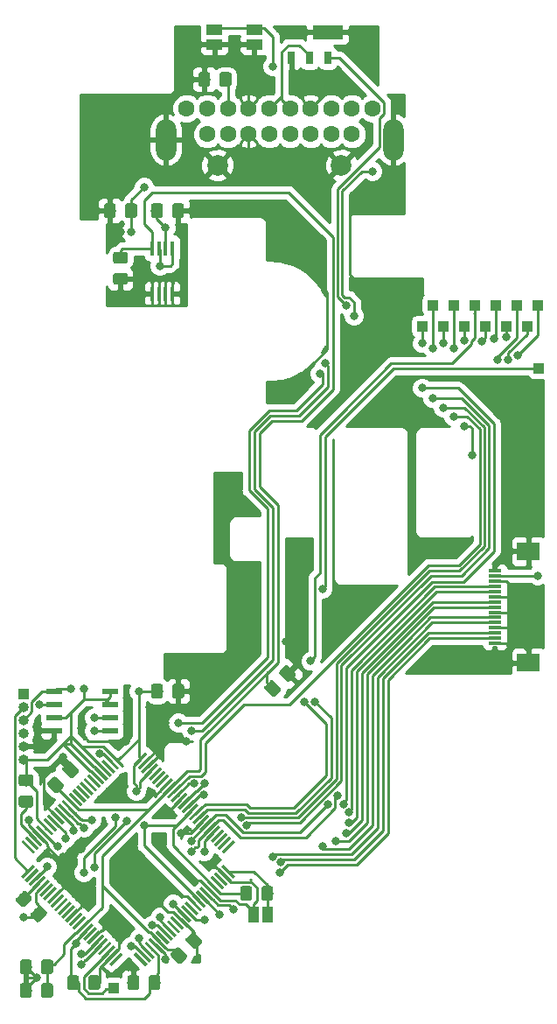
<source format=gtl>
G04 #@! TF.GenerationSoftware,KiCad,Pcbnew,(5.0.1)-4*
G04 #@! TF.CreationDate,2019-03-10T19:06:40+01:00*
G04 #@! TF.ProjectId,wiihdmi_wmi,77696968646D695F776D692E6B696361,rev?*
G04 #@! TF.SameCoordinates,Original*
G04 #@! TF.FileFunction,Copper,L1,Top,Signal*
G04 #@! TF.FilePolarity,Positive*
%FSLAX46Y46*%
G04 Gerber Fmt 4.6, Leading zero omitted, Abs format (unit mm)*
G04 Created by KiCad (PCBNEW (5.0.1)-4) date 10.03.2019 19:06:40*
%MOMM*%
%LPD*%
G01*
G04 APERTURE LIST*
G04 #@! TA.AperFunction,SMDPad,CuDef*
%ADD10R,1.000000X1.000000*%
G04 #@! TD*
G04 #@! TA.AperFunction,Conductor*
%ADD11C,0.100000*%
G04 #@! TD*
G04 #@! TA.AperFunction,SMDPad,CuDef*
%ADD12C,1.150000*%
G04 #@! TD*
G04 #@! TA.AperFunction,ComponentPad*
%ADD13O,1.000000X1.000000*%
G04 #@! TD*
G04 #@! TA.AperFunction,ComponentPad*
%ADD14R,1.000000X1.000000*%
G04 #@! TD*
G04 #@! TA.AperFunction,SMDPad,CuDef*
%ADD15R,3.000000X1.400000*%
G04 #@! TD*
G04 #@! TA.AperFunction,SMDPad,CuDef*
%ADD16R,0.700000X1.200000*%
G04 #@! TD*
G04 #@! TA.AperFunction,SMDPad,CuDef*
%ADD17R,1.650000X1.050000*%
G04 #@! TD*
G04 #@! TA.AperFunction,ComponentPad*
%ADD18C,0.700000*%
G04 #@! TD*
G04 #@! TA.AperFunction,SMDPad,CuDef*
%ADD19R,1.550000X0.600000*%
G04 #@! TD*
G04 #@! TA.AperFunction,SMDPad,CuDef*
%ADD20R,1.000000X1.500000*%
G04 #@! TD*
G04 #@! TA.AperFunction,SMDPad,CuDef*
%ADD21R,1.300000X0.300000*%
G04 #@! TD*
G04 #@! TA.AperFunction,SMDPad,CuDef*
%ADD22R,2.200000X1.800000*%
G04 #@! TD*
G04 #@! TA.AperFunction,ComponentPad*
%ADD23C,2.000000*%
G04 #@! TD*
G04 #@! TA.AperFunction,ComponentPad*
%ADD24O,2.000000X4.000000*%
G04 #@! TD*
G04 #@! TA.AperFunction,ComponentPad*
%ADD25C,1.600000*%
G04 #@! TD*
G04 #@! TA.AperFunction,SMDPad,CuDef*
%ADD26C,0.299720*%
G04 #@! TD*
G04 #@! TA.AperFunction,SMDPad,CuDef*
%ADD27R,0.450000X1.450000*%
G04 #@! TD*
G04 #@! TA.AperFunction,ViaPad*
%ADD28C,0.800000*%
G04 #@! TD*
G04 #@! TA.AperFunction,Conductor*
%ADD29C,0.250000*%
G04 #@! TD*
G04 #@! TA.AperFunction,Conductor*
%ADD30C,0.254000*%
G04 #@! TD*
G04 APERTURE END LIST*
D10*
G04 #@! TO.P,J5,1*
G04 #@! TO.N,Gamepad*
X64389000Y-166624000D03*
G04 #@! TD*
D11*
G04 #@! TO.N,GND*
G04 #@! TO.C,C10*
G36*
X56229505Y-163893204D02*
X56253773Y-163896804D01*
X56277572Y-163902765D01*
X56300671Y-163911030D01*
X56322850Y-163921520D01*
X56343893Y-163934132D01*
X56363599Y-163948747D01*
X56381777Y-163965223D01*
X56398253Y-163983401D01*
X56412868Y-164003107D01*
X56425480Y-164024150D01*
X56435970Y-164046329D01*
X56444235Y-164069428D01*
X56450196Y-164093227D01*
X56453796Y-164117495D01*
X56455000Y-164141999D01*
X56455000Y-165042001D01*
X56453796Y-165066505D01*
X56450196Y-165090773D01*
X56444235Y-165114572D01*
X56435970Y-165137671D01*
X56425480Y-165159850D01*
X56412868Y-165180893D01*
X56398253Y-165200599D01*
X56381777Y-165218777D01*
X56363599Y-165235253D01*
X56343893Y-165249868D01*
X56322850Y-165262480D01*
X56300671Y-165272970D01*
X56277572Y-165281235D01*
X56253773Y-165287196D01*
X56229505Y-165290796D01*
X56205001Y-165292000D01*
X55554999Y-165292000D01*
X55530495Y-165290796D01*
X55506227Y-165287196D01*
X55482428Y-165281235D01*
X55459329Y-165272970D01*
X55437150Y-165262480D01*
X55416107Y-165249868D01*
X55396401Y-165235253D01*
X55378223Y-165218777D01*
X55361747Y-165200599D01*
X55347132Y-165180893D01*
X55334520Y-165159850D01*
X55324030Y-165137671D01*
X55315765Y-165114572D01*
X55309804Y-165090773D01*
X55306204Y-165066505D01*
X55305000Y-165042001D01*
X55305000Y-164141999D01*
X55306204Y-164117495D01*
X55309804Y-164093227D01*
X55315765Y-164069428D01*
X55324030Y-164046329D01*
X55334520Y-164024150D01*
X55347132Y-164003107D01*
X55361747Y-163983401D01*
X55378223Y-163965223D01*
X55396401Y-163948747D01*
X55416107Y-163934132D01*
X55437150Y-163921520D01*
X55459329Y-163911030D01*
X55482428Y-163902765D01*
X55506227Y-163896804D01*
X55530495Y-163893204D01*
X55554999Y-163892000D01*
X56205001Y-163892000D01*
X56229505Y-163893204D01*
X56229505Y-163893204D01*
G37*
D12*
G04 #@! TD*
G04 #@! TO.P,C10,2*
G04 #@! TO.N,GND*
X55880000Y-164592000D03*
D11*
G04 #@! TO.N,+1V2*
G04 #@! TO.C,C10*
G36*
X58279505Y-163893204D02*
X58303773Y-163896804D01*
X58327572Y-163902765D01*
X58350671Y-163911030D01*
X58372850Y-163921520D01*
X58393893Y-163934132D01*
X58413599Y-163948747D01*
X58431777Y-163965223D01*
X58448253Y-163983401D01*
X58462868Y-164003107D01*
X58475480Y-164024150D01*
X58485970Y-164046329D01*
X58494235Y-164069428D01*
X58500196Y-164093227D01*
X58503796Y-164117495D01*
X58505000Y-164141999D01*
X58505000Y-165042001D01*
X58503796Y-165066505D01*
X58500196Y-165090773D01*
X58494235Y-165114572D01*
X58485970Y-165137671D01*
X58475480Y-165159850D01*
X58462868Y-165180893D01*
X58448253Y-165200599D01*
X58431777Y-165218777D01*
X58413599Y-165235253D01*
X58393893Y-165249868D01*
X58372850Y-165262480D01*
X58350671Y-165272970D01*
X58327572Y-165281235D01*
X58303773Y-165287196D01*
X58279505Y-165290796D01*
X58255001Y-165292000D01*
X57604999Y-165292000D01*
X57580495Y-165290796D01*
X57556227Y-165287196D01*
X57532428Y-165281235D01*
X57509329Y-165272970D01*
X57487150Y-165262480D01*
X57466107Y-165249868D01*
X57446401Y-165235253D01*
X57428223Y-165218777D01*
X57411747Y-165200599D01*
X57397132Y-165180893D01*
X57384520Y-165159850D01*
X57374030Y-165137671D01*
X57365765Y-165114572D01*
X57359804Y-165090773D01*
X57356204Y-165066505D01*
X57355000Y-165042001D01*
X57355000Y-164141999D01*
X57356204Y-164117495D01*
X57359804Y-164093227D01*
X57365765Y-164069428D01*
X57374030Y-164046329D01*
X57384520Y-164024150D01*
X57397132Y-164003107D01*
X57411747Y-163983401D01*
X57428223Y-163965223D01*
X57446401Y-163948747D01*
X57466107Y-163934132D01*
X57487150Y-163921520D01*
X57509329Y-163911030D01*
X57532428Y-163902765D01*
X57556227Y-163896804D01*
X57580495Y-163893204D01*
X57604999Y-163892000D01*
X58255001Y-163892000D01*
X58279505Y-163893204D01*
X58279505Y-163893204D01*
G37*
D12*
G04 #@! TD*
G04 #@! TO.P,C10,1*
G04 #@! TO.N,+1V2*
X57930000Y-164592000D03*
D13*
G04 #@! TO.P,J1,6*
G04 #@! TO.N,+3V3*
X55626000Y-144526000D03*
G04 #@! TO.P,J1,5*
G04 #@! TO.N,GND*
X55626000Y-143256000D03*
G04 #@! TO.P,J1,4*
G04 #@! TO.N,CLK*
X55626000Y-141986000D03*
G04 #@! TO.P,J1,3*
G04 #@! TO.N,CS*
X55626000Y-140716000D03*
G04 #@! TO.P,J1,2*
G04 #@! TO.N,SO*
X55626000Y-139446000D03*
D14*
G04 #@! TO.P,J1,1*
G04 #@! TO.N,SI*
X55626000Y-138176000D03*
G04 #@! TD*
D11*
G04 #@! TO.N,GND*
G04 #@! TO.C,C12*
G36*
X56220505Y-166179204D02*
X56244773Y-166182804D01*
X56268572Y-166188765D01*
X56291671Y-166197030D01*
X56313850Y-166207520D01*
X56334893Y-166220132D01*
X56354599Y-166234747D01*
X56372777Y-166251223D01*
X56389253Y-166269401D01*
X56403868Y-166289107D01*
X56416480Y-166310150D01*
X56426970Y-166332329D01*
X56435235Y-166355428D01*
X56441196Y-166379227D01*
X56444796Y-166403495D01*
X56446000Y-166427999D01*
X56446000Y-167328001D01*
X56444796Y-167352505D01*
X56441196Y-167376773D01*
X56435235Y-167400572D01*
X56426970Y-167423671D01*
X56416480Y-167445850D01*
X56403868Y-167466893D01*
X56389253Y-167486599D01*
X56372777Y-167504777D01*
X56354599Y-167521253D01*
X56334893Y-167535868D01*
X56313850Y-167548480D01*
X56291671Y-167558970D01*
X56268572Y-167567235D01*
X56244773Y-167573196D01*
X56220505Y-167576796D01*
X56196001Y-167578000D01*
X55545999Y-167578000D01*
X55521495Y-167576796D01*
X55497227Y-167573196D01*
X55473428Y-167567235D01*
X55450329Y-167558970D01*
X55428150Y-167548480D01*
X55407107Y-167535868D01*
X55387401Y-167521253D01*
X55369223Y-167504777D01*
X55352747Y-167486599D01*
X55338132Y-167466893D01*
X55325520Y-167445850D01*
X55315030Y-167423671D01*
X55306765Y-167400572D01*
X55300804Y-167376773D01*
X55297204Y-167352505D01*
X55296000Y-167328001D01*
X55296000Y-166427999D01*
X55297204Y-166403495D01*
X55300804Y-166379227D01*
X55306765Y-166355428D01*
X55315030Y-166332329D01*
X55325520Y-166310150D01*
X55338132Y-166289107D01*
X55352747Y-166269401D01*
X55369223Y-166251223D01*
X55387401Y-166234747D01*
X55407107Y-166220132D01*
X55428150Y-166207520D01*
X55450329Y-166197030D01*
X55473428Y-166188765D01*
X55497227Y-166182804D01*
X55521495Y-166179204D01*
X55545999Y-166178000D01*
X56196001Y-166178000D01*
X56220505Y-166179204D01*
X56220505Y-166179204D01*
G37*
D12*
G04 #@! TD*
G04 #@! TO.P,C12,2*
G04 #@! TO.N,GND*
X55871000Y-166878000D03*
D11*
G04 #@! TO.N,+1V2*
G04 #@! TO.C,C12*
G36*
X58270505Y-166179204D02*
X58294773Y-166182804D01*
X58318572Y-166188765D01*
X58341671Y-166197030D01*
X58363850Y-166207520D01*
X58384893Y-166220132D01*
X58404599Y-166234747D01*
X58422777Y-166251223D01*
X58439253Y-166269401D01*
X58453868Y-166289107D01*
X58466480Y-166310150D01*
X58476970Y-166332329D01*
X58485235Y-166355428D01*
X58491196Y-166379227D01*
X58494796Y-166403495D01*
X58496000Y-166427999D01*
X58496000Y-167328001D01*
X58494796Y-167352505D01*
X58491196Y-167376773D01*
X58485235Y-167400572D01*
X58476970Y-167423671D01*
X58466480Y-167445850D01*
X58453868Y-167466893D01*
X58439253Y-167486599D01*
X58422777Y-167504777D01*
X58404599Y-167521253D01*
X58384893Y-167535868D01*
X58363850Y-167548480D01*
X58341671Y-167558970D01*
X58318572Y-167567235D01*
X58294773Y-167573196D01*
X58270505Y-167576796D01*
X58246001Y-167578000D01*
X57595999Y-167578000D01*
X57571495Y-167576796D01*
X57547227Y-167573196D01*
X57523428Y-167567235D01*
X57500329Y-167558970D01*
X57478150Y-167548480D01*
X57457107Y-167535868D01*
X57437401Y-167521253D01*
X57419223Y-167504777D01*
X57402747Y-167486599D01*
X57388132Y-167466893D01*
X57375520Y-167445850D01*
X57365030Y-167423671D01*
X57356765Y-167400572D01*
X57350804Y-167376773D01*
X57347204Y-167352505D01*
X57346000Y-167328001D01*
X57346000Y-166427999D01*
X57347204Y-166403495D01*
X57350804Y-166379227D01*
X57356765Y-166355428D01*
X57365030Y-166332329D01*
X57375520Y-166310150D01*
X57388132Y-166289107D01*
X57402747Y-166269401D01*
X57419223Y-166251223D01*
X57437401Y-166234747D01*
X57457107Y-166220132D01*
X57478150Y-166207520D01*
X57500329Y-166197030D01*
X57523428Y-166188765D01*
X57547227Y-166182804D01*
X57571495Y-166179204D01*
X57595999Y-166178000D01*
X58246001Y-166178000D01*
X58270505Y-166179204D01*
X58270505Y-166179204D01*
G37*
D12*
G04 #@! TD*
G04 #@! TO.P,C12,1*
G04 #@! TO.N,+1V2*
X57921000Y-166878000D03*
D11*
G04 #@! TO.N,GND*
G04 #@! TO.C,C11*
G36*
X60134116Y-144745196D02*
X60158384Y-144748796D01*
X60182183Y-144754757D01*
X60205282Y-144763022D01*
X60227461Y-144773512D01*
X60248504Y-144786124D01*
X60268210Y-144800739D01*
X60286388Y-144817215D01*
X60922785Y-145453612D01*
X60939261Y-145471790D01*
X60953876Y-145491496D01*
X60966488Y-145512539D01*
X60976978Y-145534718D01*
X60985243Y-145557817D01*
X60991204Y-145581616D01*
X60994804Y-145605884D01*
X60996008Y-145630388D01*
X60994804Y-145654892D01*
X60991204Y-145679160D01*
X60985243Y-145702959D01*
X60976978Y-145726058D01*
X60966488Y-145748237D01*
X60953876Y-145769280D01*
X60939261Y-145788986D01*
X60922785Y-145807164D01*
X60463164Y-146266785D01*
X60444986Y-146283261D01*
X60425280Y-146297876D01*
X60404237Y-146310488D01*
X60382058Y-146320978D01*
X60358959Y-146329243D01*
X60335160Y-146335204D01*
X60310892Y-146338804D01*
X60286388Y-146340008D01*
X60261884Y-146338804D01*
X60237616Y-146335204D01*
X60213817Y-146329243D01*
X60190718Y-146320978D01*
X60168539Y-146310488D01*
X60147496Y-146297876D01*
X60127790Y-146283261D01*
X60109612Y-146266785D01*
X59473215Y-145630388D01*
X59456739Y-145612210D01*
X59442124Y-145592504D01*
X59429512Y-145571461D01*
X59419022Y-145549282D01*
X59410757Y-145526183D01*
X59404796Y-145502384D01*
X59401196Y-145478116D01*
X59399992Y-145453612D01*
X59401196Y-145429108D01*
X59404796Y-145404840D01*
X59410757Y-145381041D01*
X59419022Y-145357942D01*
X59429512Y-145335763D01*
X59442124Y-145314720D01*
X59456739Y-145295014D01*
X59473215Y-145276836D01*
X59932836Y-144817215D01*
X59951014Y-144800739D01*
X59970720Y-144786124D01*
X59991763Y-144773512D01*
X60013942Y-144763022D01*
X60037041Y-144754757D01*
X60060840Y-144748796D01*
X60085108Y-144745196D01*
X60109612Y-144743992D01*
X60134116Y-144745196D01*
X60134116Y-144745196D01*
G37*
D12*
G04 #@! TD*
G04 #@! TO.P,C11,2*
G04 #@! TO.N,GND*
X60198000Y-145542000D03*
D11*
G04 #@! TO.N,+1V2*
G04 #@! TO.C,C11*
G36*
X58684548Y-146194764D02*
X58708816Y-146198364D01*
X58732615Y-146204325D01*
X58755714Y-146212590D01*
X58777893Y-146223080D01*
X58798936Y-146235692D01*
X58818642Y-146250307D01*
X58836820Y-146266783D01*
X59473217Y-146903180D01*
X59489693Y-146921358D01*
X59504308Y-146941064D01*
X59516920Y-146962107D01*
X59527410Y-146984286D01*
X59535675Y-147007385D01*
X59541636Y-147031184D01*
X59545236Y-147055452D01*
X59546440Y-147079956D01*
X59545236Y-147104460D01*
X59541636Y-147128728D01*
X59535675Y-147152527D01*
X59527410Y-147175626D01*
X59516920Y-147197805D01*
X59504308Y-147218848D01*
X59489693Y-147238554D01*
X59473217Y-147256732D01*
X59013596Y-147716353D01*
X58995418Y-147732829D01*
X58975712Y-147747444D01*
X58954669Y-147760056D01*
X58932490Y-147770546D01*
X58909391Y-147778811D01*
X58885592Y-147784772D01*
X58861324Y-147788372D01*
X58836820Y-147789576D01*
X58812316Y-147788372D01*
X58788048Y-147784772D01*
X58764249Y-147778811D01*
X58741150Y-147770546D01*
X58718971Y-147760056D01*
X58697928Y-147747444D01*
X58678222Y-147732829D01*
X58660044Y-147716353D01*
X58023647Y-147079956D01*
X58007171Y-147061778D01*
X57992556Y-147042072D01*
X57979944Y-147021029D01*
X57969454Y-146998850D01*
X57961189Y-146975751D01*
X57955228Y-146951952D01*
X57951628Y-146927684D01*
X57950424Y-146903180D01*
X57951628Y-146878676D01*
X57955228Y-146854408D01*
X57961189Y-146830609D01*
X57969454Y-146807510D01*
X57979944Y-146785331D01*
X57992556Y-146764288D01*
X58007171Y-146744582D01*
X58023647Y-146726404D01*
X58483268Y-146266783D01*
X58501446Y-146250307D01*
X58521152Y-146235692D01*
X58542195Y-146223080D01*
X58564374Y-146212590D01*
X58587473Y-146204325D01*
X58611272Y-146198364D01*
X58635540Y-146194764D01*
X58660044Y-146193560D01*
X58684548Y-146194764D01*
X58684548Y-146194764D01*
G37*
D12*
G04 #@! TD*
G04 #@! TO.P,C11,1*
G04 #@! TO.N,+1V2*
X58748432Y-146991568D03*
D11*
G04 #@! TO.N,GND*
G04 #@! TO.C,C9*
G36*
X81141684Y-135421628D02*
X81165952Y-135425228D01*
X81189751Y-135431189D01*
X81212850Y-135439454D01*
X81235029Y-135449944D01*
X81256072Y-135462556D01*
X81275778Y-135477171D01*
X81293956Y-135493647D01*
X81930353Y-136130044D01*
X81946829Y-136148222D01*
X81961444Y-136167928D01*
X81974056Y-136188971D01*
X81984546Y-136211150D01*
X81992811Y-136234249D01*
X81998772Y-136258048D01*
X82002372Y-136282316D01*
X82003576Y-136306820D01*
X82002372Y-136331324D01*
X81998772Y-136355592D01*
X81992811Y-136379391D01*
X81984546Y-136402490D01*
X81974056Y-136424669D01*
X81961444Y-136445712D01*
X81946829Y-136465418D01*
X81930353Y-136483596D01*
X81470732Y-136943217D01*
X81452554Y-136959693D01*
X81432848Y-136974308D01*
X81411805Y-136986920D01*
X81389626Y-136997410D01*
X81366527Y-137005675D01*
X81342728Y-137011636D01*
X81318460Y-137015236D01*
X81293956Y-137016440D01*
X81269452Y-137015236D01*
X81245184Y-137011636D01*
X81221385Y-137005675D01*
X81198286Y-136997410D01*
X81176107Y-136986920D01*
X81155064Y-136974308D01*
X81135358Y-136959693D01*
X81117180Y-136943217D01*
X80480783Y-136306820D01*
X80464307Y-136288642D01*
X80449692Y-136268936D01*
X80437080Y-136247893D01*
X80426590Y-136225714D01*
X80418325Y-136202615D01*
X80412364Y-136178816D01*
X80408764Y-136154548D01*
X80407560Y-136130044D01*
X80408764Y-136105540D01*
X80412364Y-136081272D01*
X80418325Y-136057473D01*
X80426590Y-136034374D01*
X80437080Y-136012195D01*
X80449692Y-135991152D01*
X80464307Y-135971446D01*
X80480783Y-135953268D01*
X80940404Y-135493647D01*
X80958582Y-135477171D01*
X80978288Y-135462556D01*
X80999331Y-135449944D01*
X81021510Y-135439454D01*
X81044609Y-135431189D01*
X81068408Y-135425228D01*
X81092676Y-135421628D01*
X81117180Y-135420424D01*
X81141684Y-135421628D01*
X81141684Y-135421628D01*
G37*
D12*
G04 #@! TD*
G04 #@! TO.P,C9,2*
G04 #@! TO.N,GND*
X81205568Y-136218432D03*
D11*
G04 #@! TO.N,+1V2*
G04 #@! TO.C,C9*
G36*
X79692116Y-136871196D02*
X79716384Y-136874796D01*
X79740183Y-136880757D01*
X79763282Y-136889022D01*
X79785461Y-136899512D01*
X79806504Y-136912124D01*
X79826210Y-136926739D01*
X79844388Y-136943215D01*
X80480785Y-137579612D01*
X80497261Y-137597790D01*
X80511876Y-137617496D01*
X80524488Y-137638539D01*
X80534978Y-137660718D01*
X80543243Y-137683817D01*
X80549204Y-137707616D01*
X80552804Y-137731884D01*
X80554008Y-137756388D01*
X80552804Y-137780892D01*
X80549204Y-137805160D01*
X80543243Y-137828959D01*
X80534978Y-137852058D01*
X80524488Y-137874237D01*
X80511876Y-137895280D01*
X80497261Y-137914986D01*
X80480785Y-137933164D01*
X80021164Y-138392785D01*
X80002986Y-138409261D01*
X79983280Y-138423876D01*
X79962237Y-138436488D01*
X79940058Y-138446978D01*
X79916959Y-138455243D01*
X79893160Y-138461204D01*
X79868892Y-138464804D01*
X79844388Y-138466008D01*
X79819884Y-138464804D01*
X79795616Y-138461204D01*
X79771817Y-138455243D01*
X79748718Y-138446978D01*
X79726539Y-138436488D01*
X79705496Y-138423876D01*
X79685790Y-138409261D01*
X79667612Y-138392785D01*
X79031215Y-137756388D01*
X79014739Y-137738210D01*
X79000124Y-137718504D01*
X78987512Y-137697461D01*
X78977022Y-137675282D01*
X78968757Y-137652183D01*
X78962796Y-137628384D01*
X78959196Y-137604116D01*
X78957992Y-137579612D01*
X78959196Y-137555108D01*
X78962796Y-137530840D01*
X78968757Y-137507041D01*
X78977022Y-137483942D01*
X78987512Y-137461763D01*
X79000124Y-137440720D01*
X79014739Y-137421014D01*
X79031215Y-137402836D01*
X79490836Y-136943215D01*
X79509014Y-136926739D01*
X79528720Y-136912124D01*
X79549763Y-136899512D01*
X79571942Y-136889022D01*
X79595041Y-136880757D01*
X79618840Y-136874796D01*
X79643108Y-136871196D01*
X79667612Y-136869992D01*
X79692116Y-136871196D01*
X79692116Y-136871196D01*
G37*
D12*
G04 #@! TD*
G04 #@! TO.P,C9,1*
G04 #@! TO.N,+1V2*
X79756000Y-137668000D03*
D11*
G04 #@! TO.N,GND*
G04 #@! TO.C,C8*
G36*
X70970505Y-137223204D02*
X70994773Y-137226804D01*
X71018572Y-137232765D01*
X71041671Y-137241030D01*
X71063850Y-137251520D01*
X71084893Y-137264132D01*
X71104599Y-137278747D01*
X71122777Y-137295223D01*
X71139253Y-137313401D01*
X71153868Y-137333107D01*
X71166480Y-137354150D01*
X71176970Y-137376329D01*
X71185235Y-137399428D01*
X71191196Y-137423227D01*
X71194796Y-137447495D01*
X71196000Y-137471999D01*
X71196000Y-138372001D01*
X71194796Y-138396505D01*
X71191196Y-138420773D01*
X71185235Y-138444572D01*
X71176970Y-138467671D01*
X71166480Y-138489850D01*
X71153868Y-138510893D01*
X71139253Y-138530599D01*
X71122777Y-138548777D01*
X71104599Y-138565253D01*
X71084893Y-138579868D01*
X71063850Y-138592480D01*
X71041671Y-138602970D01*
X71018572Y-138611235D01*
X70994773Y-138617196D01*
X70970505Y-138620796D01*
X70946001Y-138622000D01*
X70295999Y-138622000D01*
X70271495Y-138620796D01*
X70247227Y-138617196D01*
X70223428Y-138611235D01*
X70200329Y-138602970D01*
X70178150Y-138592480D01*
X70157107Y-138579868D01*
X70137401Y-138565253D01*
X70119223Y-138548777D01*
X70102747Y-138530599D01*
X70088132Y-138510893D01*
X70075520Y-138489850D01*
X70065030Y-138467671D01*
X70056765Y-138444572D01*
X70050804Y-138420773D01*
X70047204Y-138396505D01*
X70046000Y-138372001D01*
X70046000Y-137471999D01*
X70047204Y-137447495D01*
X70050804Y-137423227D01*
X70056765Y-137399428D01*
X70065030Y-137376329D01*
X70075520Y-137354150D01*
X70088132Y-137333107D01*
X70102747Y-137313401D01*
X70119223Y-137295223D01*
X70137401Y-137278747D01*
X70157107Y-137264132D01*
X70178150Y-137251520D01*
X70200329Y-137241030D01*
X70223428Y-137232765D01*
X70247227Y-137226804D01*
X70271495Y-137223204D01*
X70295999Y-137222000D01*
X70946001Y-137222000D01*
X70970505Y-137223204D01*
X70970505Y-137223204D01*
G37*
D12*
G04 #@! TD*
G04 #@! TO.P,C8,2*
G04 #@! TO.N,GND*
X70621000Y-137922000D03*
D11*
G04 #@! TO.N,+3V3*
G04 #@! TO.C,C8*
G36*
X68920505Y-137223204D02*
X68944773Y-137226804D01*
X68968572Y-137232765D01*
X68991671Y-137241030D01*
X69013850Y-137251520D01*
X69034893Y-137264132D01*
X69054599Y-137278747D01*
X69072777Y-137295223D01*
X69089253Y-137313401D01*
X69103868Y-137333107D01*
X69116480Y-137354150D01*
X69126970Y-137376329D01*
X69135235Y-137399428D01*
X69141196Y-137423227D01*
X69144796Y-137447495D01*
X69146000Y-137471999D01*
X69146000Y-138372001D01*
X69144796Y-138396505D01*
X69141196Y-138420773D01*
X69135235Y-138444572D01*
X69126970Y-138467671D01*
X69116480Y-138489850D01*
X69103868Y-138510893D01*
X69089253Y-138530599D01*
X69072777Y-138548777D01*
X69054599Y-138565253D01*
X69034893Y-138579868D01*
X69013850Y-138592480D01*
X68991671Y-138602970D01*
X68968572Y-138611235D01*
X68944773Y-138617196D01*
X68920505Y-138620796D01*
X68896001Y-138622000D01*
X68245999Y-138622000D01*
X68221495Y-138620796D01*
X68197227Y-138617196D01*
X68173428Y-138611235D01*
X68150329Y-138602970D01*
X68128150Y-138592480D01*
X68107107Y-138579868D01*
X68087401Y-138565253D01*
X68069223Y-138548777D01*
X68052747Y-138530599D01*
X68038132Y-138510893D01*
X68025520Y-138489850D01*
X68015030Y-138467671D01*
X68006765Y-138444572D01*
X68000804Y-138420773D01*
X67997204Y-138396505D01*
X67996000Y-138372001D01*
X67996000Y-137471999D01*
X67997204Y-137447495D01*
X68000804Y-137423227D01*
X68006765Y-137399428D01*
X68015030Y-137376329D01*
X68025520Y-137354150D01*
X68038132Y-137333107D01*
X68052747Y-137313401D01*
X68069223Y-137295223D01*
X68087401Y-137278747D01*
X68107107Y-137264132D01*
X68128150Y-137251520D01*
X68150329Y-137241030D01*
X68173428Y-137232765D01*
X68197227Y-137226804D01*
X68221495Y-137223204D01*
X68245999Y-137222000D01*
X68896001Y-137222000D01*
X68920505Y-137223204D01*
X68920505Y-137223204D01*
G37*
D12*
G04 #@! TD*
G04 #@! TO.P,C8,1*
G04 #@! TO.N,+3V3*
X68571000Y-137922000D03*
D11*
G04 #@! TO.N,GND*
G04 #@! TO.C,C7*
G36*
X73501505Y-78041204D02*
X73525773Y-78044804D01*
X73549572Y-78050765D01*
X73572671Y-78059030D01*
X73594850Y-78069520D01*
X73615893Y-78082132D01*
X73635599Y-78096747D01*
X73653777Y-78113223D01*
X73670253Y-78131401D01*
X73684868Y-78151107D01*
X73697480Y-78172150D01*
X73707970Y-78194329D01*
X73716235Y-78217428D01*
X73722196Y-78241227D01*
X73725796Y-78265495D01*
X73727000Y-78289999D01*
X73727000Y-79190001D01*
X73725796Y-79214505D01*
X73722196Y-79238773D01*
X73716235Y-79262572D01*
X73707970Y-79285671D01*
X73697480Y-79307850D01*
X73684868Y-79328893D01*
X73670253Y-79348599D01*
X73653777Y-79366777D01*
X73635599Y-79383253D01*
X73615893Y-79397868D01*
X73594850Y-79410480D01*
X73572671Y-79420970D01*
X73549572Y-79429235D01*
X73525773Y-79435196D01*
X73501505Y-79438796D01*
X73477001Y-79440000D01*
X72826999Y-79440000D01*
X72802495Y-79438796D01*
X72778227Y-79435196D01*
X72754428Y-79429235D01*
X72731329Y-79420970D01*
X72709150Y-79410480D01*
X72688107Y-79397868D01*
X72668401Y-79383253D01*
X72650223Y-79366777D01*
X72633747Y-79348599D01*
X72619132Y-79328893D01*
X72606520Y-79307850D01*
X72596030Y-79285671D01*
X72587765Y-79262572D01*
X72581804Y-79238773D01*
X72578204Y-79214505D01*
X72577000Y-79190001D01*
X72577000Y-78289999D01*
X72578204Y-78265495D01*
X72581804Y-78241227D01*
X72587765Y-78217428D01*
X72596030Y-78194329D01*
X72606520Y-78172150D01*
X72619132Y-78151107D01*
X72633747Y-78131401D01*
X72650223Y-78113223D01*
X72668401Y-78096747D01*
X72688107Y-78082132D01*
X72709150Y-78069520D01*
X72731329Y-78059030D01*
X72754428Y-78050765D01*
X72778227Y-78044804D01*
X72802495Y-78041204D01*
X72826999Y-78040000D01*
X73477001Y-78040000D01*
X73501505Y-78041204D01*
X73501505Y-78041204D01*
G37*
D12*
G04 #@! TD*
G04 #@! TO.P,C7,2*
G04 #@! TO.N,GND*
X73152000Y-78740000D03*
D11*
G04 #@! TO.N,+5V*
G04 #@! TO.C,C7*
G36*
X75551505Y-78041204D02*
X75575773Y-78044804D01*
X75599572Y-78050765D01*
X75622671Y-78059030D01*
X75644850Y-78069520D01*
X75665893Y-78082132D01*
X75685599Y-78096747D01*
X75703777Y-78113223D01*
X75720253Y-78131401D01*
X75734868Y-78151107D01*
X75747480Y-78172150D01*
X75757970Y-78194329D01*
X75766235Y-78217428D01*
X75772196Y-78241227D01*
X75775796Y-78265495D01*
X75777000Y-78289999D01*
X75777000Y-79190001D01*
X75775796Y-79214505D01*
X75772196Y-79238773D01*
X75766235Y-79262572D01*
X75757970Y-79285671D01*
X75747480Y-79307850D01*
X75734868Y-79328893D01*
X75720253Y-79348599D01*
X75703777Y-79366777D01*
X75685599Y-79383253D01*
X75665893Y-79397868D01*
X75644850Y-79410480D01*
X75622671Y-79420970D01*
X75599572Y-79429235D01*
X75575773Y-79435196D01*
X75551505Y-79438796D01*
X75527001Y-79440000D01*
X74876999Y-79440000D01*
X74852495Y-79438796D01*
X74828227Y-79435196D01*
X74804428Y-79429235D01*
X74781329Y-79420970D01*
X74759150Y-79410480D01*
X74738107Y-79397868D01*
X74718401Y-79383253D01*
X74700223Y-79366777D01*
X74683747Y-79348599D01*
X74669132Y-79328893D01*
X74656520Y-79307850D01*
X74646030Y-79285671D01*
X74637765Y-79262572D01*
X74631804Y-79238773D01*
X74628204Y-79214505D01*
X74627000Y-79190001D01*
X74627000Y-78289999D01*
X74628204Y-78265495D01*
X74631804Y-78241227D01*
X74637765Y-78217428D01*
X74646030Y-78194329D01*
X74656520Y-78172150D01*
X74669132Y-78151107D01*
X74683747Y-78131401D01*
X74700223Y-78113223D01*
X74718401Y-78096747D01*
X74738107Y-78082132D01*
X74759150Y-78069520D01*
X74781329Y-78059030D01*
X74804428Y-78050765D01*
X74828227Y-78044804D01*
X74852495Y-78041204D01*
X74876999Y-78040000D01*
X75527001Y-78040000D01*
X75551505Y-78041204D01*
X75551505Y-78041204D01*
G37*
D12*
G04 #@! TD*
G04 #@! TO.P,C7,1*
G04 #@! TO.N,+5V*
X75202000Y-78740000D03*
D11*
G04 #@! TO.N,GND*
G04 #@! TO.C,C6*
G36*
X72072116Y-161255196D02*
X72096384Y-161258796D01*
X72120183Y-161264757D01*
X72143282Y-161273022D01*
X72165461Y-161283512D01*
X72186504Y-161296124D01*
X72206210Y-161310739D01*
X72224388Y-161327215D01*
X72860785Y-161963612D01*
X72877261Y-161981790D01*
X72891876Y-162001496D01*
X72904488Y-162022539D01*
X72914978Y-162044718D01*
X72923243Y-162067817D01*
X72929204Y-162091616D01*
X72932804Y-162115884D01*
X72934008Y-162140388D01*
X72932804Y-162164892D01*
X72929204Y-162189160D01*
X72923243Y-162212959D01*
X72914978Y-162236058D01*
X72904488Y-162258237D01*
X72891876Y-162279280D01*
X72877261Y-162298986D01*
X72860785Y-162317164D01*
X72401164Y-162776785D01*
X72382986Y-162793261D01*
X72363280Y-162807876D01*
X72342237Y-162820488D01*
X72320058Y-162830978D01*
X72296959Y-162839243D01*
X72273160Y-162845204D01*
X72248892Y-162848804D01*
X72224388Y-162850008D01*
X72199884Y-162848804D01*
X72175616Y-162845204D01*
X72151817Y-162839243D01*
X72128718Y-162830978D01*
X72106539Y-162820488D01*
X72085496Y-162807876D01*
X72065790Y-162793261D01*
X72047612Y-162776785D01*
X71411215Y-162140388D01*
X71394739Y-162122210D01*
X71380124Y-162102504D01*
X71367512Y-162081461D01*
X71357022Y-162059282D01*
X71348757Y-162036183D01*
X71342796Y-162012384D01*
X71339196Y-161988116D01*
X71337992Y-161963612D01*
X71339196Y-161939108D01*
X71342796Y-161914840D01*
X71348757Y-161891041D01*
X71357022Y-161867942D01*
X71367512Y-161845763D01*
X71380124Y-161824720D01*
X71394739Y-161805014D01*
X71411215Y-161786836D01*
X71870836Y-161327215D01*
X71889014Y-161310739D01*
X71908720Y-161296124D01*
X71929763Y-161283512D01*
X71951942Y-161273022D01*
X71975041Y-161264757D01*
X71998840Y-161258796D01*
X72023108Y-161255196D01*
X72047612Y-161253992D01*
X72072116Y-161255196D01*
X72072116Y-161255196D01*
G37*
D12*
G04 #@! TD*
G04 #@! TO.P,C6,2*
G04 #@! TO.N,GND*
X72136000Y-162052000D03*
D11*
G04 #@! TO.N,+1V2*
G04 #@! TO.C,C6*
G36*
X70622548Y-162704764D02*
X70646816Y-162708364D01*
X70670615Y-162714325D01*
X70693714Y-162722590D01*
X70715893Y-162733080D01*
X70736936Y-162745692D01*
X70756642Y-162760307D01*
X70774820Y-162776783D01*
X71411217Y-163413180D01*
X71427693Y-163431358D01*
X71442308Y-163451064D01*
X71454920Y-163472107D01*
X71465410Y-163494286D01*
X71473675Y-163517385D01*
X71479636Y-163541184D01*
X71483236Y-163565452D01*
X71484440Y-163589956D01*
X71483236Y-163614460D01*
X71479636Y-163638728D01*
X71473675Y-163662527D01*
X71465410Y-163685626D01*
X71454920Y-163707805D01*
X71442308Y-163728848D01*
X71427693Y-163748554D01*
X71411217Y-163766732D01*
X70951596Y-164226353D01*
X70933418Y-164242829D01*
X70913712Y-164257444D01*
X70892669Y-164270056D01*
X70870490Y-164280546D01*
X70847391Y-164288811D01*
X70823592Y-164294772D01*
X70799324Y-164298372D01*
X70774820Y-164299576D01*
X70750316Y-164298372D01*
X70726048Y-164294772D01*
X70702249Y-164288811D01*
X70679150Y-164280546D01*
X70656971Y-164270056D01*
X70635928Y-164257444D01*
X70616222Y-164242829D01*
X70598044Y-164226353D01*
X69961647Y-163589956D01*
X69945171Y-163571778D01*
X69930556Y-163552072D01*
X69917944Y-163531029D01*
X69907454Y-163508850D01*
X69899189Y-163485751D01*
X69893228Y-163461952D01*
X69889628Y-163437684D01*
X69888424Y-163413180D01*
X69889628Y-163388676D01*
X69893228Y-163364408D01*
X69899189Y-163340609D01*
X69907454Y-163317510D01*
X69917944Y-163295331D01*
X69930556Y-163274288D01*
X69945171Y-163254582D01*
X69961647Y-163236404D01*
X70421268Y-162776783D01*
X70439446Y-162760307D01*
X70459152Y-162745692D01*
X70480195Y-162733080D01*
X70502374Y-162722590D01*
X70525473Y-162714325D01*
X70549272Y-162708364D01*
X70573540Y-162704764D01*
X70598044Y-162703560D01*
X70622548Y-162704764D01*
X70622548Y-162704764D01*
G37*
D12*
G04 #@! TD*
G04 #@! TO.P,C6,1*
G04 #@! TO.N,+1V2*
X70686432Y-163501568D03*
D11*
G04 #@! TO.N,GND*
G04 #@! TO.C,C5*
G36*
X62851505Y-165417204D02*
X62875773Y-165420804D01*
X62899572Y-165426765D01*
X62922671Y-165435030D01*
X62944850Y-165445520D01*
X62965893Y-165458132D01*
X62985599Y-165472747D01*
X63003777Y-165489223D01*
X63020253Y-165507401D01*
X63034868Y-165527107D01*
X63047480Y-165548150D01*
X63057970Y-165570329D01*
X63066235Y-165593428D01*
X63072196Y-165617227D01*
X63075796Y-165641495D01*
X63077000Y-165665999D01*
X63077000Y-166566001D01*
X63075796Y-166590505D01*
X63072196Y-166614773D01*
X63066235Y-166638572D01*
X63057970Y-166661671D01*
X63047480Y-166683850D01*
X63034868Y-166704893D01*
X63020253Y-166724599D01*
X63003777Y-166742777D01*
X62985599Y-166759253D01*
X62965893Y-166773868D01*
X62944850Y-166786480D01*
X62922671Y-166796970D01*
X62899572Y-166805235D01*
X62875773Y-166811196D01*
X62851505Y-166814796D01*
X62827001Y-166816000D01*
X62176999Y-166816000D01*
X62152495Y-166814796D01*
X62128227Y-166811196D01*
X62104428Y-166805235D01*
X62081329Y-166796970D01*
X62059150Y-166786480D01*
X62038107Y-166773868D01*
X62018401Y-166759253D01*
X62000223Y-166742777D01*
X61983747Y-166724599D01*
X61969132Y-166704893D01*
X61956520Y-166683850D01*
X61946030Y-166661671D01*
X61937765Y-166638572D01*
X61931804Y-166614773D01*
X61928204Y-166590505D01*
X61927000Y-166566001D01*
X61927000Y-165665999D01*
X61928204Y-165641495D01*
X61931804Y-165617227D01*
X61937765Y-165593428D01*
X61946030Y-165570329D01*
X61956520Y-165548150D01*
X61969132Y-165527107D01*
X61983747Y-165507401D01*
X62000223Y-165489223D01*
X62018401Y-165472747D01*
X62038107Y-165458132D01*
X62059150Y-165445520D01*
X62081329Y-165435030D01*
X62104428Y-165426765D01*
X62128227Y-165420804D01*
X62152495Y-165417204D01*
X62176999Y-165416000D01*
X62827001Y-165416000D01*
X62851505Y-165417204D01*
X62851505Y-165417204D01*
G37*
D12*
G04 #@! TD*
G04 #@! TO.P,C5,2*
G04 #@! TO.N,GND*
X62502000Y-166116000D03*
D11*
G04 #@! TO.N,+3V3*
G04 #@! TO.C,C5*
G36*
X60801505Y-165417204D02*
X60825773Y-165420804D01*
X60849572Y-165426765D01*
X60872671Y-165435030D01*
X60894850Y-165445520D01*
X60915893Y-165458132D01*
X60935599Y-165472747D01*
X60953777Y-165489223D01*
X60970253Y-165507401D01*
X60984868Y-165527107D01*
X60997480Y-165548150D01*
X61007970Y-165570329D01*
X61016235Y-165593428D01*
X61022196Y-165617227D01*
X61025796Y-165641495D01*
X61027000Y-165665999D01*
X61027000Y-166566001D01*
X61025796Y-166590505D01*
X61022196Y-166614773D01*
X61016235Y-166638572D01*
X61007970Y-166661671D01*
X60997480Y-166683850D01*
X60984868Y-166704893D01*
X60970253Y-166724599D01*
X60953777Y-166742777D01*
X60935599Y-166759253D01*
X60915893Y-166773868D01*
X60894850Y-166786480D01*
X60872671Y-166796970D01*
X60849572Y-166805235D01*
X60825773Y-166811196D01*
X60801505Y-166814796D01*
X60777001Y-166816000D01*
X60126999Y-166816000D01*
X60102495Y-166814796D01*
X60078227Y-166811196D01*
X60054428Y-166805235D01*
X60031329Y-166796970D01*
X60009150Y-166786480D01*
X59988107Y-166773868D01*
X59968401Y-166759253D01*
X59950223Y-166742777D01*
X59933747Y-166724599D01*
X59919132Y-166704893D01*
X59906520Y-166683850D01*
X59896030Y-166661671D01*
X59887765Y-166638572D01*
X59881804Y-166614773D01*
X59878204Y-166590505D01*
X59877000Y-166566001D01*
X59877000Y-165665999D01*
X59878204Y-165641495D01*
X59881804Y-165617227D01*
X59887765Y-165593428D01*
X59896030Y-165570329D01*
X59906520Y-165548150D01*
X59919132Y-165527107D01*
X59933747Y-165507401D01*
X59950223Y-165489223D01*
X59968401Y-165472747D01*
X59988107Y-165458132D01*
X60009150Y-165445520D01*
X60031329Y-165435030D01*
X60054428Y-165426765D01*
X60078227Y-165420804D01*
X60102495Y-165417204D01*
X60126999Y-165416000D01*
X60777001Y-165416000D01*
X60801505Y-165417204D01*
X60801505Y-165417204D01*
G37*
D12*
G04 #@! TD*
G04 #@! TO.P,C5,1*
G04 #@! TO.N,+3V3*
X60452000Y-166116000D03*
D11*
G04 #@! TO.N,GND*
G04 #@! TO.C,C4*
G36*
X66625505Y-165417204D02*
X66649773Y-165420804D01*
X66673572Y-165426765D01*
X66696671Y-165435030D01*
X66718850Y-165445520D01*
X66739893Y-165458132D01*
X66759599Y-165472747D01*
X66777777Y-165489223D01*
X66794253Y-165507401D01*
X66808868Y-165527107D01*
X66821480Y-165548150D01*
X66831970Y-165570329D01*
X66840235Y-165593428D01*
X66846196Y-165617227D01*
X66849796Y-165641495D01*
X66851000Y-165665999D01*
X66851000Y-166566001D01*
X66849796Y-166590505D01*
X66846196Y-166614773D01*
X66840235Y-166638572D01*
X66831970Y-166661671D01*
X66821480Y-166683850D01*
X66808868Y-166704893D01*
X66794253Y-166724599D01*
X66777777Y-166742777D01*
X66759599Y-166759253D01*
X66739893Y-166773868D01*
X66718850Y-166786480D01*
X66696671Y-166796970D01*
X66673572Y-166805235D01*
X66649773Y-166811196D01*
X66625505Y-166814796D01*
X66601001Y-166816000D01*
X65950999Y-166816000D01*
X65926495Y-166814796D01*
X65902227Y-166811196D01*
X65878428Y-166805235D01*
X65855329Y-166796970D01*
X65833150Y-166786480D01*
X65812107Y-166773868D01*
X65792401Y-166759253D01*
X65774223Y-166742777D01*
X65757747Y-166724599D01*
X65743132Y-166704893D01*
X65730520Y-166683850D01*
X65720030Y-166661671D01*
X65711765Y-166638572D01*
X65705804Y-166614773D01*
X65702204Y-166590505D01*
X65701000Y-166566001D01*
X65701000Y-165665999D01*
X65702204Y-165641495D01*
X65705804Y-165617227D01*
X65711765Y-165593428D01*
X65720030Y-165570329D01*
X65730520Y-165548150D01*
X65743132Y-165527107D01*
X65757747Y-165507401D01*
X65774223Y-165489223D01*
X65792401Y-165472747D01*
X65812107Y-165458132D01*
X65833150Y-165445520D01*
X65855329Y-165435030D01*
X65878428Y-165426765D01*
X65902227Y-165420804D01*
X65926495Y-165417204D01*
X65950999Y-165416000D01*
X66601001Y-165416000D01*
X66625505Y-165417204D01*
X66625505Y-165417204D01*
G37*
D12*
G04 #@! TD*
G04 #@! TO.P,C4,2*
G04 #@! TO.N,GND*
X66276000Y-166116000D03*
D11*
G04 #@! TO.N,+3V3*
G04 #@! TO.C,C4*
G36*
X68675505Y-165417204D02*
X68699773Y-165420804D01*
X68723572Y-165426765D01*
X68746671Y-165435030D01*
X68768850Y-165445520D01*
X68789893Y-165458132D01*
X68809599Y-165472747D01*
X68827777Y-165489223D01*
X68844253Y-165507401D01*
X68858868Y-165527107D01*
X68871480Y-165548150D01*
X68881970Y-165570329D01*
X68890235Y-165593428D01*
X68896196Y-165617227D01*
X68899796Y-165641495D01*
X68901000Y-165665999D01*
X68901000Y-166566001D01*
X68899796Y-166590505D01*
X68896196Y-166614773D01*
X68890235Y-166638572D01*
X68881970Y-166661671D01*
X68871480Y-166683850D01*
X68858868Y-166704893D01*
X68844253Y-166724599D01*
X68827777Y-166742777D01*
X68809599Y-166759253D01*
X68789893Y-166773868D01*
X68768850Y-166786480D01*
X68746671Y-166796970D01*
X68723572Y-166805235D01*
X68699773Y-166811196D01*
X68675505Y-166814796D01*
X68651001Y-166816000D01*
X68000999Y-166816000D01*
X67976495Y-166814796D01*
X67952227Y-166811196D01*
X67928428Y-166805235D01*
X67905329Y-166796970D01*
X67883150Y-166786480D01*
X67862107Y-166773868D01*
X67842401Y-166759253D01*
X67824223Y-166742777D01*
X67807747Y-166724599D01*
X67793132Y-166704893D01*
X67780520Y-166683850D01*
X67770030Y-166661671D01*
X67761765Y-166638572D01*
X67755804Y-166614773D01*
X67752204Y-166590505D01*
X67751000Y-166566001D01*
X67751000Y-165665999D01*
X67752204Y-165641495D01*
X67755804Y-165617227D01*
X67761765Y-165593428D01*
X67770030Y-165570329D01*
X67780520Y-165548150D01*
X67793132Y-165527107D01*
X67807747Y-165507401D01*
X67824223Y-165489223D01*
X67842401Y-165472747D01*
X67862107Y-165458132D01*
X67883150Y-165445520D01*
X67905329Y-165435030D01*
X67928428Y-165426765D01*
X67952227Y-165420804D01*
X67976495Y-165417204D01*
X68000999Y-165416000D01*
X68651001Y-165416000D01*
X68675505Y-165417204D01*
X68675505Y-165417204D01*
G37*
D12*
G04 #@! TD*
G04 #@! TO.P,C4,1*
G04 #@! TO.N,+3V3*
X68326000Y-166116000D03*
D15*
G04 #@! TO.P,U4,3*
G04 #@! TO.N,GND*
X85090000Y-74168000D03*
D16*
G04 #@! TO.P,U4,1*
G04 #@! TO.N,IR_Receiver*
X85090000Y-76668000D03*
G04 #@! TO.P,U4,2*
G04 #@! TO.N,+3V3*
X83340000Y-76668000D03*
G04 #@! TO.P,U4,3*
G04 #@! TO.N,GND*
X81590000Y-76668000D03*
G04 #@! TD*
D17*
G04 #@! TO.P,SW1,1*
G04 #@! TO.N,IR_Button*
X74128000Y-73914000D03*
X77978000Y-73914000D03*
G04 #@! TO.P,SW1,2*
G04 #@! TO.N,GND*
X74128000Y-75364000D03*
X77978000Y-75364000D03*
D18*
G04 #@! TO.P,SW1,1*
G04 #@! TO.N,IR_Button*
X74028000Y-73814000D03*
X78078000Y-73814000D03*
G04 #@! TD*
D19*
G04 #@! TO.P,U2,8*
G04 #@! TO.N,+3V3*
X64008000Y-137922000D03*
G04 #@! TO.P,U2,7*
X64008000Y-139192000D03*
G04 #@! TO.P,U2,6*
G04 #@! TO.N,CLK*
X64008000Y-140462000D03*
G04 #@! TO.P,U2,5*
G04 #@! TO.N,SI*
X64008000Y-141732000D03*
G04 #@! TO.P,U2,4*
G04 #@! TO.N,GND*
X58608000Y-141732000D03*
G04 #@! TO.P,U2,3*
G04 #@! TO.N,+3V3*
X58608000Y-140462000D03*
G04 #@! TO.P,U2,2*
G04 #@! TO.N,SO*
X58608000Y-139192000D03*
G04 #@! TO.P,U2,1*
G04 #@! TO.N,CS*
X58608000Y-137922000D03*
G04 #@! TD*
D11*
G04 #@! TO.N,+3V3*
G04 #@! TO.C,R3*
G36*
X77547505Y-156781204D02*
X77571773Y-156784804D01*
X77595572Y-156790765D01*
X77618671Y-156799030D01*
X77640850Y-156809520D01*
X77661893Y-156822132D01*
X77681599Y-156836747D01*
X77699777Y-156853223D01*
X77716253Y-156871401D01*
X77730868Y-156891107D01*
X77743480Y-156912150D01*
X77753970Y-156934329D01*
X77762235Y-156957428D01*
X77768196Y-156981227D01*
X77771796Y-157005495D01*
X77773000Y-157029999D01*
X77773000Y-157930001D01*
X77771796Y-157954505D01*
X77768196Y-157978773D01*
X77762235Y-158002572D01*
X77753970Y-158025671D01*
X77743480Y-158047850D01*
X77730868Y-158068893D01*
X77716253Y-158088599D01*
X77699777Y-158106777D01*
X77681599Y-158123253D01*
X77661893Y-158137868D01*
X77640850Y-158150480D01*
X77618671Y-158160970D01*
X77595572Y-158169235D01*
X77571773Y-158175196D01*
X77547505Y-158178796D01*
X77523001Y-158180000D01*
X76872999Y-158180000D01*
X76848495Y-158178796D01*
X76824227Y-158175196D01*
X76800428Y-158169235D01*
X76777329Y-158160970D01*
X76755150Y-158150480D01*
X76734107Y-158137868D01*
X76714401Y-158123253D01*
X76696223Y-158106777D01*
X76679747Y-158088599D01*
X76665132Y-158068893D01*
X76652520Y-158047850D01*
X76642030Y-158025671D01*
X76633765Y-158002572D01*
X76627804Y-157978773D01*
X76624204Y-157954505D01*
X76623000Y-157930001D01*
X76623000Y-157029999D01*
X76624204Y-157005495D01*
X76627804Y-156981227D01*
X76633765Y-156957428D01*
X76642030Y-156934329D01*
X76652520Y-156912150D01*
X76665132Y-156891107D01*
X76679747Y-156871401D01*
X76696223Y-156853223D01*
X76714401Y-156836747D01*
X76734107Y-156822132D01*
X76755150Y-156809520D01*
X76777329Y-156799030D01*
X76800428Y-156790765D01*
X76824227Y-156784804D01*
X76848495Y-156781204D01*
X76872999Y-156780000D01*
X77523001Y-156780000D01*
X77547505Y-156781204D01*
X77547505Y-156781204D01*
G37*
D12*
G04 #@! TD*
G04 #@! TO.P,R3,2*
G04 #@! TO.N,+3V3*
X77198000Y-157480000D03*
D11*
G04 #@! TO.N,Net-(JP1-Pad1)*
G04 #@! TO.C,R3*
G36*
X79597505Y-156781204D02*
X79621773Y-156784804D01*
X79645572Y-156790765D01*
X79668671Y-156799030D01*
X79690850Y-156809520D01*
X79711893Y-156822132D01*
X79731599Y-156836747D01*
X79749777Y-156853223D01*
X79766253Y-156871401D01*
X79780868Y-156891107D01*
X79793480Y-156912150D01*
X79803970Y-156934329D01*
X79812235Y-156957428D01*
X79818196Y-156981227D01*
X79821796Y-157005495D01*
X79823000Y-157029999D01*
X79823000Y-157930001D01*
X79821796Y-157954505D01*
X79818196Y-157978773D01*
X79812235Y-158002572D01*
X79803970Y-158025671D01*
X79793480Y-158047850D01*
X79780868Y-158068893D01*
X79766253Y-158088599D01*
X79749777Y-158106777D01*
X79731599Y-158123253D01*
X79711893Y-158137868D01*
X79690850Y-158150480D01*
X79668671Y-158160970D01*
X79645572Y-158169235D01*
X79621773Y-158175196D01*
X79597505Y-158178796D01*
X79573001Y-158180000D01*
X78922999Y-158180000D01*
X78898495Y-158178796D01*
X78874227Y-158175196D01*
X78850428Y-158169235D01*
X78827329Y-158160970D01*
X78805150Y-158150480D01*
X78784107Y-158137868D01*
X78764401Y-158123253D01*
X78746223Y-158106777D01*
X78729747Y-158088599D01*
X78715132Y-158068893D01*
X78702520Y-158047850D01*
X78692030Y-158025671D01*
X78683765Y-158002572D01*
X78677804Y-157978773D01*
X78674204Y-157954505D01*
X78673000Y-157930001D01*
X78673000Y-157029999D01*
X78674204Y-157005495D01*
X78677804Y-156981227D01*
X78683765Y-156957428D01*
X78692030Y-156934329D01*
X78702520Y-156912150D01*
X78715132Y-156891107D01*
X78729747Y-156871401D01*
X78746223Y-156853223D01*
X78764401Y-156836747D01*
X78784107Y-156822132D01*
X78805150Y-156809520D01*
X78827329Y-156799030D01*
X78850428Y-156790765D01*
X78874227Y-156784804D01*
X78898495Y-156781204D01*
X78922999Y-156780000D01*
X79573001Y-156780000D01*
X79597505Y-156781204D01*
X79597505Y-156781204D01*
G37*
D12*
G04 #@! TD*
G04 #@! TO.P,R3,1*
G04 #@! TO.N,Net-(JP1-Pad1)*
X79248000Y-157480000D03*
D11*
G04 #@! TO.N,+3V3*
G04 #@! TO.C,R2*
G36*
X57225676Y-158677980D02*
X57249944Y-158681580D01*
X57273743Y-158687541D01*
X57296842Y-158695806D01*
X57319021Y-158706296D01*
X57340064Y-158718908D01*
X57359770Y-158733523D01*
X57377948Y-158749999D01*
X57837569Y-159209620D01*
X57854045Y-159227798D01*
X57868660Y-159247504D01*
X57881272Y-159268547D01*
X57891762Y-159290726D01*
X57900027Y-159313825D01*
X57905988Y-159337624D01*
X57909588Y-159361892D01*
X57910792Y-159386396D01*
X57909588Y-159410900D01*
X57905988Y-159435168D01*
X57900027Y-159458967D01*
X57891762Y-159482066D01*
X57881272Y-159504245D01*
X57868660Y-159525288D01*
X57854045Y-159544994D01*
X57837569Y-159563172D01*
X57201172Y-160199569D01*
X57182994Y-160216045D01*
X57163288Y-160230660D01*
X57142245Y-160243272D01*
X57120066Y-160253762D01*
X57096967Y-160262027D01*
X57073168Y-160267988D01*
X57048900Y-160271588D01*
X57024396Y-160272792D01*
X56999892Y-160271588D01*
X56975624Y-160267988D01*
X56951825Y-160262027D01*
X56928726Y-160253762D01*
X56906547Y-160243272D01*
X56885504Y-160230660D01*
X56865798Y-160216045D01*
X56847620Y-160199569D01*
X56387999Y-159739948D01*
X56371523Y-159721770D01*
X56356908Y-159702064D01*
X56344296Y-159681021D01*
X56333806Y-159658842D01*
X56325541Y-159635743D01*
X56319580Y-159611944D01*
X56315980Y-159587676D01*
X56314776Y-159563172D01*
X56315980Y-159538668D01*
X56319580Y-159514400D01*
X56325541Y-159490601D01*
X56333806Y-159467502D01*
X56344296Y-159445323D01*
X56356908Y-159424280D01*
X56371523Y-159404574D01*
X56387999Y-159386396D01*
X57024396Y-158749999D01*
X57042574Y-158733523D01*
X57062280Y-158718908D01*
X57083323Y-158706296D01*
X57105502Y-158695806D01*
X57128601Y-158687541D01*
X57152400Y-158681580D01*
X57176668Y-158677980D01*
X57201172Y-158676776D01*
X57225676Y-158677980D01*
X57225676Y-158677980D01*
G37*
D12*
G04 #@! TD*
G04 #@! TO.P,R2,2*
G04 #@! TO.N,+3V3*
X57112784Y-159474784D03*
D11*
G04 #@! TO.N,Net-(R2-Pad1)*
G04 #@! TO.C,R2*
G36*
X55776108Y-157228412D02*
X55800376Y-157232012D01*
X55824175Y-157237973D01*
X55847274Y-157246238D01*
X55869453Y-157256728D01*
X55890496Y-157269340D01*
X55910202Y-157283955D01*
X55928380Y-157300431D01*
X56388001Y-157760052D01*
X56404477Y-157778230D01*
X56419092Y-157797936D01*
X56431704Y-157818979D01*
X56442194Y-157841158D01*
X56450459Y-157864257D01*
X56456420Y-157888056D01*
X56460020Y-157912324D01*
X56461224Y-157936828D01*
X56460020Y-157961332D01*
X56456420Y-157985600D01*
X56450459Y-158009399D01*
X56442194Y-158032498D01*
X56431704Y-158054677D01*
X56419092Y-158075720D01*
X56404477Y-158095426D01*
X56388001Y-158113604D01*
X55751604Y-158750001D01*
X55733426Y-158766477D01*
X55713720Y-158781092D01*
X55692677Y-158793704D01*
X55670498Y-158804194D01*
X55647399Y-158812459D01*
X55623600Y-158818420D01*
X55599332Y-158822020D01*
X55574828Y-158823224D01*
X55550324Y-158822020D01*
X55526056Y-158818420D01*
X55502257Y-158812459D01*
X55479158Y-158804194D01*
X55456979Y-158793704D01*
X55435936Y-158781092D01*
X55416230Y-158766477D01*
X55398052Y-158750001D01*
X54938431Y-158290380D01*
X54921955Y-158272202D01*
X54907340Y-158252496D01*
X54894728Y-158231453D01*
X54884238Y-158209274D01*
X54875973Y-158186175D01*
X54870012Y-158162376D01*
X54866412Y-158138108D01*
X54865208Y-158113604D01*
X54866412Y-158089100D01*
X54870012Y-158064832D01*
X54875973Y-158041033D01*
X54884238Y-158017934D01*
X54894728Y-157995755D01*
X54907340Y-157974712D01*
X54921955Y-157955006D01*
X54938431Y-157936828D01*
X55574828Y-157300431D01*
X55593006Y-157283955D01*
X55612712Y-157269340D01*
X55633755Y-157256728D01*
X55655934Y-157246238D01*
X55679033Y-157237973D01*
X55702832Y-157232012D01*
X55727100Y-157228412D01*
X55751604Y-157227208D01*
X55776108Y-157228412D01*
X55776108Y-157228412D01*
G37*
D12*
G04 #@! TD*
G04 #@! TO.P,R2,1*
G04 #@! TO.N,Net-(R2-Pad1)*
X55663216Y-158025216D03*
D20*
G04 #@! TO.P,JP1,1*
G04 #@! TO.N,Net-(JP1-Pad1)*
X79248000Y-159512000D03*
G04 #@! TO.P,JP1,2*
G04 #@! TO.N,GND*
X77948000Y-159512000D03*
G04 #@! TD*
D21*
G04 #@! TO.P,J3,15*
G04 #@! TO.N,GND*
X101274000Y-126294000D03*
G04 #@! TO.P,J3,14*
G04 #@! TO.N,+5V*
X101274000Y-126794000D03*
G04 #@! TO.P,J3,13*
G04 #@! TO.N,GND*
X101274000Y-127294000D03*
G04 #@! TO.P,J3,12*
G04 #@! TO.N,TMDS_CLOCK_-*
X101274000Y-127794000D03*
G04 #@! TO.P,J3,11*
G04 #@! TO.N,TMDS_CLOCK_+*
X101274000Y-128294000D03*
G04 #@! TO.P,J3,10*
G04 #@! TO.N,GND*
X101274000Y-128794000D03*
G04 #@! TO.P,J3,9*
G04 #@! TO.N,TMDS_DATA0_-*
X101274000Y-129294000D03*
G04 #@! TO.P,J3,8*
G04 #@! TO.N,TMDS_DATA0_+*
X101274000Y-129794000D03*
G04 #@! TO.P,J3,7*
G04 #@! TO.N,GND*
X101274000Y-130294000D03*
G04 #@! TO.P,J3,6*
G04 #@! TO.N,TMDS_DATA1_-*
X101274000Y-130794000D03*
G04 #@! TO.P,J3,5*
G04 #@! TO.N,TMDS_DATA1_+*
X101274000Y-131294000D03*
G04 #@! TO.P,J3,4*
G04 #@! TO.N,GND*
X101274000Y-131794000D03*
G04 #@! TO.P,J3,3*
G04 #@! TO.N,TMDS_DATA2_-*
X101274000Y-132294000D03*
G04 #@! TO.P,J3,2*
G04 #@! TO.N,TMDS_DATA2_+*
X101274000Y-132794000D03*
G04 #@! TO.P,J3,1*
G04 #@! TO.N,GND*
X101274000Y-133294000D03*
D22*
G04 #@! TO.P,J3,MP*
X104524000Y-135194000D03*
X104524000Y-124394000D03*
G04 #@! TD*
D23*
G04 #@! TO.P,J2,19*
G04 #@! TO.N,GND*
X86416000Y-87044000D03*
X74416000Y-87044000D03*
D24*
X91440000Y-84582000D03*
X69440000Y-84582000D03*
D25*
G04 #@! TO.P,J2,11*
G04 #@! TO.N,Wii_Pr_Blue*
X83440000Y-84044000D03*
G04 #@! TO.P,J2,1*
G04 #@! TO.N,Wii_Audio_Left*
X73440000Y-84044000D03*
G04 #@! TO.P,J2,3*
G04 #@! TO.N,Wii_Composite_Video*
X75440000Y-84044000D03*
G04 #@! TO.P,J2,7*
G04 #@! TO.N,Wii_Y_Luma_Red*
X79440000Y-84044000D03*
G04 #@! TO.P,J2,13*
G04 #@! TO.N,+12V*
X85440000Y-84044000D03*
G04 #@! TO.P,J2,5*
G04 #@! TO.N,GND*
X77440000Y-84044000D03*
G04 #@! TO.P,J2,9*
G04 #@! TO.N,Wii_Pb_Chroma_Green*
X81440000Y-84044000D03*
G04 #@! TO.P,J2,15*
G04 #@! TO.N,Net-(J2-Pad15)*
X87440000Y-84044000D03*
G04 #@! TO.P,J2,17*
G04 #@! TO.N,Net-(J2-Pad17)*
X71440000Y-81544000D03*
G04 #@! TO.P,J2,2*
G04 #@! TO.N,Wii_Audio_Right*
X73440000Y-81544000D03*
G04 #@! TO.P,J2,4*
G04 #@! TO.N,+5V*
X75440000Y-81544000D03*
G04 #@! TO.P,J2,6*
G04 #@! TO.N,GND*
X77440000Y-81544000D03*
G04 #@! TO.P,J2,8*
G04 #@! TO.N,+3V3*
X79440000Y-81544000D03*
G04 #@! TO.P,J2,10*
X81440000Y-81544000D03*
G04 #@! TO.P,J2,12*
G04 #@! TO.N,GND*
X83440000Y-81544000D03*
G04 #@! TO.P,J2,14*
G04 #@! TO.N,Net-(J2-Pad14)*
X85440000Y-81544000D03*
G04 #@! TO.P,J2,16*
G04 #@! TO.N,Net-(J2-Pad16)*
X87440000Y-81544000D03*
G04 #@! TO.P,J2,18*
G04 #@! TO.N,Net-(J2-Pad18)*
X89440000Y-81544000D03*
G04 #@! TD*
D11*
G04 #@! TO.N,GND*
G04 #@! TO.C,C3*
G36*
X65498505Y-97470204D02*
X65522773Y-97473804D01*
X65546572Y-97479765D01*
X65569671Y-97488030D01*
X65591850Y-97498520D01*
X65612893Y-97511132D01*
X65632599Y-97525747D01*
X65650777Y-97542223D01*
X65667253Y-97560401D01*
X65681868Y-97580107D01*
X65694480Y-97601150D01*
X65704970Y-97623329D01*
X65713235Y-97646428D01*
X65719196Y-97670227D01*
X65722796Y-97694495D01*
X65724000Y-97718999D01*
X65724000Y-98369001D01*
X65722796Y-98393505D01*
X65719196Y-98417773D01*
X65713235Y-98441572D01*
X65704970Y-98464671D01*
X65694480Y-98486850D01*
X65681868Y-98507893D01*
X65667253Y-98527599D01*
X65650777Y-98545777D01*
X65632599Y-98562253D01*
X65612893Y-98576868D01*
X65591850Y-98589480D01*
X65569671Y-98599970D01*
X65546572Y-98608235D01*
X65522773Y-98614196D01*
X65498505Y-98617796D01*
X65474001Y-98619000D01*
X64573999Y-98619000D01*
X64549495Y-98617796D01*
X64525227Y-98614196D01*
X64501428Y-98608235D01*
X64478329Y-98599970D01*
X64456150Y-98589480D01*
X64435107Y-98576868D01*
X64415401Y-98562253D01*
X64397223Y-98545777D01*
X64380747Y-98527599D01*
X64366132Y-98507893D01*
X64353520Y-98486850D01*
X64343030Y-98464671D01*
X64334765Y-98441572D01*
X64328804Y-98417773D01*
X64325204Y-98393505D01*
X64324000Y-98369001D01*
X64324000Y-97718999D01*
X64325204Y-97694495D01*
X64328804Y-97670227D01*
X64334765Y-97646428D01*
X64343030Y-97623329D01*
X64353520Y-97601150D01*
X64366132Y-97580107D01*
X64380747Y-97560401D01*
X64397223Y-97542223D01*
X64415401Y-97525747D01*
X64435107Y-97511132D01*
X64456150Y-97498520D01*
X64478329Y-97488030D01*
X64501428Y-97479765D01*
X64525227Y-97473804D01*
X64549495Y-97470204D01*
X64573999Y-97469000D01*
X65474001Y-97469000D01*
X65498505Y-97470204D01*
X65498505Y-97470204D01*
G37*
D12*
G04 #@! TD*
G04 #@! TO.P,C3,2*
G04 #@! TO.N,GND*
X65024000Y-98044000D03*
D11*
G04 #@! TO.N,+1V2*
G04 #@! TO.C,C3*
G36*
X65498505Y-95420204D02*
X65522773Y-95423804D01*
X65546572Y-95429765D01*
X65569671Y-95438030D01*
X65591850Y-95448520D01*
X65612893Y-95461132D01*
X65632599Y-95475747D01*
X65650777Y-95492223D01*
X65667253Y-95510401D01*
X65681868Y-95530107D01*
X65694480Y-95551150D01*
X65704970Y-95573329D01*
X65713235Y-95596428D01*
X65719196Y-95620227D01*
X65722796Y-95644495D01*
X65724000Y-95668999D01*
X65724000Y-96319001D01*
X65722796Y-96343505D01*
X65719196Y-96367773D01*
X65713235Y-96391572D01*
X65704970Y-96414671D01*
X65694480Y-96436850D01*
X65681868Y-96457893D01*
X65667253Y-96477599D01*
X65650777Y-96495777D01*
X65632599Y-96512253D01*
X65612893Y-96526868D01*
X65591850Y-96539480D01*
X65569671Y-96549970D01*
X65546572Y-96558235D01*
X65522773Y-96564196D01*
X65498505Y-96567796D01*
X65474001Y-96569000D01*
X64573999Y-96569000D01*
X64549495Y-96567796D01*
X64525227Y-96564196D01*
X64501428Y-96558235D01*
X64478329Y-96549970D01*
X64456150Y-96539480D01*
X64435107Y-96526868D01*
X64415401Y-96512253D01*
X64397223Y-96495777D01*
X64380747Y-96477599D01*
X64366132Y-96457893D01*
X64353520Y-96436850D01*
X64343030Y-96414671D01*
X64334765Y-96391572D01*
X64328804Y-96367773D01*
X64325204Y-96343505D01*
X64324000Y-96319001D01*
X64324000Y-95668999D01*
X64325204Y-95644495D01*
X64328804Y-95620227D01*
X64334765Y-95596428D01*
X64343030Y-95573329D01*
X64353520Y-95551150D01*
X64366132Y-95530107D01*
X64380747Y-95510401D01*
X64397223Y-95492223D01*
X64415401Y-95475747D01*
X64435107Y-95461132D01*
X64456150Y-95448520D01*
X64478329Y-95438030D01*
X64501428Y-95429765D01*
X64525227Y-95423804D01*
X64549495Y-95420204D01*
X64573999Y-95419000D01*
X65474001Y-95419000D01*
X65498505Y-95420204D01*
X65498505Y-95420204D01*
G37*
D12*
G04 #@! TD*
G04 #@! TO.P,C3,1*
G04 #@! TO.N,+1V2*
X65024000Y-95994000D03*
D11*
G04 #@! TO.N,GND*
G04 #@! TO.C,C2*
G36*
X70961505Y-90741204D02*
X70985773Y-90744804D01*
X71009572Y-90750765D01*
X71032671Y-90759030D01*
X71054850Y-90769520D01*
X71075893Y-90782132D01*
X71095599Y-90796747D01*
X71113777Y-90813223D01*
X71130253Y-90831401D01*
X71144868Y-90851107D01*
X71157480Y-90872150D01*
X71167970Y-90894329D01*
X71176235Y-90917428D01*
X71182196Y-90941227D01*
X71185796Y-90965495D01*
X71187000Y-90989999D01*
X71187000Y-91890001D01*
X71185796Y-91914505D01*
X71182196Y-91938773D01*
X71176235Y-91962572D01*
X71167970Y-91985671D01*
X71157480Y-92007850D01*
X71144868Y-92028893D01*
X71130253Y-92048599D01*
X71113777Y-92066777D01*
X71095599Y-92083253D01*
X71075893Y-92097868D01*
X71054850Y-92110480D01*
X71032671Y-92120970D01*
X71009572Y-92129235D01*
X70985773Y-92135196D01*
X70961505Y-92138796D01*
X70937001Y-92140000D01*
X70286999Y-92140000D01*
X70262495Y-92138796D01*
X70238227Y-92135196D01*
X70214428Y-92129235D01*
X70191329Y-92120970D01*
X70169150Y-92110480D01*
X70148107Y-92097868D01*
X70128401Y-92083253D01*
X70110223Y-92066777D01*
X70093747Y-92048599D01*
X70079132Y-92028893D01*
X70066520Y-92007850D01*
X70056030Y-91985671D01*
X70047765Y-91962572D01*
X70041804Y-91938773D01*
X70038204Y-91914505D01*
X70037000Y-91890001D01*
X70037000Y-90989999D01*
X70038204Y-90965495D01*
X70041804Y-90941227D01*
X70047765Y-90917428D01*
X70056030Y-90894329D01*
X70066520Y-90872150D01*
X70079132Y-90851107D01*
X70093747Y-90831401D01*
X70110223Y-90813223D01*
X70128401Y-90796747D01*
X70148107Y-90782132D01*
X70169150Y-90769520D01*
X70191329Y-90759030D01*
X70214428Y-90750765D01*
X70238227Y-90744804D01*
X70262495Y-90741204D01*
X70286999Y-90740000D01*
X70937001Y-90740000D01*
X70961505Y-90741204D01*
X70961505Y-90741204D01*
G37*
D12*
G04 #@! TD*
G04 #@! TO.P,C2,2*
G04 #@! TO.N,GND*
X70612000Y-91440000D03*
D11*
G04 #@! TO.N,+3V3*
G04 #@! TO.C,C2*
G36*
X68911505Y-90741204D02*
X68935773Y-90744804D01*
X68959572Y-90750765D01*
X68982671Y-90759030D01*
X69004850Y-90769520D01*
X69025893Y-90782132D01*
X69045599Y-90796747D01*
X69063777Y-90813223D01*
X69080253Y-90831401D01*
X69094868Y-90851107D01*
X69107480Y-90872150D01*
X69117970Y-90894329D01*
X69126235Y-90917428D01*
X69132196Y-90941227D01*
X69135796Y-90965495D01*
X69137000Y-90989999D01*
X69137000Y-91890001D01*
X69135796Y-91914505D01*
X69132196Y-91938773D01*
X69126235Y-91962572D01*
X69117970Y-91985671D01*
X69107480Y-92007850D01*
X69094868Y-92028893D01*
X69080253Y-92048599D01*
X69063777Y-92066777D01*
X69045599Y-92083253D01*
X69025893Y-92097868D01*
X69004850Y-92110480D01*
X68982671Y-92120970D01*
X68959572Y-92129235D01*
X68935773Y-92135196D01*
X68911505Y-92138796D01*
X68887001Y-92140000D01*
X68236999Y-92140000D01*
X68212495Y-92138796D01*
X68188227Y-92135196D01*
X68164428Y-92129235D01*
X68141329Y-92120970D01*
X68119150Y-92110480D01*
X68098107Y-92097868D01*
X68078401Y-92083253D01*
X68060223Y-92066777D01*
X68043747Y-92048599D01*
X68029132Y-92028893D01*
X68016520Y-92007850D01*
X68006030Y-91985671D01*
X67997765Y-91962572D01*
X67991804Y-91938773D01*
X67988204Y-91914505D01*
X67987000Y-91890001D01*
X67987000Y-90989999D01*
X67988204Y-90965495D01*
X67991804Y-90941227D01*
X67997765Y-90917428D01*
X68006030Y-90894329D01*
X68016520Y-90872150D01*
X68029132Y-90851107D01*
X68043747Y-90831401D01*
X68060223Y-90813223D01*
X68078401Y-90796747D01*
X68098107Y-90782132D01*
X68119150Y-90769520D01*
X68141329Y-90759030D01*
X68164428Y-90750765D01*
X68188227Y-90744804D01*
X68212495Y-90741204D01*
X68236999Y-90740000D01*
X68887001Y-90740000D01*
X68911505Y-90741204D01*
X68911505Y-90741204D01*
G37*
D12*
G04 #@! TD*
G04 #@! TO.P,C2,1*
G04 #@! TO.N,+3V3*
X68562000Y-91440000D03*
D11*
G04 #@! TO.N,GND*
G04 #@! TO.C,C1*
G36*
X64357505Y-90741204D02*
X64381773Y-90744804D01*
X64405572Y-90750765D01*
X64428671Y-90759030D01*
X64450850Y-90769520D01*
X64471893Y-90782132D01*
X64491599Y-90796747D01*
X64509777Y-90813223D01*
X64526253Y-90831401D01*
X64540868Y-90851107D01*
X64553480Y-90872150D01*
X64563970Y-90894329D01*
X64572235Y-90917428D01*
X64578196Y-90941227D01*
X64581796Y-90965495D01*
X64583000Y-90989999D01*
X64583000Y-91890001D01*
X64581796Y-91914505D01*
X64578196Y-91938773D01*
X64572235Y-91962572D01*
X64563970Y-91985671D01*
X64553480Y-92007850D01*
X64540868Y-92028893D01*
X64526253Y-92048599D01*
X64509777Y-92066777D01*
X64491599Y-92083253D01*
X64471893Y-92097868D01*
X64450850Y-92110480D01*
X64428671Y-92120970D01*
X64405572Y-92129235D01*
X64381773Y-92135196D01*
X64357505Y-92138796D01*
X64333001Y-92140000D01*
X63682999Y-92140000D01*
X63658495Y-92138796D01*
X63634227Y-92135196D01*
X63610428Y-92129235D01*
X63587329Y-92120970D01*
X63565150Y-92110480D01*
X63544107Y-92097868D01*
X63524401Y-92083253D01*
X63506223Y-92066777D01*
X63489747Y-92048599D01*
X63475132Y-92028893D01*
X63462520Y-92007850D01*
X63452030Y-91985671D01*
X63443765Y-91962572D01*
X63437804Y-91938773D01*
X63434204Y-91914505D01*
X63433000Y-91890001D01*
X63433000Y-90989999D01*
X63434204Y-90965495D01*
X63437804Y-90941227D01*
X63443765Y-90917428D01*
X63452030Y-90894329D01*
X63462520Y-90872150D01*
X63475132Y-90851107D01*
X63489747Y-90831401D01*
X63506223Y-90813223D01*
X63524401Y-90796747D01*
X63544107Y-90782132D01*
X63565150Y-90769520D01*
X63587329Y-90759030D01*
X63610428Y-90750765D01*
X63634227Y-90744804D01*
X63658495Y-90741204D01*
X63682999Y-90740000D01*
X64333001Y-90740000D01*
X64357505Y-90741204D01*
X64357505Y-90741204D01*
G37*
D12*
G04 #@! TD*
G04 #@! TO.P,C1,2*
G04 #@! TO.N,GND*
X64008000Y-91440000D03*
D11*
G04 #@! TO.N,+3V3*
G04 #@! TO.C,C1*
G36*
X66407505Y-90741204D02*
X66431773Y-90744804D01*
X66455572Y-90750765D01*
X66478671Y-90759030D01*
X66500850Y-90769520D01*
X66521893Y-90782132D01*
X66541599Y-90796747D01*
X66559777Y-90813223D01*
X66576253Y-90831401D01*
X66590868Y-90851107D01*
X66603480Y-90872150D01*
X66613970Y-90894329D01*
X66622235Y-90917428D01*
X66628196Y-90941227D01*
X66631796Y-90965495D01*
X66633000Y-90989999D01*
X66633000Y-91890001D01*
X66631796Y-91914505D01*
X66628196Y-91938773D01*
X66622235Y-91962572D01*
X66613970Y-91985671D01*
X66603480Y-92007850D01*
X66590868Y-92028893D01*
X66576253Y-92048599D01*
X66559777Y-92066777D01*
X66541599Y-92083253D01*
X66521893Y-92097868D01*
X66500850Y-92110480D01*
X66478671Y-92120970D01*
X66455572Y-92129235D01*
X66431773Y-92135196D01*
X66407505Y-92138796D01*
X66383001Y-92140000D01*
X65732999Y-92140000D01*
X65708495Y-92138796D01*
X65684227Y-92135196D01*
X65660428Y-92129235D01*
X65637329Y-92120970D01*
X65615150Y-92110480D01*
X65594107Y-92097868D01*
X65574401Y-92083253D01*
X65556223Y-92066777D01*
X65539747Y-92048599D01*
X65525132Y-92028893D01*
X65512520Y-92007850D01*
X65502030Y-91985671D01*
X65493765Y-91962572D01*
X65487804Y-91938773D01*
X65484204Y-91914505D01*
X65483000Y-91890001D01*
X65483000Y-90989999D01*
X65484204Y-90965495D01*
X65487804Y-90941227D01*
X65493765Y-90917428D01*
X65502030Y-90894329D01*
X65512520Y-90872150D01*
X65525132Y-90851107D01*
X65539747Y-90831401D01*
X65556223Y-90813223D01*
X65574401Y-90796747D01*
X65594107Y-90782132D01*
X65615150Y-90769520D01*
X65637329Y-90759030D01*
X65660428Y-90750765D01*
X65684227Y-90744804D01*
X65708495Y-90741204D01*
X65732999Y-90740000D01*
X66383001Y-90740000D01*
X66407505Y-90741204D01*
X66407505Y-90741204D01*
G37*
D12*
G04 #@! TD*
G04 #@! TO.P,C1,1*
G04 #@! TO.N,+3V3*
X66058000Y-91440000D03*
D26*
G04 #@! TO.P,U1,1*
G04 #@! TO.N,JTAG_TMS*
X75472104Y-152976442D03*
D11*
G04 #@! TD*
G04 #@! TO.N,JTAG_TMS*
G04 #@! TO.C,U1*
G36*
X75930995Y-152305617D02*
X76142929Y-152517551D01*
X75013213Y-153647267D01*
X74801279Y-153435333D01*
X75930995Y-152305617D01*
X75930995Y-152305617D01*
G37*
D26*
G04 #@! TO.P,U1,2*
G04 #@! TO.N,JTAG_TDI*
X75118282Y-152622620D03*
D11*
G04 #@! TD*
G04 #@! TO.N,JTAG_TDI*
G04 #@! TO.C,U1*
G36*
X75577173Y-151951795D02*
X75789107Y-152163729D01*
X74659391Y-153293445D01*
X74447457Y-153081511D01*
X75577173Y-151951795D01*
X75577173Y-151951795D01*
G37*
D26*
G04 #@! TO.P,U1,3*
G04 #@! TO.N,Net-(U1-Pad3)*
X74764460Y-152268798D03*
D11*
G04 #@! TD*
G04 #@! TO.N,Net-(U1-Pad3)*
G04 #@! TO.C,U1*
G36*
X75223351Y-151597973D02*
X75435285Y-151809907D01*
X74305569Y-152939623D01*
X74093635Y-152727689D01*
X75223351Y-151597973D01*
X75223351Y-151597973D01*
G37*
D26*
G04 #@! TO.P,U1,4*
G04 #@! TO.N,Net-(U1-Pad4)*
X74410638Y-151914975D03*
D11*
G04 #@! TD*
G04 #@! TO.N,Net-(U1-Pad4)*
G04 #@! TO.C,U1*
G36*
X74869529Y-151244150D02*
X75081463Y-151456084D01*
X73951747Y-152585800D01*
X73739813Y-152373866D01*
X74869529Y-151244150D01*
X74869529Y-151244150D01*
G37*
D26*
G04 #@! TO.P,U1,5*
G04 #@! TO.N,CSel*
X74056816Y-151561153D03*
D11*
G04 #@! TD*
G04 #@! TO.N,CSel*
G04 #@! TO.C,U1*
G36*
X74515707Y-150890328D02*
X74727641Y-151102262D01*
X73597925Y-152231978D01*
X73385991Y-152020044D01*
X74515707Y-150890328D01*
X74515707Y-150890328D01*
G37*
D26*
G04 #@! TO.P,U1,6*
G04 #@! TO.N,VData0*
X73702994Y-151207331D03*
D11*
G04 #@! TD*
G04 #@! TO.N,VData0*
G04 #@! TO.C,U1*
G36*
X74161885Y-150536506D02*
X74373819Y-150748440D01*
X73244103Y-151878156D01*
X73032169Y-151666222D01*
X74161885Y-150536506D01*
X74161885Y-150536506D01*
G37*
D26*
G04 #@! TO.P,U1,7*
G04 #@! TO.N,VData1*
X73350968Y-150855305D03*
D11*
G04 #@! TD*
G04 #@! TO.N,VData1*
G04 #@! TO.C,U1*
G36*
X73809859Y-150184480D02*
X74021793Y-150396414D01*
X72892077Y-151526130D01*
X72680143Y-151314196D01*
X73809859Y-150184480D01*
X73809859Y-150184480D01*
G37*
D26*
G04 #@! TO.P,U1,8*
G04 #@! TO.N,GND*
X72997146Y-150501483D03*
D11*
G04 #@! TD*
G04 #@! TO.N,GND*
G04 #@! TO.C,U1*
G36*
X73456037Y-149830658D02*
X73667971Y-150042592D01*
X72538255Y-151172308D01*
X72326321Y-150960374D01*
X73456037Y-149830658D01*
X73456037Y-149830658D01*
G37*
D26*
G04 #@! TO.P,U1,9*
G04 #@! TO.N,VData2*
X72643324Y-150147661D03*
D11*
G04 #@! TD*
G04 #@! TO.N,VData2*
G04 #@! TO.C,U1*
G36*
X73102215Y-149476836D02*
X73314149Y-149688770D01*
X72184433Y-150818486D01*
X71972499Y-150606552D01*
X73102215Y-149476836D01*
X73102215Y-149476836D01*
G37*
D26*
G04 #@! TO.P,U1,10*
G04 #@! TO.N,VData3*
X72289501Y-149793839D03*
D11*
G04 #@! TD*
G04 #@! TO.N,VData3*
G04 #@! TO.C,U1*
G36*
X72748392Y-149123014D02*
X72960326Y-149334948D01*
X71830610Y-150464664D01*
X71618676Y-150252730D01*
X72748392Y-149123014D01*
X72748392Y-149123014D01*
G37*
D26*
G04 #@! TO.P,U1,11*
G04 #@! TO.N,+3V3*
X71935679Y-149440017D03*
D11*
G04 #@! TD*
G04 #@! TO.N,+3V3*
G04 #@! TO.C,U1*
G36*
X72394570Y-148769192D02*
X72606504Y-148981126D01*
X71476788Y-150110842D01*
X71264854Y-149898908D01*
X72394570Y-148769192D01*
X72394570Y-148769192D01*
G37*
D26*
G04 #@! TO.P,U1,12*
G04 #@! TO.N,VData4*
X71581857Y-149086195D03*
D11*
G04 #@! TD*
G04 #@! TO.N,VData4*
G04 #@! TO.C,U1*
G36*
X72040748Y-148415370D02*
X72252682Y-148627304D01*
X71122966Y-149757020D01*
X70911032Y-149545086D01*
X72040748Y-148415370D01*
X72040748Y-148415370D01*
G37*
D26*
G04 #@! TO.P,U1,13*
G04 #@! TO.N,VData5*
X71229831Y-148734169D03*
D11*
G04 #@! TD*
G04 #@! TO.N,VData5*
G04 #@! TO.C,U1*
G36*
X71688722Y-148063344D02*
X71900656Y-148275278D01*
X70770940Y-149404994D01*
X70559006Y-149193060D01*
X71688722Y-148063344D01*
X71688722Y-148063344D01*
G37*
D26*
G04 #@! TO.P,U1,14*
G04 #@! TO.N,GND*
X70877805Y-148382143D03*
D11*
G04 #@! TD*
G04 #@! TO.N,GND*
G04 #@! TO.C,U1*
G36*
X71336696Y-147711318D02*
X71548630Y-147923252D01*
X70418914Y-149052968D01*
X70206980Y-148841034D01*
X71336696Y-147711318D01*
X71336696Y-147711318D01*
G37*
D26*
G04 #@! TO.P,U1,15*
G04 #@! TO.N,VData6*
X70523983Y-148028321D03*
D11*
G04 #@! TD*
G04 #@! TO.N,VData6*
G04 #@! TO.C,U1*
G36*
X70982874Y-147357496D02*
X71194808Y-147569430D01*
X70065092Y-148699146D01*
X69853158Y-148487212D01*
X70982874Y-147357496D01*
X70982874Y-147357496D01*
G37*
D26*
G04 #@! TO.P,U1,16*
G04 #@! TO.N,VData7*
X70170161Y-147674499D03*
D11*
G04 #@! TD*
G04 #@! TO.N,VData7*
G04 #@! TO.C,U1*
G36*
X70629052Y-147003674D02*
X70840986Y-147215608D01*
X69711270Y-148345324D01*
X69499336Y-148133390D01*
X70629052Y-147003674D01*
X70629052Y-147003674D01*
G37*
D26*
G04 #@! TO.P,U1,17*
G04 #@! TO.N,+1V2*
X69816339Y-147320676D03*
D11*
G04 #@! TD*
G04 #@! TO.N,+1V2*
G04 #@! TO.C,U1*
G36*
X70275230Y-146649851D02*
X70487164Y-146861785D01*
X69357448Y-147991501D01*
X69145514Y-147779567D01*
X70275230Y-146649851D01*
X70275230Y-146649851D01*
G37*
D26*
G04 #@! TO.P,U1,18*
G04 #@! TO.N,GND*
X69462517Y-146966854D03*
D11*
G04 #@! TD*
G04 #@! TO.N,GND*
G04 #@! TO.C,U1*
G36*
X69921408Y-146296029D02*
X70133342Y-146507963D01*
X69003626Y-147637679D01*
X68791692Y-147425745D01*
X69921408Y-146296029D01*
X69921408Y-146296029D01*
G37*
D26*
G04 #@! TO.P,U1,19*
G04 #@! TO.N,Net-(U1-Pad19)*
X69108695Y-146613032D03*
D11*
G04 #@! TD*
G04 #@! TO.N,Net-(U1-Pad19)*
G04 #@! TO.C,U1*
G36*
X69567586Y-145942207D02*
X69779520Y-146154141D01*
X68649804Y-147283857D01*
X68437870Y-147071923D01*
X69567586Y-145942207D01*
X69567586Y-145942207D01*
G37*
D26*
G04 #@! TO.P,U1,20*
G04 #@! TO.N,Net-(U1-Pad20)*
X68756669Y-146261006D03*
D11*
G04 #@! TD*
G04 #@! TO.N,Net-(U1-Pad20)*
G04 #@! TO.C,U1*
G36*
X69215560Y-145590181D02*
X69427494Y-145802115D01*
X68297778Y-146931831D01*
X68085844Y-146719897D01*
X69215560Y-145590181D01*
X69215560Y-145590181D01*
G37*
D26*
G04 #@! TO.P,U1,21*
G04 #@! TO.N,Net-(U1-Pad21)*
X68402847Y-145907184D03*
D11*
G04 #@! TD*
G04 #@! TO.N,Net-(U1-Pad21)*
G04 #@! TO.C,U1*
G36*
X68861738Y-145236359D02*
X69073672Y-145448293D01*
X67943956Y-146578009D01*
X67732022Y-146366075D01*
X68861738Y-145236359D01*
X68861738Y-145236359D01*
G37*
D26*
G04 #@! TO.P,U1,22*
G04 #@! TO.N,+3V3*
X68049025Y-145553362D03*
D11*
G04 #@! TD*
G04 #@! TO.N,+3V3*
G04 #@! TO.C,U1*
G36*
X68507916Y-144882537D02*
X68719850Y-145094471D01*
X67590134Y-146224187D01*
X67378200Y-146012253D01*
X68507916Y-144882537D01*
X68507916Y-144882537D01*
G37*
D26*
G04 #@! TO.P,U1,23*
G04 #@! TO.N,GND*
X67695202Y-145199540D03*
D11*
G04 #@! TD*
G04 #@! TO.N,GND*
G04 #@! TO.C,U1*
G36*
X68154093Y-144528715D02*
X68366027Y-144740649D01*
X67236311Y-145870365D01*
X67024377Y-145658431D01*
X68154093Y-144528715D01*
X68154093Y-144528715D01*
G37*
D26*
G04 #@! TO.P,U1,24*
G04 #@! TO.N,GND*
X67341380Y-144845718D03*
D11*
G04 #@! TD*
G04 #@! TO.N,GND*
G04 #@! TO.C,U1*
G36*
X67800271Y-144174893D02*
X68012205Y-144386827D01*
X66882489Y-145516543D01*
X66670555Y-145304609D01*
X67800271Y-144174893D01*
X67800271Y-144174893D01*
G37*
D26*
G04 #@! TO.P,U1,25*
G04 #@! TO.N,+3V3*
X66987558Y-144491896D03*
D11*
G04 #@! TD*
G04 #@! TO.N,+3V3*
G04 #@! TO.C,U1*
G36*
X67446449Y-143821071D02*
X67658383Y-144033005D01*
X66528667Y-145162721D01*
X66316733Y-144950787D01*
X67446449Y-143821071D01*
X67446449Y-143821071D01*
G37*
D26*
G04 #@! TO.P,U1,26*
G04 #@! TO.N,+3V3*
X64584442Y-144491896D03*
D11*
G04 #@! TD*
G04 #@! TO.N,+3V3*
G04 #@! TO.C,U1*
G36*
X63913617Y-144033005D02*
X64125551Y-143821071D01*
X65255267Y-144950787D01*
X65043333Y-145162721D01*
X63913617Y-144033005D01*
X63913617Y-144033005D01*
G37*
D26*
G04 #@! TO.P,U1,27*
G04 #@! TO.N,CS*
X64230620Y-144845718D03*
D11*
G04 #@! TD*
G04 #@! TO.N,CS*
G04 #@! TO.C,U1*
G36*
X63559795Y-144386827D02*
X63771729Y-144174893D01*
X64901445Y-145304609D01*
X64689511Y-145516543D01*
X63559795Y-144386827D01*
X63559795Y-144386827D01*
G37*
D26*
G04 #@! TO.P,U1,28*
G04 #@! TO.N,Net-(U1-Pad28)*
X63876798Y-145199540D03*
D11*
G04 #@! TD*
G04 #@! TO.N,Net-(U1-Pad28)*
G04 #@! TO.C,U1*
G36*
X63205973Y-144740649D02*
X63417907Y-144528715D01*
X64547623Y-145658431D01*
X64335689Y-145870365D01*
X63205973Y-144740649D01*
X63205973Y-144740649D01*
G37*
D26*
G04 #@! TO.P,U1,29*
G04 #@! TO.N,+3V3*
X63522975Y-145553362D03*
D11*
G04 #@! TD*
G04 #@! TO.N,+3V3*
G04 #@! TO.C,U1*
G36*
X62852150Y-145094471D02*
X63064084Y-144882537D01*
X64193800Y-146012253D01*
X63981866Y-146224187D01*
X62852150Y-145094471D01*
X62852150Y-145094471D01*
G37*
D26*
G04 #@! TO.P,U1,30*
G04 #@! TO.N,+3V3*
X63169153Y-145907184D03*
D11*
G04 #@! TD*
G04 #@! TO.N,+3V3*
G04 #@! TO.C,U1*
G36*
X62498328Y-145448293D02*
X62710262Y-145236359D01*
X63839978Y-146366075D01*
X63628044Y-146578009D01*
X62498328Y-145448293D01*
X62498328Y-145448293D01*
G37*
D26*
G04 #@! TO.P,U1,31*
G04 #@! TO.N,+3V3*
X62815331Y-146261006D03*
D11*
G04 #@! TD*
G04 #@! TO.N,+3V3*
G04 #@! TO.C,U1*
G36*
X62144506Y-145802115D02*
X62356440Y-145590181D01*
X63486156Y-146719897D01*
X63274222Y-146931831D01*
X62144506Y-145802115D01*
X62144506Y-145802115D01*
G37*
D26*
G04 #@! TO.P,U1,32*
G04 #@! TO.N,Net-(U1-Pad32)*
X62463305Y-146613032D03*
D11*
G04 #@! TD*
G04 #@! TO.N,Net-(U1-Pad32)*
G04 #@! TO.C,U1*
G36*
X61792480Y-146154141D02*
X62004414Y-145942207D01*
X63134130Y-147071923D01*
X62922196Y-147283857D01*
X61792480Y-146154141D01*
X61792480Y-146154141D01*
G37*
D26*
G04 #@! TO.P,U1,33*
G04 #@! TO.N,Net-(U1-Pad33)*
X62109483Y-146966854D03*
D11*
G04 #@! TD*
G04 #@! TO.N,Net-(U1-Pad33)*
G04 #@! TO.C,U1*
G36*
X61438658Y-146507963D02*
X61650592Y-146296029D01*
X62780308Y-147425745D01*
X62568374Y-147637679D01*
X61438658Y-146507963D01*
X61438658Y-146507963D01*
G37*
D26*
G04 #@! TO.P,U1,34*
G04 #@! TO.N,Net-(U1-Pad34)*
X61755661Y-147320676D03*
D11*
G04 #@! TD*
G04 #@! TO.N,Net-(U1-Pad34)*
G04 #@! TO.C,U1*
G36*
X61084836Y-146861785D02*
X61296770Y-146649851D01*
X62426486Y-147779567D01*
X62214552Y-147991501D01*
X61084836Y-146861785D01*
X61084836Y-146861785D01*
G37*
D26*
G04 #@! TO.P,U1,35*
G04 #@! TO.N,Net-(U1-Pad35)*
X61401839Y-147674499D03*
D11*
G04 #@! TD*
G04 #@! TO.N,Net-(U1-Pad35)*
G04 #@! TO.C,U1*
G36*
X60731014Y-147215608D02*
X60942948Y-147003674D01*
X62072664Y-148133390D01*
X61860730Y-148345324D01*
X60731014Y-147215608D01*
X60731014Y-147215608D01*
G37*
D26*
G04 #@! TO.P,U1,36*
G04 #@! TO.N,Net-(U1-Pad36)*
X61048017Y-148028321D03*
D11*
G04 #@! TD*
G04 #@! TO.N,Net-(U1-Pad36)*
G04 #@! TO.C,U1*
G36*
X60377192Y-147569430D02*
X60589126Y-147357496D01*
X61718842Y-148487212D01*
X61506908Y-148699146D01*
X60377192Y-147569430D01*
X60377192Y-147569430D01*
G37*
D26*
G04 #@! TO.P,U1,37*
G04 #@! TO.N,Net-(U1-Pad37)*
X60694195Y-148382143D03*
D11*
G04 #@! TD*
G04 #@! TO.N,Net-(U1-Pad37)*
G04 #@! TO.C,U1*
G36*
X60023370Y-147923252D02*
X60235304Y-147711318D01*
X61365020Y-148841034D01*
X61153086Y-149052968D01*
X60023370Y-147923252D01*
X60023370Y-147923252D01*
G37*
D26*
G04 #@! TO.P,U1,38*
G04 #@! TO.N,+1V2*
X60342169Y-148734169D03*
D11*
G04 #@! TD*
G04 #@! TO.N,+1V2*
G04 #@! TO.C,U1*
G36*
X59671344Y-148275278D02*
X59883278Y-148063344D01*
X61012994Y-149193060D01*
X60801060Y-149404994D01*
X59671344Y-148275278D01*
X59671344Y-148275278D01*
G37*
D26*
G04 #@! TO.P,U1,39*
G04 #@! TO.N,LRCK*
X59990143Y-149086195D03*
D11*
G04 #@! TD*
G04 #@! TO.N,LRCK*
G04 #@! TO.C,U1*
G36*
X59319318Y-148627304D02*
X59531252Y-148415370D01*
X60660968Y-149545086D01*
X60449034Y-149757020D01*
X59319318Y-148627304D01*
X59319318Y-148627304D01*
G37*
D26*
G04 #@! TO.P,U1,40*
G04 #@! TO.N,AData*
X59636321Y-149440017D03*
D11*
G04 #@! TD*
G04 #@! TO.N,AData*
G04 #@! TO.C,U1*
G36*
X58965496Y-148981126D02*
X59177430Y-148769192D01*
X60307146Y-149898908D01*
X60095212Y-150110842D01*
X58965496Y-148981126D01*
X58965496Y-148981126D01*
G37*
D26*
G04 #@! TO.P,U1,41*
G04 #@! TO.N,BCLK*
X59282499Y-149793839D03*
D11*
G04 #@! TD*
G04 #@! TO.N,BCLK*
G04 #@! TO.C,U1*
G36*
X58611674Y-149334948D02*
X58823608Y-149123014D01*
X59953324Y-150252730D01*
X59741390Y-150464664D01*
X58611674Y-149334948D01*
X58611674Y-149334948D01*
G37*
D26*
G04 #@! TO.P,U1,42*
G04 #@! TO.N,GND*
X58928676Y-150147661D03*
D11*
G04 #@! TD*
G04 #@! TO.N,GND*
G04 #@! TO.C,U1*
G36*
X58257851Y-149688770D02*
X58469785Y-149476836D01*
X59599501Y-150606552D01*
X59387567Y-150818486D01*
X58257851Y-149688770D01*
X58257851Y-149688770D01*
G37*
D26*
G04 #@! TO.P,U1,43*
G04 #@! TO.N,54MHz*
X58574854Y-150501483D03*
D11*
G04 #@! TD*
G04 #@! TO.N,54MHz*
G04 #@! TO.C,U1*
G36*
X57904029Y-150042592D02*
X58115963Y-149830658D01*
X59245679Y-150960374D01*
X59033745Y-151172308D01*
X57904029Y-150042592D01*
X57904029Y-150042592D01*
G37*
D26*
G04 #@! TO.P,U1,44*
G04 #@! TO.N,Net-(U1-Pad44)*
X58221032Y-150855305D03*
D11*
G04 #@! TD*
G04 #@! TO.N,Net-(U1-Pad44)*
G04 #@! TO.C,U1*
G36*
X57550207Y-150396414D02*
X57762141Y-150184480D01*
X58891857Y-151314196D01*
X58679923Y-151526130D01*
X57550207Y-150396414D01*
X57550207Y-150396414D01*
G37*
D26*
G04 #@! TO.P,U1,45*
G04 #@! TO.N,+3V3*
X57869006Y-151207331D03*
D11*
G04 #@! TD*
G04 #@! TO.N,+3V3*
G04 #@! TO.C,U1*
G36*
X57198181Y-150748440D02*
X57410115Y-150536506D01*
X58539831Y-151666222D01*
X58327897Y-151878156D01*
X57198181Y-150748440D01*
X57198181Y-150748440D01*
G37*
D26*
G04 #@! TO.P,U1,46*
G04 #@! TO.N,SI*
X57515184Y-151561153D03*
D11*
G04 #@! TD*
G04 #@! TO.N,SI*
G04 #@! TO.C,U1*
G36*
X56844359Y-151102262D02*
X57056293Y-150890328D01*
X58186009Y-152020044D01*
X57974075Y-152231978D01*
X56844359Y-151102262D01*
X56844359Y-151102262D01*
G37*
D26*
G04 #@! TO.P,U1,47*
G04 #@! TO.N,GND*
X57161362Y-151914975D03*
D11*
G04 #@! TD*
G04 #@! TO.N,GND*
G04 #@! TO.C,U1*
G36*
X56490537Y-151456084D02*
X56702471Y-151244150D01*
X57832187Y-152373866D01*
X57620253Y-152585800D01*
X56490537Y-151456084D01*
X56490537Y-151456084D01*
G37*
D26*
G04 #@! TO.P,U1,48*
G04 #@! TO.N,Net-(R1-Pad2)*
X56807540Y-152268798D03*
D11*
G04 #@! TD*
G04 #@! TO.N,Net-(R1-Pad2)*
G04 #@! TO.C,U1*
G36*
X56136715Y-151809907D02*
X56348649Y-151597973D01*
X57478365Y-152727689D01*
X57266431Y-152939623D01*
X56136715Y-151809907D01*
X56136715Y-151809907D01*
G37*
D26*
G04 #@! TO.P,U1,49*
G04 #@! TO.N,Net-(U1-Pad49)*
X56453718Y-152622620D03*
D11*
G04 #@! TD*
G04 #@! TO.N,Net-(U1-Pad49)*
G04 #@! TO.C,U1*
G36*
X55782893Y-152163729D02*
X55994827Y-151951795D01*
X57124543Y-153081511D01*
X56912609Y-153293445D01*
X55782893Y-152163729D01*
X55782893Y-152163729D01*
G37*
D26*
G04 #@! TO.P,U1,50*
G04 #@! TO.N,Net-(U1-Pad50)*
X56099896Y-152976442D03*
D11*
G04 #@! TD*
G04 #@! TO.N,Net-(U1-Pad50)*
G04 #@! TO.C,U1*
G36*
X55429071Y-152517551D02*
X55641005Y-152305617D01*
X56770721Y-153435333D01*
X56558787Y-153647267D01*
X55429071Y-152517551D01*
X55429071Y-152517551D01*
G37*
D26*
G04 #@! TO.P,U1,51*
G04 #@! TO.N,SO*
X56099896Y-155379558D03*
D11*
G04 #@! TD*
G04 #@! TO.N,SO*
G04 #@! TO.C,U1*
G36*
X56558787Y-154708733D02*
X56770721Y-154920667D01*
X55641005Y-156050383D01*
X55429071Y-155838449D01*
X56558787Y-154708733D01*
X56558787Y-154708733D01*
G37*
D26*
G04 #@! TO.P,U1,52*
G04 #@! TO.N,Net-(U1-Pad52)*
X56453718Y-155733380D03*
D11*
G04 #@! TD*
G04 #@! TO.N,Net-(U1-Pad52)*
G04 #@! TO.C,U1*
G36*
X56912609Y-155062555D02*
X57124543Y-155274489D01*
X55994827Y-156404205D01*
X55782893Y-156192271D01*
X56912609Y-155062555D01*
X56912609Y-155062555D01*
G37*
D26*
G04 #@! TO.P,U1,53*
G04 #@! TO.N,CLK*
X56807540Y-156087202D03*
D11*
G04 #@! TD*
G04 #@! TO.N,CLK*
G04 #@! TO.C,U1*
G36*
X57266431Y-155416377D02*
X57478365Y-155628311D01*
X56348649Y-156758027D01*
X56136715Y-156546093D01*
X57266431Y-155416377D01*
X57266431Y-155416377D01*
G37*
D26*
G04 #@! TO.P,U1,54*
G04 #@! TO.N,Net-(R2-Pad1)*
X57161362Y-156441025D03*
D11*
G04 #@! TD*
G04 #@! TO.N,Net-(R2-Pad1)*
G04 #@! TO.C,U1*
G36*
X57620253Y-155770200D02*
X57832187Y-155982134D01*
X56702471Y-157111850D01*
X56490537Y-156899916D01*
X57620253Y-155770200D01*
X57620253Y-155770200D01*
G37*
D26*
G04 #@! TO.P,U1,55*
G04 #@! TO.N,+3V3*
X57515184Y-156794847D03*
D11*
G04 #@! TD*
G04 #@! TO.N,+3V3*
G04 #@! TO.C,U1*
G36*
X57974075Y-156124022D02*
X58186009Y-156335956D01*
X57056293Y-157465672D01*
X56844359Y-157253738D01*
X57974075Y-156124022D01*
X57974075Y-156124022D01*
G37*
D26*
G04 #@! TO.P,U1,56*
G04 #@! TO.N,Net-(U1-Pad56)*
X57869006Y-157148669D03*
D11*
G04 #@! TD*
G04 #@! TO.N,Net-(U1-Pad56)*
G04 #@! TO.C,U1*
G36*
X58327897Y-156477844D02*
X58539831Y-156689778D01*
X57410115Y-157819494D01*
X57198181Y-157607560D01*
X58327897Y-156477844D01*
X58327897Y-156477844D01*
G37*
D26*
G04 #@! TO.P,U1,57*
G04 #@! TO.N,Net-(U1-Pad57)*
X58221032Y-157500695D03*
D11*
G04 #@! TD*
G04 #@! TO.N,Net-(U1-Pad57)*
G04 #@! TO.C,U1*
G36*
X58679923Y-156829870D02*
X58891857Y-157041804D01*
X57762141Y-158171520D01*
X57550207Y-157959586D01*
X58679923Y-156829870D01*
X58679923Y-156829870D01*
G37*
D26*
G04 #@! TO.P,U1,58*
G04 #@! TO.N,GND*
X58574854Y-157854517D03*
D11*
G04 #@! TD*
G04 #@! TO.N,GND*
G04 #@! TO.C,U1*
G36*
X59033745Y-157183692D02*
X59245679Y-157395626D01*
X58115963Y-158525342D01*
X57904029Y-158313408D01*
X59033745Y-157183692D01*
X59033745Y-157183692D01*
G37*
D26*
G04 #@! TO.P,U1,59*
G04 #@! TO.N,Net-(U1-Pad59)*
X58928676Y-158208339D03*
D11*
G04 #@! TD*
G04 #@! TO.N,Net-(U1-Pad59)*
G04 #@! TO.C,U1*
G36*
X59387567Y-157537514D02*
X59599501Y-157749448D01*
X58469785Y-158879164D01*
X58257851Y-158667230D01*
X59387567Y-157537514D01*
X59387567Y-157537514D01*
G37*
D26*
G04 #@! TO.P,U1,60*
G04 #@! TO.N,Net-(U1-Pad60)*
X59282499Y-158562161D03*
D11*
G04 #@! TD*
G04 #@! TO.N,Net-(U1-Pad60)*
G04 #@! TO.C,U1*
G36*
X59741390Y-157891336D02*
X59953324Y-158103270D01*
X58823608Y-159232986D01*
X58611674Y-159021052D01*
X59741390Y-157891336D01*
X59741390Y-157891336D01*
G37*
D26*
G04 #@! TO.P,U1,61*
G04 #@! TO.N,Net-(U1-Pad61)*
X59636321Y-158915983D03*
D11*
G04 #@! TD*
G04 #@! TO.N,Net-(U1-Pad61)*
G04 #@! TO.C,U1*
G36*
X60095212Y-158245158D02*
X60307146Y-158457092D01*
X59177430Y-159586808D01*
X58965496Y-159374874D01*
X60095212Y-158245158D01*
X60095212Y-158245158D01*
G37*
D26*
G04 #@! TO.P,U1,62*
G04 #@! TO.N,Net-(U1-Pad62)*
X59990143Y-159269805D03*
D11*
G04 #@! TD*
G04 #@! TO.N,Net-(U1-Pad62)*
G04 #@! TO.C,U1*
G36*
X60449034Y-158598980D02*
X60660968Y-158810914D01*
X59531252Y-159940630D01*
X59319318Y-159728696D01*
X60449034Y-158598980D01*
X60449034Y-158598980D01*
G37*
D26*
G04 #@! TO.P,U1,63*
G04 #@! TO.N,GND*
X60342169Y-159621831D03*
D11*
G04 #@! TD*
G04 #@! TO.N,GND*
G04 #@! TO.C,U1*
G36*
X60801060Y-158951006D02*
X61012994Y-159162940D01*
X59883278Y-160292656D01*
X59671344Y-160080722D01*
X60801060Y-158951006D01*
X60801060Y-158951006D01*
G37*
D26*
G04 #@! TO.P,U1,64*
G04 #@! TO.N,Net-(U1-Pad64)*
X60694195Y-159973857D03*
D11*
G04 #@! TD*
G04 #@! TO.N,Net-(U1-Pad64)*
G04 #@! TO.C,U1*
G36*
X61153086Y-159303032D02*
X61365020Y-159514966D01*
X60235304Y-160644682D01*
X60023370Y-160432748D01*
X61153086Y-159303032D01*
X61153086Y-159303032D01*
G37*
D26*
G04 #@! TO.P,U1,65*
G04 #@! TO.N,Net-(U1-Pad65)*
X61048017Y-160327679D03*
D11*
G04 #@! TD*
G04 #@! TO.N,Net-(U1-Pad65)*
G04 #@! TO.C,U1*
G36*
X61506908Y-159656854D02*
X61718842Y-159868788D01*
X60589126Y-160998504D01*
X60377192Y-160786570D01*
X61506908Y-159656854D01*
X61506908Y-159656854D01*
G37*
D26*
G04 #@! TO.P,U1,66*
G04 #@! TO.N,+1V2*
X61401839Y-160681501D03*
D11*
G04 #@! TD*
G04 #@! TO.N,+1V2*
G04 #@! TO.C,U1*
G36*
X61860730Y-160010676D02*
X62072664Y-160222610D01*
X60942948Y-161352326D01*
X60731014Y-161140392D01*
X61860730Y-160010676D01*
X61860730Y-160010676D01*
G37*
D26*
G04 #@! TO.P,U1,67*
G04 #@! TO.N,+3V3*
X61755661Y-161035324D03*
D11*
G04 #@! TD*
G04 #@! TO.N,+3V3*
G04 #@! TO.C,U1*
G36*
X62214552Y-160364499D02*
X62426486Y-160576433D01*
X61296770Y-161706149D01*
X61084836Y-161494215D01*
X62214552Y-160364499D01*
X62214552Y-160364499D01*
G37*
D26*
G04 #@! TO.P,U1,68*
G04 #@! TO.N,Net-(U1-Pad68)*
X62109483Y-161389146D03*
D11*
G04 #@! TD*
G04 #@! TO.N,Net-(U1-Pad68)*
G04 #@! TO.C,U1*
G36*
X62568374Y-160718321D02*
X62780308Y-160930255D01*
X61650592Y-162059971D01*
X61438658Y-161848037D01*
X62568374Y-160718321D01*
X62568374Y-160718321D01*
G37*
D26*
G04 #@! TO.P,U1,69*
G04 #@! TO.N,GND*
X62463305Y-161742968D03*
D11*
G04 #@! TD*
G04 #@! TO.N,GND*
G04 #@! TO.C,U1*
G36*
X62922196Y-161072143D02*
X63134130Y-161284077D01*
X62004414Y-162413793D01*
X61792480Y-162201859D01*
X62922196Y-161072143D01*
X62922196Y-161072143D01*
G37*
D26*
G04 #@! TO.P,U1,70*
G04 #@! TO.N,IR_Button*
X62815331Y-162094994D03*
D11*
G04 #@! TD*
G04 #@! TO.N,IR_Button*
G04 #@! TO.C,U1*
G36*
X63274222Y-161424169D02*
X63486156Y-161636103D01*
X62356440Y-162765819D01*
X62144506Y-162553885D01*
X63274222Y-161424169D01*
X63274222Y-161424169D01*
G37*
D26*
G04 #@! TO.P,U1,71*
G04 #@! TO.N,IR_Receiver*
X63169153Y-162448816D03*
D11*
G04 #@! TD*
G04 #@! TO.N,IR_Receiver*
G04 #@! TO.C,U1*
G36*
X63628044Y-161777991D02*
X63839978Y-161989925D01*
X62710262Y-163119641D01*
X62498328Y-162907707D01*
X63628044Y-161777991D01*
X63628044Y-161777991D01*
G37*
D26*
G04 #@! TO.P,U1,72*
G04 #@! TO.N,Net-(U1-Pad72)*
X63522975Y-162802638D03*
D11*
G04 #@! TD*
G04 #@! TO.N,Net-(U1-Pad72)*
G04 #@! TO.C,U1*
G36*
X63981866Y-162131813D02*
X64193800Y-162343747D01*
X63064084Y-163473463D01*
X62852150Y-163261529D01*
X63981866Y-162131813D01*
X63981866Y-162131813D01*
G37*
D26*
G04 #@! TO.P,U1,73*
G04 #@! TO.N,Gamepad*
X63876798Y-163156460D03*
D11*
G04 #@! TD*
G04 #@! TO.N,Gamepad*
G04 #@! TO.C,U1*
G36*
X64335689Y-162485635D02*
X64547623Y-162697569D01*
X63417907Y-163827285D01*
X63205973Y-163615351D01*
X64335689Y-162485635D01*
X64335689Y-162485635D01*
G37*
D26*
G04 #@! TO.P,U1,74*
G04 #@! TO.N,GND*
X64230620Y-163510282D03*
D11*
G04 #@! TD*
G04 #@! TO.N,GND*
G04 #@! TO.C,U1*
G36*
X64689511Y-162839457D02*
X64901445Y-163051391D01*
X63771729Y-164181107D01*
X63559795Y-163969173D01*
X64689511Y-162839457D01*
X64689511Y-162839457D01*
G37*
D26*
G04 #@! TO.P,U1,75*
G04 #@! TO.N,JTAG_TDO*
X64584442Y-163864104D03*
D11*
G04 #@! TD*
G04 #@! TO.N,JTAG_TDO*
G04 #@! TO.C,U1*
G36*
X65043333Y-163193279D02*
X65255267Y-163405213D01*
X64125551Y-164534929D01*
X63913617Y-164322995D01*
X65043333Y-163193279D01*
X65043333Y-163193279D01*
G37*
D26*
G04 #@! TO.P,U1,76*
G04 #@! TO.N,JTAG_TCK*
X66987558Y-163864104D03*
D11*
G04 #@! TD*
G04 #@! TO.N,JTAG_TCK*
G04 #@! TO.C,U1*
G36*
X66316733Y-163405213D02*
X66528667Y-163193279D01*
X67658383Y-164322995D01*
X67446449Y-164534929D01*
X66316733Y-163405213D01*
X66316733Y-163405213D01*
G37*
D26*
G04 #@! TO.P,U1,77*
G04 #@! TO.N,TMDS_CLOCK_-*
X67341380Y-163510282D03*
D11*
G04 #@! TD*
G04 #@! TO.N,TMDS_CLOCK_-*
G04 #@! TO.C,U1*
G36*
X66670555Y-163051391D02*
X66882489Y-162839457D01*
X68012205Y-163969173D01*
X67800271Y-164181107D01*
X66670555Y-163051391D01*
X66670555Y-163051391D01*
G37*
D26*
G04 #@! TO.P,U1,78*
G04 #@! TO.N,TMDS_CLOCK_+*
X67695202Y-163156460D03*
D11*
G04 #@! TD*
G04 #@! TO.N,TMDS_CLOCK_+*
G04 #@! TO.C,U1*
G36*
X67024377Y-162697569D02*
X67236311Y-162485635D01*
X68366027Y-163615351D01*
X68154093Y-163827285D01*
X67024377Y-162697569D01*
X67024377Y-162697569D01*
G37*
D26*
G04 #@! TO.P,U1,79*
G04 #@! TO.N,+3V3*
X68049025Y-162802638D03*
D11*
G04 #@! TD*
G04 #@! TO.N,+3V3*
G04 #@! TO.C,U1*
G36*
X67378200Y-162343747D02*
X67590134Y-162131813D01*
X68719850Y-163261529D01*
X68507916Y-163473463D01*
X67378200Y-162343747D01*
X67378200Y-162343747D01*
G37*
D26*
G04 #@! TO.P,U1,80*
G04 #@! TO.N,GND*
X68402847Y-162448816D03*
D11*
G04 #@! TD*
G04 #@! TO.N,GND*
G04 #@! TO.C,U1*
G36*
X67732022Y-161989925D02*
X67943956Y-161777991D01*
X69073672Y-162907707D01*
X68861738Y-163119641D01*
X67732022Y-161989925D01*
X67732022Y-161989925D01*
G37*
D26*
G04 #@! TO.P,U1,81*
G04 #@! TO.N,+1V2*
X68756669Y-162094994D03*
D11*
G04 #@! TD*
G04 #@! TO.N,+1V2*
G04 #@! TO.C,U1*
G36*
X68085844Y-161636103D02*
X68297778Y-161424169D01*
X69427494Y-162553885D01*
X69215560Y-162765819D01*
X68085844Y-161636103D01*
X68085844Y-161636103D01*
G37*
D26*
G04 #@! TO.P,U1,82*
G04 #@! TO.N,Net-(U1-Pad82)*
X69108695Y-161742968D03*
D11*
G04 #@! TD*
G04 #@! TO.N,Net-(U1-Pad82)*
G04 #@! TO.C,U1*
G36*
X68437870Y-161284077D02*
X68649804Y-161072143D01*
X69779520Y-162201859D01*
X69567586Y-162413793D01*
X68437870Y-161284077D01*
X68437870Y-161284077D01*
G37*
D26*
G04 #@! TO.P,U1,83*
G04 #@! TO.N,TMDS_DATA0_-*
X69462517Y-161389146D03*
D11*
G04 #@! TD*
G04 #@! TO.N,TMDS_DATA0_-*
G04 #@! TO.C,U1*
G36*
X68791692Y-160930255D02*
X69003626Y-160718321D01*
X70133342Y-161848037D01*
X69921408Y-162059971D01*
X68791692Y-160930255D01*
X68791692Y-160930255D01*
G37*
D26*
G04 #@! TO.P,U1,84*
G04 #@! TO.N,TMDS_DATA0_+*
X69816339Y-161035324D03*
D11*
G04 #@! TD*
G04 #@! TO.N,TMDS_DATA0_+*
G04 #@! TO.C,U1*
G36*
X69145514Y-160576433D02*
X69357448Y-160364499D01*
X70487164Y-161494215D01*
X70275230Y-161706149D01*
X69145514Y-160576433D01*
X69145514Y-160576433D01*
G37*
D26*
G04 #@! TO.P,U1,85*
G04 #@! TO.N,Net-(U1-Pad85)*
X70170161Y-160681501D03*
D11*
G04 #@! TD*
G04 #@! TO.N,Net-(U1-Pad85)*
G04 #@! TO.C,U1*
G36*
X69499336Y-160222610D02*
X69711270Y-160010676D01*
X70840986Y-161140392D01*
X70629052Y-161352326D01*
X69499336Y-160222610D01*
X69499336Y-160222610D01*
G37*
D26*
G04 #@! TO.P,U1,86*
G04 #@! TO.N,Net-(U1-Pad86)*
X70523983Y-160327679D03*
D11*
G04 #@! TD*
G04 #@! TO.N,Net-(U1-Pad86)*
G04 #@! TO.C,U1*
G36*
X69853158Y-159868788D02*
X70065092Y-159656854D01*
X71194808Y-160786570D01*
X70982874Y-160998504D01*
X69853158Y-159868788D01*
X69853158Y-159868788D01*
G37*
D26*
G04 #@! TO.P,U1,87*
G04 #@! TO.N,GND*
X70877805Y-159973857D03*
D11*
G04 #@! TD*
G04 #@! TO.N,GND*
G04 #@! TO.C,U1*
G36*
X70206980Y-159514966D02*
X70418914Y-159303032D01*
X71548630Y-160432748D01*
X71336696Y-160644682D01*
X70206980Y-159514966D01*
X70206980Y-159514966D01*
G37*
D26*
G04 #@! TO.P,U1,88*
G04 #@! TO.N,TMDS_DATA1_-*
X71229831Y-159621831D03*
D11*
G04 #@! TD*
G04 #@! TO.N,TMDS_DATA1_-*
G04 #@! TO.C,U1*
G36*
X70559006Y-159162940D02*
X70770940Y-158951006D01*
X71900656Y-160080722D01*
X71688722Y-160292656D01*
X70559006Y-159162940D01*
X70559006Y-159162940D01*
G37*
D26*
G04 #@! TO.P,U1,89*
G04 #@! TO.N,TMDS_DATA1_+*
X71581857Y-159269805D03*
D11*
G04 #@! TD*
G04 #@! TO.N,TMDS_DATA1_+*
G04 #@! TO.C,U1*
G36*
X70911032Y-158810914D02*
X71122966Y-158598980D01*
X72252682Y-159728696D01*
X72040748Y-159940630D01*
X70911032Y-158810914D01*
X70911032Y-158810914D01*
G37*
D26*
G04 #@! TO.P,U1,90*
G04 #@! TO.N,Net-(U1-Pad90)*
X71935679Y-158915983D03*
D11*
G04 #@! TD*
G04 #@! TO.N,Net-(U1-Pad90)*
G04 #@! TO.C,U1*
G36*
X71264854Y-158457092D02*
X71476788Y-158245158D01*
X72606504Y-159374874D01*
X72394570Y-159586808D01*
X71264854Y-158457092D01*
X71264854Y-158457092D01*
G37*
D26*
G04 #@! TO.P,U1,91*
G04 #@! TO.N,GND*
X72289501Y-158562161D03*
D11*
G04 #@! TD*
G04 #@! TO.N,GND*
G04 #@! TO.C,U1*
G36*
X71618676Y-158103270D02*
X71830610Y-157891336D01*
X72960326Y-159021052D01*
X72748392Y-159232986D01*
X71618676Y-158103270D01*
X71618676Y-158103270D01*
G37*
D26*
G04 #@! TO.P,U1,92*
G04 #@! TO.N,+3V3*
X72643324Y-158208339D03*
D11*
G04 #@! TD*
G04 #@! TO.N,+3V3*
G04 #@! TO.C,U1*
G36*
X71972499Y-157749448D02*
X72184433Y-157537514D01*
X73314149Y-158667230D01*
X73102215Y-158879164D01*
X71972499Y-157749448D01*
X71972499Y-157749448D01*
G37*
D26*
G04 #@! TO.P,U1,93*
G04 #@! TO.N,TMDS_DATA2_-*
X72997146Y-157854517D03*
D11*
G04 #@! TD*
G04 #@! TO.N,TMDS_DATA2_-*
G04 #@! TO.C,U1*
G36*
X72326321Y-157395626D02*
X72538255Y-157183692D01*
X73667971Y-158313408D01*
X73456037Y-158525342D01*
X72326321Y-157395626D01*
X72326321Y-157395626D01*
G37*
D26*
G04 #@! TO.P,U1,94*
G04 #@! TO.N,TMDS_DATA2_+*
X73350968Y-157500695D03*
D11*
G04 #@! TD*
G04 #@! TO.N,TMDS_DATA2_+*
G04 #@! TO.C,U1*
G36*
X72680143Y-157041804D02*
X72892077Y-156829870D01*
X74021793Y-157959586D01*
X73809859Y-158171520D01*
X72680143Y-157041804D01*
X72680143Y-157041804D01*
G37*
D26*
G04 #@! TO.P,U1,95*
G04 #@! TO.N,GND*
X73702994Y-157148669D03*
D11*
G04 #@! TD*
G04 #@! TO.N,GND*
G04 #@! TO.C,U1*
G36*
X73032169Y-156689778D02*
X73244103Y-156477844D01*
X74373819Y-157607560D01*
X74161885Y-157819494D01*
X73032169Y-156689778D01*
X73032169Y-156689778D01*
G37*
D26*
G04 #@! TO.P,U1,96*
G04 #@! TO.N,+3V3*
X74056816Y-156794847D03*
D11*
G04 #@! TD*
G04 #@! TO.N,+3V3*
G04 #@! TO.C,U1*
G36*
X73385991Y-156335956D02*
X73597925Y-156124022D01*
X74727641Y-157253738D01*
X74515707Y-157465672D01*
X73385991Y-156335956D01*
X73385991Y-156335956D01*
G37*
D26*
G04 #@! TO.P,U1,97*
G04 #@! TO.N,Net-(U1-Pad97)*
X74410638Y-156441025D03*
D11*
G04 #@! TD*
G04 #@! TO.N,Net-(U1-Pad97)*
G04 #@! TO.C,U1*
G36*
X73739813Y-155982134D02*
X73951747Y-155770200D01*
X75081463Y-156899916D01*
X74869529Y-157111850D01*
X73739813Y-155982134D01*
X73739813Y-155982134D01*
G37*
D26*
G04 #@! TO.P,U1,98*
G04 #@! TO.N,Net-(U1-Pad98)*
X74764460Y-156087202D03*
D11*
G04 #@! TD*
G04 #@! TO.N,Net-(U1-Pad98)*
G04 #@! TO.C,U1*
G36*
X74093635Y-155628311D02*
X74305569Y-155416377D01*
X75435285Y-156546093D01*
X75223351Y-156758027D01*
X74093635Y-155628311D01*
X74093635Y-155628311D01*
G37*
D26*
G04 #@! TO.P,U1,99*
G04 #@! TO.N,GND*
X75118282Y-155733380D03*
D11*
G04 #@! TD*
G04 #@! TO.N,GND*
G04 #@! TO.C,U1*
G36*
X74447457Y-155274489D02*
X74659391Y-155062555D01*
X75789107Y-156192271D01*
X75577173Y-156404205D01*
X74447457Y-155274489D01*
X74447457Y-155274489D01*
G37*
D26*
G04 #@! TO.P,U1,100*
G04 #@! TO.N,Net-(JP1-Pad1)*
X75472104Y-155379558D03*
D11*
G04 #@! TD*
G04 #@! TO.N,Net-(JP1-Pad1)*
G04 #@! TO.C,U1*
G36*
X74801279Y-154920667D02*
X75013213Y-154708733D01*
X76142929Y-155838449D01*
X75930995Y-156050383D01*
X74801279Y-154920667D01*
X74801279Y-154920667D01*
G37*
D27*
G04 #@! TO.P,U3,8*
G04 #@! TO.N,GND*
X70063000Y-99482000D03*
G04 #@! TO.P,U3,7*
X69413000Y-99482000D03*
G04 #@! TO.P,U3,6*
X68763000Y-99482000D03*
G04 #@! TO.P,U3,5*
X68113000Y-99482000D03*
G04 #@! TO.P,U3,4*
G04 #@! TO.N,+1V2*
X68113000Y-95082000D03*
G04 #@! TO.P,U3,3*
G04 #@! TO.N,+3V3*
X68763000Y-95082000D03*
G04 #@! TO.P,U3,2*
X69413000Y-95082000D03*
G04 #@! TO.P,U3,1*
X70063000Y-95082000D03*
G04 #@! TD*
D11*
G04 #@! TO.N,Net-(R1-Pad2)*
G04 #@! TO.C,R1*
G36*
X56354505Y-148025204D02*
X56378773Y-148028804D01*
X56402572Y-148034765D01*
X56425671Y-148043030D01*
X56447850Y-148053520D01*
X56468893Y-148066132D01*
X56488599Y-148080747D01*
X56506777Y-148097223D01*
X56523253Y-148115401D01*
X56537868Y-148135107D01*
X56550480Y-148156150D01*
X56560970Y-148178329D01*
X56569235Y-148201428D01*
X56575196Y-148225227D01*
X56578796Y-148249495D01*
X56580000Y-148273999D01*
X56580000Y-148924001D01*
X56578796Y-148948505D01*
X56575196Y-148972773D01*
X56569235Y-148996572D01*
X56560970Y-149019671D01*
X56550480Y-149041850D01*
X56537868Y-149062893D01*
X56523253Y-149082599D01*
X56506777Y-149100777D01*
X56488599Y-149117253D01*
X56468893Y-149131868D01*
X56447850Y-149144480D01*
X56425671Y-149154970D01*
X56402572Y-149163235D01*
X56378773Y-149169196D01*
X56354505Y-149172796D01*
X56330001Y-149174000D01*
X55429999Y-149174000D01*
X55405495Y-149172796D01*
X55381227Y-149169196D01*
X55357428Y-149163235D01*
X55334329Y-149154970D01*
X55312150Y-149144480D01*
X55291107Y-149131868D01*
X55271401Y-149117253D01*
X55253223Y-149100777D01*
X55236747Y-149082599D01*
X55222132Y-149062893D01*
X55209520Y-149041850D01*
X55199030Y-149019671D01*
X55190765Y-148996572D01*
X55184804Y-148972773D01*
X55181204Y-148948505D01*
X55180000Y-148924001D01*
X55180000Y-148273999D01*
X55181204Y-148249495D01*
X55184804Y-148225227D01*
X55190765Y-148201428D01*
X55199030Y-148178329D01*
X55209520Y-148156150D01*
X55222132Y-148135107D01*
X55236747Y-148115401D01*
X55253223Y-148097223D01*
X55271401Y-148080747D01*
X55291107Y-148066132D01*
X55312150Y-148053520D01*
X55334329Y-148043030D01*
X55357428Y-148034765D01*
X55381227Y-148028804D01*
X55405495Y-148025204D01*
X55429999Y-148024000D01*
X56330001Y-148024000D01*
X56354505Y-148025204D01*
X56354505Y-148025204D01*
G37*
D12*
G04 #@! TD*
G04 #@! TO.P,R1,2*
G04 #@! TO.N,Net-(R1-Pad2)*
X55880000Y-148599000D03*
D11*
G04 #@! TO.N,+3V3*
G04 #@! TO.C,R1*
G36*
X56354505Y-145975204D02*
X56378773Y-145978804D01*
X56402572Y-145984765D01*
X56425671Y-145993030D01*
X56447850Y-146003520D01*
X56468893Y-146016132D01*
X56488599Y-146030747D01*
X56506777Y-146047223D01*
X56523253Y-146065401D01*
X56537868Y-146085107D01*
X56550480Y-146106150D01*
X56560970Y-146128329D01*
X56569235Y-146151428D01*
X56575196Y-146175227D01*
X56578796Y-146199495D01*
X56580000Y-146223999D01*
X56580000Y-146874001D01*
X56578796Y-146898505D01*
X56575196Y-146922773D01*
X56569235Y-146946572D01*
X56560970Y-146969671D01*
X56550480Y-146991850D01*
X56537868Y-147012893D01*
X56523253Y-147032599D01*
X56506777Y-147050777D01*
X56488599Y-147067253D01*
X56468893Y-147081868D01*
X56447850Y-147094480D01*
X56425671Y-147104970D01*
X56402572Y-147113235D01*
X56378773Y-147119196D01*
X56354505Y-147122796D01*
X56330001Y-147124000D01*
X55429999Y-147124000D01*
X55405495Y-147122796D01*
X55381227Y-147119196D01*
X55357428Y-147113235D01*
X55334329Y-147104970D01*
X55312150Y-147094480D01*
X55291107Y-147081868D01*
X55271401Y-147067253D01*
X55253223Y-147050777D01*
X55236747Y-147032599D01*
X55222132Y-147012893D01*
X55209520Y-146991850D01*
X55199030Y-146969671D01*
X55190765Y-146946572D01*
X55184804Y-146922773D01*
X55181204Y-146898505D01*
X55180000Y-146874001D01*
X55180000Y-146223999D01*
X55181204Y-146199495D01*
X55184804Y-146175227D01*
X55190765Y-146151428D01*
X55199030Y-146128329D01*
X55209520Y-146106150D01*
X55222132Y-146085107D01*
X55236747Y-146065401D01*
X55253223Y-146047223D01*
X55271401Y-146030747D01*
X55291107Y-146016132D01*
X55312150Y-146003520D01*
X55334329Y-145993030D01*
X55357428Y-145984765D01*
X55381227Y-145978804D01*
X55405495Y-145975204D01*
X55429999Y-145974000D01*
X56330001Y-145974000D01*
X56354505Y-145975204D01*
X56354505Y-145975204D01*
G37*
D12*
G04 #@! TD*
G04 #@! TO.P,R1,1*
G04 #@! TO.N,+3V3*
X55880000Y-146549000D03*
D10*
G04 #@! TO.P,J4,11*
G04 #@! TO.N,AData*
X95250000Y-100584000D03*
G04 #@! TO.P,J4,9*
G04 #@! TO.N,VData7*
X97282000Y-100584000D03*
G04 #@! TO.P,J4,7*
G04 #@! TO.N,CSel*
X99314000Y-100584000D03*
G04 #@! TO.P,J4,5*
G04 #@! TO.N,VData4*
X101346000Y-100584000D03*
G04 #@! TO.P,J4,3*
G04 #@! TO.N,VData2*
X103378000Y-100584000D03*
G04 #@! TO.P,J4,1*
G04 #@! TO.N,VData0*
X105410000Y-100584000D03*
G04 #@! TO.P,J4,12*
G04 #@! TO.N,BCLK*
X94234000Y-102616000D03*
G04 #@! TO.P,J4,10*
G04 #@! TO.N,LRCK*
X96266000Y-102616000D03*
G04 #@! TO.P,J4,8*
G04 #@! TO.N,VData6*
X98298000Y-102616000D03*
G04 #@! TO.P,J4,6*
G04 #@! TO.N,VData5*
X100330000Y-102616000D03*
G04 #@! TO.P,J4,4*
G04 #@! TO.N,VData3*
X102362000Y-102616000D03*
G04 #@! TO.P,J4,2*
G04 #@! TO.N,VData1*
X104394000Y-102616000D03*
G04 #@! TD*
G04 #@! TO.P,J6,1*
G04 #@! TO.N,54MHz*
X105537000Y-106680000D03*
G04 #@! TD*
D28*
G04 #@! TO.N,+3V3*
X61468000Y-137668000D03*
X68834000Y-96774000D03*
X66040000Y-93472000D03*
X67310000Y-89154000D03*
X69413000Y-93091000D03*
X66802000Y-137922000D03*
X55626000Y-159766000D03*
X60742999Y-162306000D03*
X67310000Y-150876000D03*
X66548000Y-147574000D03*
G04 #@! TO.N,GND*
X59436000Y-153924000D03*
X85598000Y-110236000D03*
X81534000Y-123698000D03*
X104394000Y-122428000D03*
X92710000Y-102870000D03*
X81026000Y-133096000D03*
X69342000Y-140970000D03*
X61214000Y-141478000D03*
X65532000Y-142748000D03*
X56134000Y-150368000D03*
X68142051Y-147781299D03*
X68834000Y-149860000D03*
X70866000Y-151638000D03*
X59436000Y-144272000D03*
X69342000Y-153416000D03*
X65024000Y-93472000D03*
X65024000Y-99822000D03*
X65786000Y-84582000D03*
X61214000Y-153162000D03*
X69342000Y-163830000D03*
X64770000Y-160782000D03*
X103632000Y-128016000D03*
X103632000Y-132588000D03*
X96012000Y-134874000D03*
X100076000Y-134874000D03*
X66294000Y-157226000D03*
X66294000Y-152400000D03*
X67818000Y-139446000D03*
X71374000Y-135890000D03*
X72390000Y-135890000D03*
X73406000Y-135890000D03*
X70358000Y-135890000D03*
X83058000Y-108204000D03*
X81788000Y-109474000D03*
X88392000Y-98806000D03*
X84074000Y-97790000D03*
X77978000Y-77470000D03*
X82296000Y-74422000D03*
X83440000Y-79376000D03*
X72390000Y-163830000D03*
X65786000Y-164592000D03*
X71374000Y-142748000D03*
X56896000Y-165608000D03*
X93472000Y-124206000D03*
X95250000Y-124206000D03*
X86106000Y-128016000D03*
G04 #@! TO.N,SI*
X62484000Y-141732000D03*
X58928000Y-152908000D03*
G04 #@! TO.N,SO*
X57150000Y-139192000D03*
G04 #@! TO.N,CS*
X62992000Y-143981000D03*
X60198000Y-137668000D03*
G04 #@! TO.N,CLK*
X62484000Y-140462000D03*
X57935301Y-154881795D03*
G04 #@! TO.N,+5V*
X105410000Y-126746000D03*
G04 #@! TO.N,TMDS_DATA2_+*
X80424946Y-155448000D03*
X75950653Y-159008653D03*
G04 #@! TO.N,TMDS_DATA2_-*
X80518000Y-154432000D03*
X74654629Y-159512000D03*
G04 #@! TO.N,TMDS_DATA1_+*
X79756000Y-153924000D03*
X73152000Y-160020000D03*
G04 #@! TO.N,TMDS_DATA1_-*
X84582000Y-152945000D03*
X70104000Y-158496000D03*
G04 #@! TO.N,TMDS_DATA0_+*
X85852000Y-152400000D03*
X68834000Y-159766000D03*
G04 #@! TO.N,TMDS_DATA0_-*
X86868000Y-151638000D03*
X68072000Y-160528000D03*
G04 #@! TO.N,TMDS_CLOCK_+*
X87122000Y-150622000D03*
X66802000Y-161798000D03*
G04 #@! TO.N,TMDS_CLOCK_-*
X87122000Y-149606000D03*
X66040000Y-162560000D03*
G04 #@! TO.N,VData2*
X83829306Y-138938000D03*
X101532198Y-105897877D03*
G04 #@! TO.N,VData3*
X82804000Y-138938000D03*
X102414142Y-103684142D03*
G04 #@! TO.N,VData1*
X71882000Y-152400000D03*
X85090000Y-148881000D03*
X102576690Y-105878690D03*
G04 #@! TO.N,VData0*
X71882000Y-153416000D03*
X86069256Y-148030625D03*
X103505000Y-105410000D03*
G04 #@! TO.N,54MHz*
X84582000Y-128016000D03*
X59690000Y-152146000D03*
G04 #@! TO.N,CSel*
X73152000Y-153416000D03*
X83439000Y-135001000D03*
G04 #@! TO.N,VData5*
X73191288Y-146833038D03*
X99991836Y-104055836D03*
G04 #@! TO.N,VData4*
X73108721Y-147940911D03*
X101202989Y-103869989D03*
G04 #@! TO.N,VData6*
X72136000Y-146863020D03*
X98298000Y-104013000D03*
X99060000Y-115062000D03*
X98298000Y-112268000D03*
G04 #@! TO.N,VData7*
X97282000Y-104775000D03*
X97282000Y-111379000D03*
G04 #@! TO.N,LRCK*
X76708000Y-150114000D03*
X62230000Y-150368000D03*
X96266000Y-104267000D03*
X96266000Y-110490000D03*
G04 #@! TO.N,AData*
X77216000Y-150876000D03*
X61468000Y-151125347D03*
X95250000Y-104775000D03*
X95250000Y-109601000D03*
G04 #@! TO.N,BCLK*
X86651000Y-148844000D03*
X60452000Y-151384000D03*
X94234000Y-104267000D03*
X94234000Y-108585000D03*
G04 #@! TO.N,IR_Button*
X61214000Y-163322000D03*
X61468000Y-155448000D03*
X64516000Y-150114000D03*
X70612000Y-140970000D03*
X84328000Y-107188000D03*
X87630000Y-101600000D03*
X89408000Y-87630000D03*
X79756000Y-77470000D03*
G04 #@! TO.N,IR_Receiver*
X61214000Y-164338000D03*
X62521000Y-154940000D03*
X65637855Y-150473855D03*
X71882000Y-141732000D03*
X84836000Y-106172000D03*
X86868000Y-100584000D03*
G04 #@! TD*
D29*
G04 #@! TO.N,+3V3*
X63796000Y-138684000D02*
X64008000Y-138472000D01*
X61468000Y-138684000D02*
X63796000Y-138684000D01*
X63500000Y-138684000D02*
X64008000Y-139192000D01*
X61468000Y-138684000D02*
X63500000Y-138684000D01*
X59690000Y-140462000D02*
X58608000Y-140462000D01*
X55626000Y-144526000D02*
X57912000Y-144526000D01*
X60198000Y-141577000D02*
X60198000Y-139954000D01*
X60198000Y-142240000D02*
X60198000Y-141577000D01*
X61468000Y-138684000D02*
X60198000Y-139954000D01*
X60198000Y-139954000D02*
X59690000Y-140462000D01*
X74741969Y-157480000D02*
X77198000Y-157480000D01*
X74056816Y-156794847D02*
X74741969Y-157480000D01*
X69413000Y-94107000D02*
X69413000Y-95082000D01*
X69413000Y-93091000D02*
X69413000Y-93091000D01*
X68562000Y-92240000D02*
X69413000Y-93091000D01*
X68562000Y-91440000D02*
X68562000Y-92240000D01*
X68834000Y-95153000D02*
X68763000Y-95082000D01*
X68834000Y-96774000D02*
X68834000Y-95153000D01*
X68834000Y-96774000D02*
X69850000Y-96774000D01*
X70063000Y-96561000D02*
X70063000Y-95082000D01*
X69850000Y-96774000D02*
X70063000Y-96561000D01*
X57112784Y-158593598D02*
X57112784Y-159474784D01*
X56873171Y-158353985D02*
X57112784Y-158593598D01*
X56873171Y-157436860D02*
X56873171Y-158353985D01*
X57515184Y-156794847D02*
X56873171Y-157436860D01*
X62533585Y-145271616D02*
X62467616Y-145271616D01*
X63169153Y-145907184D02*
X62533585Y-145271616D01*
X60198000Y-143002000D02*
X59436000Y-143002000D01*
X57912000Y-144526000D02*
X59436000Y-143002000D01*
X59436000Y-143002000D02*
X60198000Y-142240000D01*
X62467616Y-145271616D02*
X60198000Y-143002000D01*
X62218387Y-144260387D02*
X61468000Y-143510000D01*
X63522975Y-145553362D02*
X62230000Y-144260387D01*
X62230000Y-144260387D02*
X62218387Y-144260387D01*
X62051197Y-145617197D02*
X59944000Y-143510000D01*
X62815331Y-146261006D02*
X62171522Y-145617197D01*
X62171522Y-145617197D02*
X62051197Y-145617197D01*
X59944000Y-143510000D02*
X59436000Y-143002000D01*
X60198000Y-143002000D02*
X60198000Y-142494000D01*
X61214000Y-143256000D02*
X60960000Y-143002000D01*
X63348546Y-143256000D02*
X61214000Y-143256000D01*
X64584442Y-144491896D02*
X63348546Y-143256000D01*
X61468000Y-143510000D02*
X60960000Y-143002000D01*
X60960000Y-143002000D02*
X60198000Y-142240000D01*
X61468000Y-138684000D02*
X61468000Y-137668000D01*
X64008000Y-138472000D02*
X64008000Y-137922000D01*
X65220010Y-145127464D02*
X64584442Y-144491896D01*
X72007756Y-157572771D02*
X72643324Y-158208339D01*
X61755661Y-161035324D02*
X61113648Y-161677337D01*
X66040000Y-91458000D02*
X66058000Y-91440000D01*
X66040000Y-93472000D02*
X66040000Y-91458000D01*
X66058000Y-90406000D02*
X66058000Y-91440000D01*
X67310000Y-89154000D02*
X66058000Y-90406000D01*
X69413000Y-93091000D02*
X69413000Y-94107000D01*
X61120093Y-161670892D02*
X61755661Y-161035324D01*
X60742999Y-162047986D02*
X61120093Y-161670892D01*
X66802000Y-144306338D02*
X66987558Y-144491896D01*
X66802000Y-137922000D02*
X66802000Y-144306338D01*
X64896376Y-144491896D02*
X64584442Y-144491896D01*
X66802000Y-142586272D02*
X64896376Y-144491896D01*
X66802000Y-137922000D02*
X66802000Y-142586272D01*
X56821568Y-159766000D02*
X57112784Y-159474784D01*
X55626000Y-159766000D02*
X56821568Y-159766000D01*
X60742999Y-162560000D02*
X60742999Y-162047986D01*
X70104000Y-151271696D02*
X71935679Y-149440017D01*
X70104000Y-152842031D02*
X70104000Y-151271696D01*
X74056816Y-156794847D02*
X70104000Y-152842031D01*
X70463622Y-150876000D02*
X67310000Y-150876000D01*
X71935679Y-149440017D02*
X70499696Y-150876000D01*
X70499696Y-150876000D02*
X70463622Y-150876000D01*
X67413457Y-146188930D02*
X68049025Y-145553362D01*
X66947999Y-146654388D02*
X67413457Y-146188930D01*
X66947999Y-147174001D02*
X66947999Y-146654388D01*
X66548000Y-147574000D02*
X66947999Y-147174001D01*
X67310000Y-152875015D02*
X67310000Y-150876000D01*
X72643324Y-158208339D02*
X67310000Y-152875015D01*
X66351990Y-145127464D02*
X66987558Y-144491896D01*
X66345545Y-145133909D02*
X66351990Y-145127464D01*
X66345545Y-146805860D02*
X66345545Y-145133909D01*
X66548000Y-147008315D02*
X66345545Y-146805860D01*
X66548000Y-147574000D02*
X66548000Y-147008315D01*
X83340000Y-76418000D02*
X83340000Y-76668000D01*
X82360000Y-75438000D02*
X83340000Y-76418000D01*
X81284998Y-75438000D02*
X82360000Y-75438000D01*
X80640001Y-76082997D02*
X81284998Y-75438000D01*
X81440000Y-81544000D02*
X80640001Y-80744001D01*
X68691037Y-165242963D02*
X67818000Y-166116000D01*
X68049025Y-162802638D02*
X68691037Y-163444650D01*
X68691037Y-163444650D02*
X68691037Y-165242963D01*
X60742999Y-165898999D02*
X60960000Y-166116000D01*
X67818000Y-167132000D02*
X67818000Y-166116000D01*
X67310000Y-167640000D02*
X67818000Y-167132000D01*
X61684000Y-167640000D02*
X67310000Y-167640000D01*
X60960000Y-166116000D02*
X60960000Y-166916000D01*
X60960000Y-166916000D02*
X61684000Y-167640000D01*
X66802000Y-137922000D02*
X68571000Y-137922000D01*
X60198000Y-165862000D02*
X60452000Y-166116000D01*
X60742999Y-162306000D02*
X60198000Y-162850999D01*
X60198000Y-162850999D02*
X60198000Y-165862000D01*
X55880000Y-144780000D02*
X55626000Y-144526000D01*
X55880000Y-146549001D02*
X55880000Y-144780000D01*
X56905010Y-147574011D02*
X55880000Y-146549001D01*
X56905010Y-150243335D02*
X56905010Y-147574011D01*
X57869006Y-151207331D02*
X56905010Y-150243335D01*
X80640001Y-80343999D02*
X80640001Y-80010000D01*
X79440000Y-81544000D02*
X80640001Y-80343999D01*
X80640001Y-80744001D02*
X80640001Y-80010000D01*
X80640001Y-80010000D02*
X80640001Y-76082997D01*
G04 #@! TO.N,GND*
X67310000Y-100584000D02*
X67535990Y-100584000D01*
X71120000Y-100584000D02*
X70640010Y-100584000D01*
X77440000Y-81544000D02*
X77440000Y-80412630D01*
X77440000Y-81544000D02*
X77440000Y-79248000D01*
X78239999Y-80744001D02*
X78239999Y-79763999D01*
X77440000Y-81544000D02*
X78239999Y-80744001D01*
X76640001Y-80744001D02*
X76640001Y-79942001D01*
X77440000Y-81544000D02*
X76640001Y-80744001D01*
X77440000Y-84044000D02*
X77440000Y-86076000D01*
X78239999Y-84843999D02*
X78239999Y-86098001D01*
X77440000Y-84044000D02*
X78239999Y-84843999D01*
X76640001Y-84843999D02*
X76640001Y-85411999D01*
X77440000Y-84044000D02*
X76640001Y-84843999D01*
X83440000Y-81544000D02*
X84836000Y-80148000D01*
X82640001Y-80744001D02*
X82640001Y-78903999D01*
X83440000Y-81544000D02*
X82640001Y-80744001D01*
X104524000Y-134044000D02*
X104524000Y-135194000D01*
X103774000Y-133294000D02*
X104524000Y-134044000D01*
X101274000Y-133294000D02*
X103774000Y-133294000D01*
X101274000Y-131794000D02*
X102838000Y-131794000D01*
X101274000Y-130294000D02*
X103370000Y-130294000D01*
X101274000Y-128794000D02*
X103108000Y-128794000D01*
X101274000Y-127294000D02*
X102402000Y-127294000D01*
X102402000Y-127294000D02*
X102870000Y-127762000D01*
X103174000Y-124394000D02*
X104524000Y-124394000D01*
X102774000Y-124394000D02*
X103174000Y-124394000D01*
X101274000Y-125894000D02*
X102774000Y-124394000D01*
X101274000Y-126294000D02*
X101274000Y-125894000D01*
X68826949Y-147602422D02*
X69462517Y-146966854D01*
X77948000Y-159262000D02*
X77948000Y-159512000D01*
X77198000Y-158512000D02*
X77948000Y-159262000D01*
X76527002Y-158512000D02*
X77198000Y-158512000D01*
X76173646Y-158158644D02*
X76527002Y-158512000D01*
X74712969Y-158158644D02*
X76173646Y-158158644D01*
X73702994Y-157148669D02*
X74712969Y-158158644D01*
X74324902Y-154940000D02*
X73914000Y-154940000D01*
X75118282Y-155733380D02*
X74324902Y-154940000D01*
X70161948Y-159258000D02*
X69596000Y-159258000D01*
X70877805Y-159973857D02*
X70161948Y-159258000D01*
X69596000Y-159258000D02*
X69088000Y-158750000D01*
X68402847Y-162448816D02*
X69044860Y-163090829D01*
X71513373Y-160609425D02*
X70877805Y-159973857D01*
X71519818Y-160615870D02*
X71513373Y-160609425D01*
X64872633Y-162868269D02*
X64872633Y-162203367D01*
X64230620Y-163510282D02*
X64872633Y-162868269D01*
X63170273Y-161036000D02*
X63246000Y-161036000D01*
X62463305Y-161742968D02*
X63170273Y-161036000D01*
X63246000Y-161036000D02*
X63500000Y-160782000D01*
X60342169Y-159621831D02*
X61214000Y-158750000D01*
X58574854Y-157854517D02*
X59216867Y-157212504D01*
X58574854Y-157854517D02*
X59690000Y-156739371D01*
X69462517Y-146966854D02*
X68347371Y-148082000D01*
X68580000Y-143607098D02*
X67341380Y-144845718D01*
X58608000Y-142282000D02*
X57634000Y-143256000D01*
X58608000Y-141732000D02*
X58608000Y-142282000D01*
X57634000Y-143256000D02*
X55626000Y-143256000D01*
X61918315Y-142748000D02*
X65532000Y-142748000D01*
X61214000Y-141478000D02*
X61214000Y-142043685D01*
X61214000Y-142043685D02*
X61918315Y-142748000D01*
X56134000Y-150887613D02*
X56134000Y-150368000D01*
X57161362Y-151914975D02*
X56134000Y-150887613D01*
X68347371Y-148082000D02*
X68347371Y-147986619D01*
X68347371Y-147986619D02*
X68142051Y-147781299D01*
X72997146Y-150501483D02*
X71860629Y-151638000D01*
X71860629Y-151638000D02*
X70866000Y-151638000D01*
X69399948Y-149860000D02*
X68834000Y-149860000D01*
X70877805Y-148382143D02*
X69399948Y-149860000D01*
X68580000Y-144314742D02*
X67695202Y-145199540D01*
X68580000Y-143607098D02*
X68580000Y-144314742D01*
X71461340Y-157734000D02*
X70866000Y-157734000D01*
X72289501Y-158562161D02*
X71461340Y-157734000D01*
X77681583Y-156375393D02*
X78232000Y-156925810D01*
X75118282Y-155733380D02*
X75760295Y-156375393D01*
X75760295Y-156375393D02*
X77681583Y-156375393D01*
X77948000Y-158512000D02*
X77948000Y-159512000D01*
X78232000Y-158228000D02*
X77948000Y-158512000D01*
X78232000Y-156925810D02*
X78232000Y-158228000D01*
X58870315Y-153924000D02*
X59436000Y-153924000D01*
X57912000Y-152965685D02*
X58870315Y-153924000D01*
X57912000Y-152665613D02*
X57912000Y-152965685D01*
X57161362Y-151914975D02*
X57912000Y-152665613D01*
X68190000Y-84582000D02*
X65786000Y-84582000D01*
X69440000Y-84582000D02*
X68190000Y-84582000D01*
X69342000Y-142845098D02*
X68580000Y-143607098D01*
X69342000Y-140970000D02*
X69342000Y-142845098D01*
X69439098Y-142748000D02*
X69342000Y-142845098D01*
X71374000Y-142748000D02*
X69439098Y-142748000D01*
X73702994Y-157148669D02*
X72764325Y-156210000D01*
X72764325Y-156210000D02*
X72136000Y-156210000D01*
X87204990Y-97618990D02*
X87204990Y-91865010D01*
X88392000Y-98806000D02*
X87204990Y-97618990D01*
X87204990Y-91865010D02*
X88138000Y-90932000D01*
X85058503Y-104876495D02*
X83058000Y-106876998D01*
X85058503Y-99340188D02*
X85058503Y-104876495D01*
X84074000Y-97790000D02*
X84074000Y-98355685D01*
X84074000Y-98355685D02*
X85058503Y-99340188D01*
X83440000Y-79376000D02*
X83440000Y-79376000D01*
X69342000Y-163387969D02*
X68402847Y-162448816D01*
X69342000Y-163830000D02*
X69342000Y-163387969D01*
X72136000Y-161232052D02*
X72136000Y-162052000D01*
X70877805Y-159973857D02*
X72136000Y-161232052D01*
X72390000Y-162306000D02*
X72136000Y-162052000D01*
X72390000Y-163830000D02*
X72390000Y-162306000D01*
X63010000Y-164730902D02*
X64230620Y-163510282D01*
X63010000Y-166116000D02*
X63010000Y-164730902D01*
X60198000Y-145034000D02*
X59436000Y-144272000D01*
X60198000Y-145542000D02*
X60198000Y-145034000D01*
X59036001Y-144671999D02*
X59436000Y-144272000D01*
X57625414Y-146082586D02*
X59036001Y-144671999D01*
X57625414Y-148844399D02*
X57625414Y-146082586D01*
X58928676Y-150147661D02*
X57625414Y-148844399D01*
X55871000Y-166633000D02*
X56896000Y-165608000D01*
X55871000Y-166878000D02*
X55871000Y-166633000D01*
X55880000Y-164592000D02*
X56896000Y-165608000D01*
X55880000Y-164338000D02*
X55880000Y-164592000D01*
X56896000Y-165608000D02*
X55880000Y-165608000D01*
X81590000Y-76918000D02*
X81590000Y-76668000D01*
X68113000Y-98212000D02*
X68072000Y-98171000D01*
X68113000Y-99482000D02*
X68113000Y-98212000D01*
X68763000Y-98227000D02*
X68707000Y-98171000D01*
X68763000Y-99482000D02*
X68763000Y-98227000D01*
X69413000Y-98242000D02*
X69342000Y-98171000D01*
X69413000Y-99482000D02*
X69413000Y-98242000D01*
X70104000Y-98466000D02*
X70104000Y-97917000D01*
X70063000Y-99482000D02*
X70063000Y-98507000D01*
X70063000Y-98507000D02*
X70104000Y-98466000D01*
X68763000Y-100457000D02*
X68763000Y-99482000D01*
X68636000Y-100584000D02*
X68763000Y-100457000D01*
X69286000Y-100584000D02*
X68636000Y-100584000D01*
X69413000Y-100457000D02*
X69286000Y-100584000D01*
X69413000Y-99482000D02*
X69413000Y-100457000D01*
X70063000Y-100457000D02*
X70063000Y-99482000D01*
X70190000Y-100584000D02*
X70063000Y-100457000D01*
X68113000Y-99482000D02*
X68113000Y-100457000D01*
X68113000Y-100457000D02*
X67986000Y-100584000D01*
X70640010Y-100584000D02*
X70190000Y-100584000D01*
X67986000Y-100584000D02*
X67535990Y-100584000D01*
X67535990Y-100584000D02*
X70640010Y-100584000D01*
G04 #@! TO.N,+1V2*
X68113000Y-95082000D02*
X68113000Y-94196998D01*
X67638000Y-95082000D02*
X68113000Y-95082000D01*
X65261000Y-95082000D02*
X67638000Y-95082000D01*
X65024000Y-95319000D02*
X65261000Y-95082000D01*
X65024000Y-95994000D02*
X65024000Y-95319000D01*
X69180771Y-147956244D02*
X69816339Y-147320676D01*
X67759037Y-149377978D02*
X69180771Y-147956244D01*
X60985978Y-149377978D02*
X67759037Y-149377978D01*
X60342169Y-148734169D02*
X60985978Y-149377978D01*
X63246000Y-153891015D02*
X67759037Y-149377978D01*
X61401839Y-160681501D02*
X63246000Y-158837340D01*
X63246000Y-156775002D02*
X63246000Y-156210000D01*
X67723999Y-161253001D02*
X63246000Y-156775002D01*
X67914676Y-161253001D02*
X67723999Y-161253001D01*
X68756669Y-162094994D02*
X67914676Y-161253001D01*
X63246000Y-158837340D02*
X63246000Y-156210000D01*
X63246000Y-156210000D02*
X63246000Y-153891015D01*
X68113000Y-93513000D02*
X68113000Y-95082000D01*
X67310000Y-92710000D02*
X68113000Y-93513000D01*
X82550000Y-111760000D02*
X85598000Y-108712000D01*
X79698301Y-111760000D02*
X82550000Y-111760000D01*
X72555689Y-145688010D02*
X72790010Y-145453689D01*
X80264000Y-135128000D02*
X80264000Y-119888000D01*
X71449005Y-145688010D02*
X72555689Y-145688010D01*
X80264000Y-119888000D02*
X78486000Y-118110000D01*
X69816339Y-147320676D02*
X71449005Y-145688010D01*
X78486000Y-118110000D02*
X78486000Y-112972301D01*
X72790010Y-145453689D02*
X72790010Y-142601990D01*
X78486000Y-112972301D02*
X79698301Y-111760000D01*
X67310000Y-90424000D02*
X67310000Y-92710000D01*
X85598000Y-108712000D02*
X85598000Y-93980000D01*
X85598000Y-93980000D02*
X81280000Y-89662000D01*
X81280000Y-89662000D02*
X68072000Y-89662000D01*
X68072000Y-89662000D02*
X67310000Y-90424000D01*
X69392237Y-162730562D02*
X68756669Y-162094994D01*
X69597559Y-162935884D02*
X69392237Y-162730562D01*
X70120748Y-162935884D02*
X69597559Y-162935884D01*
X70686432Y-163501568D02*
X70120748Y-162935884D01*
X79190316Y-136201684D02*
X80010000Y-135382000D01*
X79190316Y-137102316D02*
X79190316Y-136201684D01*
X79756000Y-137668000D02*
X79190316Y-137102316D01*
X72790010Y-142601990D02*
X80010000Y-135382000D01*
X80010000Y-135382000D02*
X80264000Y-135128000D01*
X58605000Y-164338000D02*
X57930000Y-164338000D01*
X59582010Y-163360990D02*
X58605000Y-164338000D01*
X59582010Y-162393987D02*
X59582010Y-163360990D01*
X60652483Y-161323514D02*
X59582010Y-162393987D01*
X60759826Y-161323514D02*
X60652483Y-161323514D01*
X61401839Y-160681501D02*
X60759826Y-161323514D01*
X58748432Y-147140432D02*
X58748432Y-146991568D01*
X60342169Y-148734169D02*
X58748432Y-147140432D01*
X57921000Y-164347000D02*
X57930000Y-164338000D01*
X57921000Y-166878000D02*
X57921000Y-164347000D01*
G04 #@! TO.N,SI*
X62484000Y-141732000D02*
X64008000Y-141732000D01*
X58862031Y-152908000D02*
X57515184Y-151561153D01*
X58928000Y-152908000D02*
X58862031Y-152908000D01*
G04 #@! TO.N,SO*
X57150000Y-139192000D02*
X58608000Y-139192000D01*
X55126001Y-139945999D02*
X55626000Y-139446000D01*
X54781010Y-140290990D02*
X55126001Y-139945999D01*
X54781010Y-154060672D02*
X54781010Y-140290990D01*
X56099896Y-155379558D02*
X54781010Y-154060672D01*
G04 #@! TO.N,CS*
X58133000Y-137922000D02*
X58608000Y-137922000D01*
X56451001Y-139890999D02*
X56451001Y-138936001D01*
X55626000Y-140716000D02*
X56451001Y-139890999D01*
X57465002Y-137922000D02*
X58608000Y-137922000D01*
X56451001Y-138936001D02*
X57465002Y-137922000D01*
X64230620Y-144845718D02*
X63365902Y-143981000D01*
X63365902Y-143981000D02*
X62992000Y-143981000D01*
X58862000Y-137668000D02*
X58608000Y-137922000D01*
X60198000Y-137668000D02*
X58862000Y-137668000D01*
G04 #@! TO.N,CLK*
X62484000Y-140462000D02*
X64008000Y-140462000D01*
X56807540Y-156087202D02*
X57935301Y-154959441D01*
X57935301Y-154959441D02*
X57935301Y-154881795D01*
G04 #@! TO.N,+5V*
X102174000Y-126794000D02*
X101274000Y-126794000D01*
X104796315Y-126794000D02*
X102174000Y-126794000D01*
X104844315Y-126746000D02*
X104796315Y-126794000D01*
X105410000Y-126746000D02*
X104844315Y-126746000D01*
X75440000Y-78978000D02*
X75202000Y-78740000D01*
X75440000Y-81544000D02*
X75440000Y-78978000D01*
G04 #@! TO.N,TMDS_DATA2_+*
X94950946Y-132794000D02*
X90932000Y-136812946D01*
X101274000Y-132794000D02*
X94950946Y-132794000D01*
X90932000Y-136812946D02*
X90932000Y-151638000D01*
X90932000Y-151638000D02*
X87884000Y-154686000D01*
X73350968Y-157536769D02*
X73350968Y-157500695D01*
X87884000Y-154686000D02*
X81186946Y-154686000D01*
X81186946Y-154686000D02*
X80424946Y-155448000D01*
X73986536Y-158136263D02*
X73350968Y-157500695D01*
X74458927Y-158608654D02*
X73986536Y-158136263D01*
X75550654Y-158608654D02*
X74458927Y-158608654D01*
X75950653Y-159008653D02*
X75550654Y-158608654D01*
G04 #@! TO.N,TMDS_DATA2_-*
X94814536Y-132294000D02*
X90424000Y-136684536D01*
X101274000Y-132294000D02*
X94814536Y-132294000D01*
X90424000Y-148590000D02*
X90424000Y-149098000D01*
X90424000Y-136684536D02*
X90424000Y-148590000D01*
X87630000Y-154178000D02*
X80772000Y-154178000D01*
X90424000Y-148590000D02*
X90424000Y-151384000D01*
X90424000Y-151384000D02*
X87630000Y-154178000D01*
X74654629Y-159512000D02*
X72997146Y-157854517D01*
G04 #@! TO.N,TMDS_DATA1_+*
X95178126Y-131294000D02*
X89916000Y-136556126D01*
X101274000Y-131294000D02*
X95178126Y-131294000D01*
X89916000Y-136556126D02*
X89916000Y-149606000D01*
X89916000Y-149606000D02*
X89916000Y-151130000D01*
X89916000Y-151130000D02*
X88138000Y-152908000D01*
X88138000Y-152908000D02*
X87376000Y-153670000D01*
X87376000Y-153670000D02*
X83058000Y-153670000D01*
X83058000Y-153670000D02*
X80010000Y-153670000D01*
X72332052Y-160020000D02*
X71581857Y-159269805D01*
X73152000Y-160020000D02*
X72332052Y-160020000D01*
G04 #@! TO.N,TMDS_DATA1_-*
X101274000Y-130794000D02*
X95041716Y-130794000D01*
X95041716Y-130794000D02*
X92993716Y-132842000D01*
X92993716Y-132842000D02*
X92964000Y-132842000D01*
X92964000Y-132842000D02*
X89408000Y-136398000D01*
X89408000Y-136398000D02*
X89408000Y-150876000D01*
X89408000Y-150876000D02*
X87122000Y-153162000D01*
X87122000Y-153162000D02*
X84799000Y-153162000D01*
X84799000Y-153162000D02*
X84582000Y-152945000D01*
X70104000Y-158496000D02*
X71229831Y-159621831D01*
G04 #@! TO.N,TMDS_DATA0_+*
X68834000Y-160052985D02*
X69816339Y-161035324D01*
X68834000Y-159766000D02*
X68834000Y-160052985D01*
X88900000Y-150622000D02*
X87122000Y-152400000D01*
X88900000Y-136269590D02*
X88900000Y-150622000D01*
X101274000Y-129794000D02*
X95375590Y-129794000D01*
X95375590Y-129794000D02*
X88900000Y-136269590D01*
X87122000Y-152400000D02*
X85852000Y-152400000D01*
G04 #@! TO.N,TMDS_DATA0_-*
X95239180Y-129294000D02*
X88392000Y-136141180D01*
X101274000Y-129294000D02*
X95239180Y-129294000D01*
X88392000Y-136141180D02*
X88392000Y-145034000D01*
X88392000Y-145034000D02*
X88392000Y-150368000D01*
X88392000Y-150368000D02*
X87630000Y-151130000D01*
X87630000Y-151130000D02*
X87122000Y-151638000D01*
X69426443Y-161389146D02*
X69462517Y-161389146D01*
X68601371Y-160528000D02*
X69462517Y-161389146D01*
X68072000Y-160528000D02*
X68601371Y-160528000D01*
G04 #@! TO.N,TMDS_CLOCK_+*
X95602770Y-128294000D02*
X87884000Y-136012770D01*
X101274000Y-128294000D02*
X95602770Y-128294000D01*
X87884000Y-136012770D02*
X87884000Y-147574000D01*
X87884000Y-147574000D02*
X87884000Y-150114000D01*
X87884000Y-150114000D02*
X87376000Y-150622000D01*
X66802000Y-162263258D02*
X67695202Y-163156460D01*
X66802000Y-161798000D02*
X66802000Y-162263258D01*
G04 #@! TO.N,TMDS_CLOCK_-*
X95466360Y-127794000D02*
X87376000Y-135884360D01*
X101274000Y-127794000D02*
X95466360Y-127794000D01*
X87376000Y-135884360D02*
X87376000Y-147066000D01*
X87376000Y-147066000D02*
X87376000Y-149352000D01*
X66391098Y-162560000D02*
X67341380Y-163510282D01*
X66040000Y-162560000D02*
X66391098Y-162560000D01*
G04 #@! TO.N,VData2*
X83829306Y-138938000D02*
X85417999Y-140526693D01*
X82023731Y-149698497D02*
X77434086Y-149698496D01*
X85417999Y-140526693D02*
X85417998Y-146304230D01*
X85417998Y-146304230D02*
X82023731Y-149698497D01*
X73278892Y-149512093D02*
X72643324Y-150147661D01*
X73438985Y-149352000D02*
X73278892Y-149512093D01*
X77087590Y-149352000D02*
X73438985Y-149352000D01*
X77434086Y-149698496D02*
X77087590Y-149352000D01*
X101532198Y-105591392D02*
X101532198Y-105897877D01*
X103378000Y-100584000D02*
X103378000Y-103745590D01*
X103378000Y-103745590D02*
X101532198Y-105591392D01*
G04 #@! TO.N,VData3*
X72925069Y-149158271D02*
X72289501Y-149793839D01*
X72931514Y-149151826D02*
X72925069Y-149158271D01*
X72731340Y-149352000D02*
X72695266Y-149352000D01*
X84967989Y-141101989D02*
X84967989Y-146117829D01*
X82804000Y-138938000D02*
X84967989Y-141101989D01*
X84967989Y-146117829D02*
X81837331Y-149248487D01*
X81837331Y-149248487D02*
X77620487Y-149248487D01*
X77620487Y-149248487D02*
X77216000Y-148844000D01*
X73239340Y-148844000D02*
X72289501Y-149793839D01*
X77216000Y-148844000D02*
X73239340Y-148844000D01*
X102362000Y-102616000D02*
X102362000Y-103632000D01*
X102362000Y-103632000D02*
X102414142Y-103684142D01*
G04 #@! TO.N,VData1*
X71882000Y-152324273D02*
X73350968Y-150855305D01*
X71882000Y-152400000D02*
X71882000Y-152324273D01*
X76867999Y-151601001D02*
X75184000Y-149917002D01*
X85139359Y-148881000D02*
X82419358Y-151601001D01*
X82419358Y-151601001D02*
X76867999Y-151601001D01*
X74289271Y-149917002D02*
X73350968Y-150855305D01*
X75184000Y-149917002D02*
X74289271Y-149917002D01*
X102576690Y-105183310D02*
X102576690Y-105878690D01*
X104394000Y-102616000D02*
X104394000Y-103366000D01*
X104394000Y-103366000D02*
X102576690Y-105183310D01*
G04 #@! TO.N,VData0*
X72478997Y-153016001D02*
X72607001Y-152887997D01*
X71882000Y-153416000D02*
X72281999Y-153016001D01*
X72281999Y-153016001D02*
X72478997Y-153016001D01*
X72607001Y-152303324D02*
X73702994Y-151207331D01*
X72607001Y-152887997D02*
X72607001Y-152303324D01*
X82992969Y-152051032D02*
X76681598Y-152051010D01*
X85815001Y-149229001D02*
X82992969Y-152051032D01*
X86069256Y-148030625D02*
X85815001Y-148284880D01*
X85815001Y-148284880D02*
X85815001Y-149229001D01*
X74338562Y-150571763D02*
X73702994Y-151207331D01*
X74542325Y-150368000D02*
X74338562Y-150571763D01*
X74998588Y-150368000D02*
X74542325Y-150368000D01*
X76681598Y-152051010D02*
X74998588Y-150368000D01*
X105410000Y-100584000D02*
X105410000Y-103505000D01*
X105410000Y-103505000D02*
X103505000Y-105410000D01*
G04 #@! TO.N,54MHz*
X59690000Y-151616629D02*
X58574854Y-150501483D01*
X59690000Y-152146000D02*
X59690000Y-151616629D01*
X84836000Y-127762000D02*
X84582000Y-128016000D01*
X84836000Y-113284000D02*
X84836000Y-127762000D01*
X105537000Y-106680000D02*
X91440000Y-106680000D01*
X91440000Y-106680000D02*
X84836000Y-113284000D01*
G04 #@! TO.N,CSel*
X73152000Y-152465969D02*
X74056816Y-151561153D01*
X73152000Y-153416000D02*
X73152000Y-152465969D01*
X83838999Y-126981001D02*
X84328000Y-126492000D01*
X84328000Y-126492000D02*
X84328000Y-113155590D01*
X83838999Y-134601001D02*
X83838999Y-126981001D01*
X83439000Y-135001000D02*
X83838999Y-134601001D01*
X99314000Y-101334000D02*
X99266835Y-101381165D01*
X99314000Y-100584000D02*
X99314000Y-101334000D01*
X97154012Y-106229990D02*
X91253600Y-106229990D01*
X99023001Y-104049999D02*
X99023001Y-104361001D01*
X99314000Y-103759000D02*
X99023001Y-104049999D01*
X91253600Y-106229990D02*
X86360000Y-111123590D01*
X99023001Y-104361001D02*
X97154012Y-106229990D01*
X86360000Y-111123590D02*
X86485590Y-110998000D01*
X99314000Y-100584000D02*
X99314000Y-103759000D01*
X84328000Y-113155590D02*
X86360000Y-111123590D01*
G04 #@! TO.N,VData5*
X73191288Y-146833038D02*
X72436305Y-147588021D01*
X72375979Y-147588021D02*
X71229831Y-148734169D01*
X72436305Y-147588021D02*
X72375979Y-147588021D01*
X100330000Y-102616000D02*
X100330000Y-103717672D01*
X100330000Y-103717672D02*
X99991836Y-104055836D01*
G04 #@! TO.N,VData4*
X72727141Y-147940911D02*
X71581857Y-149086195D01*
X73108721Y-147940911D02*
X72727141Y-147940911D01*
X101346000Y-100584000D02*
X101346000Y-103726978D01*
X101346000Y-103726978D02*
X101202989Y-103869989D01*
G04 #@! TO.N,VData6*
X71689284Y-146863020D02*
X70523983Y-148028321D01*
X72136000Y-146863020D02*
X71689284Y-146863020D01*
X98298000Y-102616000D02*
X98298000Y-104013000D01*
X99060000Y-114496315D02*
X99060000Y-115062000D01*
X99060000Y-112464315D02*
X99060000Y-114496315D01*
X98863685Y-112268000D02*
X99060000Y-112464315D01*
X98298000Y-112268000D02*
X98863685Y-112268000D01*
G04 #@! TO.N,VData7*
X70805729Y-147038931D02*
X70170161Y-147674499D01*
X71706640Y-146138020D02*
X70170161Y-147674499D01*
X72809980Y-146138020D02*
X71706640Y-146138020D01*
X73240020Y-145707980D02*
X72809980Y-146138020D01*
X76962000Y-139192000D02*
X73240020Y-142913980D01*
X73240020Y-142913980D02*
X73240020Y-145707980D01*
X97787180Y-125730000D02*
X94864770Y-125730000D01*
X81402770Y-139192000D02*
X76962000Y-139192000D01*
X94864770Y-125730000D02*
X81402770Y-139192000D01*
X97282000Y-100584000D02*
X97282000Y-104775000D01*
X99822000Y-112589905D02*
X99822000Y-123695180D01*
X98611095Y-111379000D02*
X99822000Y-112589905D01*
X97282000Y-111379000D02*
X98611095Y-111379000D01*
X99822000Y-123695180D02*
X97787180Y-125730000D01*
G04 #@! TO.N,LRCK*
X76742506Y-150148506D02*
X76708000Y-150114000D01*
X82210138Y-150148506D02*
X76742506Y-150148506D01*
X85967980Y-146390664D02*
X82210138Y-150148506D01*
X94935189Y-126295991D02*
X85967980Y-135263200D01*
X97857600Y-126295990D02*
X94935189Y-126295991D01*
X85967980Y-135263200D02*
X85967980Y-146390664D01*
X60763948Y-149860000D02*
X60763948Y-149917948D01*
X59990143Y-149086195D02*
X60763948Y-149860000D01*
X60763948Y-149917948D02*
X61121338Y-150275338D01*
X62230000Y-150368000D02*
X61347063Y-150368000D01*
X60625711Y-149721763D02*
X59990143Y-149086195D01*
X61179286Y-150275338D02*
X60625711Y-149721763D01*
X61254401Y-150275338D02*
X61179286Y-150275338D01*
X61347063Y-150368000D02*
X61254401Y-150275338D01*
X96266000Y-102616000D02*
X96266000Y-104267000D01*
X100272010Y-123881580D02*
X100203000Y-123950590D01*
X100272010Y-112403505D02*
X100272010Y-123881580D01*
X98358505Y-110490000D02*
X100272010Y-112403505D01*
X96266000Y-110490000D02*
X98358505Y-110490000D01*
X100203000Y-123950590D02*
X97857600Y-126295990D01*
G04 #@! TO.N,AData*
X60271889Y-150075585D02*
X59636321Y-149440017D01*
X60921652Y-150725348D02*
X60271889Y-150075585D01*
X61068001Y-150725348D02*
X60921652Y-150725348D01*
X61468000Y-151125347D02*
X61068001Y-150725348D01*
X82373054Y-150622000D02*
X77470000Y-150622000D01*
X86417990Y-135449600D02*
X86417989Y-146577065D01*
X86417989Y-146577065D02*
X82373054Y-150622000D01*
X98044000Y-126746000D02*
X95121590Y-126746000D01*
X77470000Y-150622000D02*
X77216000Y-150876000D01*
X95121590Y-126746000D02*
X86417990Y-135449600D01*
X95250000Y-100584000D02*
X95250000Y-104775000D01*
X100722020Y-112217105D02*
X100722020Y-124067980D01*
X95250000Y-109601000D02*
X98105915Y-109601000D01*
X98105915Y-109601000D02*
X100722020Y-112217105D01*
X100722020Y-124067980D02*
X100653009Y-124136991D01*
X100722020Y-124067980D02*
X98044001Y-126745999D01*
G04 #@! TO.N,BCLK*
X86614000Y-148620315D02*
X86651000Y-148657315D01*
X86868000Y-148440315D02*
X86651000Y-148657315D01*
X86868000Y-135636000D02*
X86868000Y-148440315D01*
X95160010Y-127343990D02*
X86868000Y-135636000D01*
X98208010Y-127343990D02*
X95160010Y-127343990D01*
X60452000Y-150963340D02*
X59282499Y-149793839D01*
X60452000Y-151384000D02*
X60452000Y-150963340D01*
X94234000Y-102616000D02*
X94234000Y-104267000D01*
X101172030Y-124379970D02*
X101092000Y-124460000D01*
X101172030Y-112030705D02*
X101172030Y-124379970D01*
X97726325Y-108585000D02*
X101172030Y-112030705D01*
X94234000Y-108585000D02*
X97726325Y-108585000D01*
X101092000Y-124460000D02*
X98208010Y-127343990D01*
G04 #@! TO.N,Net-(JP1-Pad1)*
X79248000Y-159512000D02*
X79248000Y-157480000D01*
X75784038Y-155379558D02*
X75472104Y-155379558D01*
X77947558Y-155379558D02*
X75784038Y-155379558D01*
X79248000Y-156680000D02*
X77947558Y-155379558D01*
X79248000Y-157480000D02*
X79248000Y-156680000D01*
G04 #@! TO.N,Net-(R1-Pad2)*
X55372000Y-150833258D02*
X56807540Y-152268798D01*
X55372000Y-149781999D02*
X55372000Y-150833258D01*
X55880000Y-149273999D02*
X55372000Y-149781999D01*
X55880000Y-148598999D02*
X55880000Y-149273999D01*
G04 #@! TO.N,Net-(R2-Pad1)*
X55663216Y-157939171D02*
X57161362Y-156441025D01*
X55663216Y-158025216D02*
X55663216Y-157939171D01*
G04 #@! TO.N,IR_Button*
X62815331Y-162094994D02*
X62811654Y-162094994D01*
X61468000Y-154007300D02*
X64516000Y-150959300D01*
X61468000Y-155448000D02*
X61468000Y-154007300D01*
X64516000Y-150959300D02*
X64516000Y-150114000D01*
X70612000Y-140970000D02*
X72898000Y-140970000D01*
X72898000Y-140970000D02*
X77724000Y-136144000D01*
X77724000Y-136144000D02*
X79248000Y-134620000D01*
X79248000Y-134620000D02*
X79248000Y-127508000D01*
X79248000Y-127508000D02*
X79248000Y-120270410D01*
X79248000Y-120270410D02*
X77470000Y-118492410D01*
X77470000Y-112715481D02*
X79441481Y-110744000D01*
X77470000Y-118492410D02*
X77470000Y-112715481D01*
X79441481Y-110744000D02*
X80010000Y-110744000D01*
X80010000Y-110744000D02*
X82042000Y-110744000D01*
X82042000Y-110744000D02*
X83566000Y-109220000D01*
X83566000Y-109220000D02*
X84582000Y-108204000D01*
X84582000Y-108204000D02*
X84582000Y-107188000D01*
X84582000Y-107188000D02*
X84328000Y-107188000D01*
X87179002Y-99822000D02*
X86742410Y-99822000D01*
X87630000Y-101600000D02*
X87630000Y-100272998D01*
X87630000Y-100272998D02*
X87179002Y-99822000D01*
X86742410Y-99822000D02*
X86498020Y-99577610D01*
X86498020Y-99577610D02*
X86498020Y-89559392D01*
X86498020Y-89559392D02*
X88427412Y-87630000D01*
X88427412Y-87630000D02*
X89408000Y-87630000D01*
X78502264Y-73814000D02*
X78078000Y-73814000D01*
X78953000Y-73814000D02*
X78502264Y-73814000D01*
X79756000Y-74617000D02*
X78953000Y-73814000D01*
X79756000Y-77470000D02*
X79756000Y-74617000D01*
X74028000Y-73814000D02*
X78078000Y-73814000D01*
X61588325Y-163322000D02*
X62815331Y-162094994D01*
X61214000Y-163322000D02*
X61588325Y-163322000D01*
G04 #@! TO.N,IR_Receiver*
X62521000Y-154940000D02*
X62521000Y-153590710D01*
X62521000Y-153590710D02*
X65637855Y-150473855D01*
X71882000Y-141732000D02*
X72898000Y-141732000D01*
X72898000Y-141732000D02*
X78486000Y-136144000D01*
X78486000Y-136144000D02*
X79756000Y-134874000D01*
X79756000Y-134874000D02*
X79756000Y-131064000D01*
X79756000Y-131064000D02*
X79756000Y-120650000D01*
X79756000Y-120650000D02*
X79756000Y-120142000D01*
X79756000Y-120142000D02*
X78740000Y-119126000D01*
X78740000Y-119126000D02*
X77978000Y-118364000D01*
X77978000Y-118364000D02*
X77978000Y-116840000D01*
X77978000Y-112843891D02*
X79569891Y-111252000D01*
X77978000Y-116840000D02*
X77978000Y-112843891D01*
X79569891Y-111252000D02*
X81280000Y-111252000D01*
X81280000Y-111252000D02*
X82296000Y-111252000D01*
X82296000Y-111252000D02*
X85090000Y-108458000D01*
X85090000Y-108458000D02*
X85090000Y-106426000D01*
X85090000Y-106426000D02*
X84836000Y-106172000D01*
X62533585Y-163084384D02*
X63169153Y-162448816D01*
X61679968Y-163938001D02*
X62533585Y-163084384D01*
X61613999Y-163938001D02*
X61679968Y-163938001D01*
X61214000Y-164338000D02*
X61613999Y-163938001D01*
X86229002Y-76668000D02*
X85090000Y-76668000D01*
X90565001Y-81003999D02*
X86229002Y-76668000D01*
X86868000Y-100584000D02*
X86048010Y-99764010D01*
X86048010Y-89372992D02*
X90114990Y-85306012D01*
X90114990Y-85306012D02*
X90114990Y-82534012D01*
X86048010Y-99764010D02*
X86048010Y-89372992D01*
X90114990Y-82534012D02*
X90565001Y-82084001D01*
X90565001Y-82084001D02*
X90565001Y-81003999D01*
G04 #@! TO.N,Gamepad*
X63248990Y-167141010D02*
X63639000Y-166751000D01*
X61938820Y-167141010D02*
X63248990Y-167141010D01*
X61468000Y-166670190D02*
X61938820Y-167141010D01*
X63639000Y-166751000D02*
X64389000Y-166751000D01*
X61468000Y-165561810D02*
X61468000Y-166670190D01*
X63237782Y-163792028D02*
X61468000Y-165561810D01*
X63241230Y-163792028D02*
X63237782Y-163792028D01*
X63876798Y-163156460D02*
X63241230Y-163792028D01*
G04 #@! TD*
D30*
G04 #@! TO.N,GND*
G36*
X56007000Y-164465000D02*
X56027000Y-164465000D01*
X56027000Y-164719000D01*
X56007000Y-164719000D01*
X56007000Y-165692750D01*
X55998000Y-165701750D01*
X55998000Y-166751000D01*
X56018000Y-166751000D01*
X56018000Y-167005000D01*
X55998000Y-167005000D01*
X55998000Y-167025000D01*
X55744000Y-167025000D01*
X55744000Y-167005000D01*
X55724000Y-167005000D01*
X55724000Y-166751000D01*
X55744000Y-166751000D01*
X55744000Y-165777250D01*
X55753000Y-165768250D01*
X55753000Y-164719000D01*
X55733000Y-164719000D01*
X55733000Y-164465000D01*
X55753000Y-164465000D01*
X55753000Y-164445000D01*
X56007000Y-164445000D01*
X56007000Y-164465000D01*
X56007000Y-164465000D01*
G37*
X56007000Y-164465000D02*
X56027000Y-164465000D01*
X56027000Y-164719000D01*
X56007000Y-164719000D01*
X56007000Y-165692750D01*
X55998000Y-165701750D01*
X55998000Y-166751000D01*
X56018000Y-166751000D01*
X56018000Y-167005000D01*
X55998000Y-167005000D01*
X55998000Y-167025000D01*
X55744000Y-167025000D01*
X55744000Y-167005000D01*
X55724000Y-167005000D01*
X55724000Y-166751000D01*
X55744000Y-166751000D01*
X55744000Y-165777250D01*
X55753000Y-165768250D01*
X55753000Y-164719000D01*
X55733000Y-164719000D01*
X55733000Y-164465000D01*
X55753000Y-164465000D01*
X55753000Y-164445000D01*
X56007000Y-164445000D01*
X56007000Y-164465000D01*
G36*
X65858924Y-163863022D02*
X66776902Y-164781000D01*
X66561750Y-164781000D01*
X66403000Y-164939750D01*
X66403000Y-165989000D01*
X66423000Y-165989000D01*
X66423000Y-166243000D01*
X66403000Y-166243000D01*
X66403000Y-166263000D01*
X66149000Y-166263000D01*
X66149000Y-166243000D01*
X66129000Y-166243000D01*
X66129000Y-165989000D01*
X66149000Y-165989000D01*
X66149000Y-164939750D01*
X65990250Y-164781000D01*
X65574691Y-164781000D01*
X65341302Y-164877673D01*
X65162673Y-165056301D01*
X65066000Y-165289690D01*
X65066000Y-165511767D01*
X64889000Y-165476560D01*
X63889000Y-165476560D01*
X63712000Y-165511767D01*
X63712000Y-165289690D01*
X63615327Y-165056301D01*
X63436698Y-164877673D01*
X63288376Y-164816236D01*
X63398604Y-164706008D01*
X63412031Y-164719435D01*
X63415863Y-164721022D01*
X63455808Y-164780804D01*
X63667742Y-164992738D01*
X63877786Y-165133086D01*
X64125551Y-165182369D01*
X64373316Y-165133086D01*
X64583360Y-164992738D01*
X65713076Y-163863022D01*
X65786000Y-163753884D01*
X65858924Y-163863022D01*
X65858924Y-163863022D01*
G37*
X65858924Y-163863022D02*
X66776902Y-164781000D01*
X66561750Y-164781000D01*
X66403000Y-164939750D01*
X66403000Y-165989000D01*
X66423000Y-165989000D01*
X66423000Y-166243000D01*
X66403000Y-166243000D01*
X66403000Y-166263000D01*
X66149000Y-166263000D01*
X66149000Y-166243000D01*
X66129000Y-166243000D01*
X66129000Y-165989000D01*
X66149000Y-165989000D01*
X66149000Y-164939750D01*
X65990250Y-164781000D01*
X65574691Y-164781000D01*
X65341302Y-164877673D01*
X65162673Y-165056301D01*
X65066000Y-165289690D01*
X65066000Y-165511767D01*
X64889000Y-165476560D01*
X63889000Y-165476560D01*
X63712000Y-165511767D01*
X63712000Y-165289690D01*
X63615327Y-165056301D01*
X63436698Y-164877673D01*
X63288376Y-164816236D01*
X63398604Y-164706008D01*
X63412031Y-164719435D01*
X63415863Y-164721022D01*
X63455808Y-164780804D01*
X63667742Y-164992738D01*
X63877786Y-165133086D01*
X64125551Y-165182369D01*
X64373316Y-165133086D01*
X64583360Y-164992738D01*
X65713076Y-163863022D01*
X65786000Y-163753884D01*
X65858924Y-163863022D01*
G36*
X62629000Y-165989000D02*
X62649000Y-165989000D01*
X62649000Y-166243000D01*
X62629000Y-166243000D01*
X62629000Y-166263000D01*
X62375000Y-166263000D01*
X62375000Y-166243000D01*
X62355000Y-166243000D01*
X62355000Y-165989000D01*
X62375000Y-165989000D01*
X62375000Y-165969000D01*
X62629000Y-165969000D01*
X62629000Y-165989000D01*
X62629000Y-165989000D01*
G37*
X62629000Y-165989000D02*
X62649000Y-165989000D01*
X62649000Y-166243000D01*
X62629000Y-166243000D01*
X62629000Y-166263000D01*
X62375000Y-166263000D01*
X62375000Y-166243000D01*
X62355000Y-166243000D01*
X62355000Y-165989000D01*
X62375000Y-165989000D01*
X62375000Y-165969000D01*
X62629000Y-165969000D01*
X62629000Y-165989000D01*
G36*
X56970414Y-165676586D02*
X57053336Y-165731993D01*
X56961414Y-165793414D01*
X56960623Y-165794597D01*
X56905526Y-165739500D01*
X56969623Y-165675403D01*
X56970414Y-165676586D01*
X56970414Y-165676586D01*
G37*
X56970414Y-165676586D02*
X57053336Y-165731993D01*
X56961414Y-165793414D01*
X56960623Y-165794597D01*
X56905526Y-165739500D01*
X56969623Y-165675403D01*
X56970414Y-165676586D01*
G36*
X69503838Y-164047765D02*
X69559862Y-164103789D01*
X69523612Y-164111000D01*
X69451037Y-164125436D01*
X69451037Y-163968743D01*
X69503838Y-164047765D01*
X69503838Y-164047765D01*
G37*
X69503838Y-164047765D02*
X69559862Y-164103789D01*
X69523612Y-164111000D01*
X69451037Y-164125436D01*
X69451037Y-163968743D01*
X69503838Y-164047765D01*
G36*
X72671001Y-164111000D02*
X71944892Y-164111000D01*
X72063567Y-163933391D01*
X72131880Y-163589956D01*
X72131603Y-163588561D01*
X72350698Y-163588561D01*
X72584087Y-163491888D01*
X72671001Y-163404974D01*
X72671001Y-164111000D01*
X72671001Y-164111000D01*
G37*
X72671001Y-164111000D02*
X71944892Y-164111000D01*
X72063567Y-163933391D01*
X72131880Y-163589956D01*
X72131603Y-163588561D01*
X72350698Y-163588561D01*
X72584087Y-163491888D01*
X72671001Y-163404974D01*
X72671001Y-164111000D01*
G36*
X66287170Y-160890974D02*
X66215720Y-160920569D01*
X65924569Y-161211720D01*
X65786661Y-161544661D01*
X65453720Y-161682569D01*
X65162569Y-161973720D01*
X65034409Y-162283127D01*
X65005432Y-162239760D01*
X64793498Y-162027826D01*
X64708441Y-161970992D01*
X64651609Y-161885938D01*
X64439675Y-161674004D01*
X64354620Y-161617171D01*
X64297787Y-161532116D01*
X64085853Y-161320182D01*
X64000798Y-161263349D01*
X63943965Y-161178294D01*
X63732031Y-160966360D01*
X63673704Y-160927387D01*
X63672458Y-160924379D01*
X63642413Y-160894334D01*
X63624237Y-160894334D01*
X63521987Y-160826012D01*
X63402277Y-160802200D01*
X63378465Y-160682490D01*
X63311939Y-160582928D01*
X63311939Y-160563860D01*
X63281894Y-160533815D01*
X63278062Y-160532228D01*
X63238117Y-160472446D01*
X63026183Y-160260512D01*
X62949121Y-160209021D01*
X63730476Y-159427667D01*
X63793929Y-159385269D01*
X63836327Y-159321816D01*
X63836329Y-159321814D01*
X63942485Y-159162940D01*
X63961904Y-159133877D01*
X64006000Y-158912192D01*
X64006000Y-158912188D01*
X64020888Y-158837341D01*
X64006000Y-158762494D01*
X64006000Y-158609803D01*
X66287170Y-160890974D01*
X66287170Y-160890974D01*
G37*
X66287170Y-160890974D02*
X66215720Y-160920569D01*
X65924569Y-161211720D01*
X65786661Y-161544661D01*
X65453720Y-161682569D01*
X65162569Y-161973720D01*
X65034409Y-162283127D01*
X65005432Y-162239760D01*
X64793498Y-162027826D01*
X64708441Y-161970992D01*
X64651609Y-161885938D01*
X64439675Y-161674004D01*
X64354620Y-161617171D01*
X64297787Y-161532116D01*
X64085853Y-161320182D01*
X64000798Y-161263349D01*
X63943965Y-161178294D01*
X63732031Y-160966360D01*
X63673704Y-160927387D01*
X63672458Y-160924379D01*
X63642413Y-160894334D01*
X63624237Y-160894334D01*
X63521987Y-160826012D01*
X63402277Y-160802200D01*
X63378465Y-160682490D01*
X63311939Y-160582928D01*
X63311939Y-160563860D01*
X63281894Y-160533815D01*
X63278062Y-160532228D01*
X63238117Y-160472446D01*
X63026183Y-160260512D01*
X62949121Y-160209021D01*
X63730476Y-159427667D01*
X63793929Y-159385269D01*
X63836327Y-159321816D01*
X63836329Y-159321814D01*
X63942485Y-159162940D01*
X63961904Y-159133877D01*
X64006000Y-158912192D01*
X64006000Y-158912188D01*
X64020888Y-158837341D01*
X64006000Y-158762494D01*
X64006000Y-158609803D01*
X66287170Y-160890974D01*
G36*
X72329748Y-162037858D02*
X72315605Y-162052000D01*
X72329748Y-162066143D01*
X72150143Y-162245748D01*
X72136000Y-162231605D01*
X72121858Y-162245748D01*
X71942253Y-162066143D01*
X71956395Y-162052000D01*
X71942253Y-162037858D01*
X72121858Y-161858253D01*
X72136000Y-161872395D01*
X72150142Y-161858252D01*
X72329748Y-162037858D01*
X72329748Y-162037858D01*
G37*
X72329748Y-162037858D02*
X72315605Y-162052000D01*
X72329748Y-162066143D01*
X72150143Y-162245748D01*
X72136000Y-162231605D01*
X72121858Y-162245748D01*
X71942253Y-162066143D01*
X71956395Y-162052000D01*
X71942253Y-162037858D01*
X72121858Y-161858253D01*
X72136000Y-161872395D01*
X72150142Y-161858252D01*
X72329748Y-162037858D01*
G36*
X66550000Y-152800168D02*
X66535112Y-152875015D01*
X66550000Y-152949862D01*
X66550000Y-152949866D01*
X66594096Y-153171551D01*
X66762071Y-153422944D01*
X66825530Y-153465346D01*
X71092052Y-157731868D01*
X71080348Y-157743572D01*
X71078761Y-157747404D01*
X71018979Y-157787349D01*
X70939020Y-157867309D01*
X70690280Y-157618569D01*
X70309874Y-157461000D01*
X69898126Y-157461000D01*
X69517720Y-157618569D01*
X69226569Y-157909720D01*
X69069000Y-158290126D01*
X69069000Y-158701874D01*
X69089595Y-158751595D01*
X69039874Y-158731000D01*
X68628126Y-158731000D01*
X68247720Y-158888569D01*
X67956569Y-159179720D01*
X67818661Y-159512661D01*
X67485720Y-159650569D01*
X67341044Y-159795245D01*
X64006000Y-156460201D01*
X64006000Y-154205816D01*
X66550001Y-151661816D01*
X66550000Y-152800168D01*
X66550000Y-152800168D01*
G37*
X66550000Y-152800168D02*
X66535112Y-152875015D01*
X66550000Y-152949862D01*
X66550000Y-152949866D01*
X66594096Y-153171551D01*
X66762071Y-153422944D01*
X66825530Y-153465346D01*
X71092052Y-157731868D01*
X71080348Y-157743572D01*
X71078761Y-157747404D01*
X71018979Y-157787349D01*
X70939020Y-157867309D01*
X70690280Y-157618569D01*
X70309874Y-157461000D01*
X69898126Y-157461000D01*
X69517720Y-157618569D01*
X69226569Y-157909720D01*
X69069000Y-158290126D01*
X69069000Y-158701874D01*
X69089595Y-158751595D01*
X69039874Y-158731000D01*
X68628126Y-158731000D01*
X68247720Y-158888569D01*
X67956569Y-159179720D01*
X67818661Y-159512661D01*
X67485720Y-159650569D01*
X67341044Y-159795245D01*
X64006000Y-156460201D01*
X64006000Y-154205816D01*
X66550001Y-151661816D01*
X66550000Y-152800168D01*
G36*
X78075000Y-159385000D02*
X78095000Y-159385000D01*
X78095000Y-159639000D01*
X78075000Y-159639000D01*
X78075000Y-159659000D01*
X77821000Y-159659000D01*
X77821000Y-159639000D01*
X77801000Y-159639000D01*
X77801000Y-159385000D01*
X77821000Y-159385000D01*
X77821000Y-159365000D01*
X78075000Y-159365000D01*
X78075000Y-159385000D01*
X78075000Y-159385000D01*
G37*
X78075000Y-159385000D02*
X78095000Y-159385000D01*
X78095000Y-159639000D01*
X78075000Y-159639000D01*
X78075000Y-159659000D01*
X77821000Y-159659000D01*
X77821000Y-159639000D01*
X77801000Y-159639000D01*
X77801000Y-159385000D01*
X77821000Y-159385000D01*
X77821000Y-159365000D01*
X78075000Y-159365000D01*
X78075000Y-159385000D01*
G36*
X63481000Y-150319874D02*
X63638569Y-150700280D01*
X63669394Y-150731105D01*
X60983528Y-153416971D01*
X60920072Y-153459371D01*
X60877672Y-153522827D01*
X60877671Y-153522828D01*
X60752097Y-153710763D01*
X60693112Y-154007300D01*
X60708001Y-154082151D01*
X60708000Y-154744289D01*
X60590569Y-154861720D01*
X60433000Y-155242126D01*
X60433000Y-155653874D01*
X60590569Y-156034280D01*
X60881720Y-156325431D01*
X61262126Y-156483000D01*
X61673874Y-156483000D01*
X62054280Y-156325431D01*
X62345431Y-156034280D01*
X62369986Y-155975000D01*
X62486000Y-155975000D01*
X62486000Y-156700155D01*
X62471112Y-156775002D01*
X62486000Y-156849849D01*
X62486000Y-156849853D01*
X62486001Y-156849857D01*
X62486000Y-158522537D01*
X61874320Y-159134218D01*
X61822829Y-159057157D01*
X61610895Y-158845223D01*
X61552568Y-158806250D01*
X61551322Y-158803242D01*
X61521277Y-158773197D01*
X61503101Y-158773197D01*
X61400851Y-158704875D01*
X61282639Y-158681361D01*
X61259125Y-158563149D01*
X61190803Y-158460899D01*
X61190803Y-158442723D01*
X61160758Y-158412678D01*
X61157750Y-158411432D01*
X61118777Y-158353105D01*
X60906843Y-158141171D01*
X60821788Y-158084338D01*
X60764955Y-157999283D01*
X60553021Y-157787349D01*
X60467966Y-157730516D01*
X60411133Y-157645461D01*
X60199199Y-157433527D01*
X60114142Y-157376693D01*
X60057310Y-157291639D01*
X59845376Y-157079705D01*
X59785594Y-157039760D01*
X59784007Y-157035928D01*
X59753962Y-157005883D01*
X59734894Y-157005883D01*
X59635332Y-156939357D01*
X59514124Y-156915247D01*
X59490014Y-156794039D01*
X59423488Y-156694477D01*
X59423488Y-156675409D01*
X59393443Y-156645364D01*
X59389611Y-156643777D01*
X59349666Y-156583995D01*
X59137732Y-156372061D01*
X59053753Y-156315948D01*
X58997640Y-156231969D01*
X58785706Y-156020035D01*
X58700651Y-155963202D01*
X58643818Y-155878147D01*
X58523239Y-155757568D01*
X58812732Y-155468075D01*
X58970301Y-155087669D01*
X58970301Y-154675921D01*
X58812732Y-154295515D01*
X58521581Y-154004364D01*
X58141175Y-153846795D01*
X57729427Y-153846795D01*
X57349021Y-154004364D01*
X57059529Y-154293857D01*
X57016596Y-154250924D01*
X56907458Y-154178000D01*
X57016596Y-154105076D01*
X57228530Y-153893142D01*
X57285363Y-153808087D01*
X57370418Y-153751254D01*
X57582352Y-153539320D01*
X57639185Y-153454265D01*
X57724240Y-153397432D01*
X57926624Y-153195048D01*
X58050569Y-153494280D01*
X58341720Y-153785431D01*
X58722126Y-153943000D01*
X59133874Y-153943000D01*
X59514280Y-153785431D01*
X59805431Y-153494280D01*
X59943339Y-153161339D01*
X60276280Y-153023431D01*
X60567431Y-152732280D01*
X60705339Y-152399339D01*
X61038280Y-152261431D01*
X61175320Y-152124391D01*
X61262126Y-152160347D01*
X61673874Y-152160347D01*
X62054280Y-152002778D01*
X62345431Y-151711627D01*
X62481013Y-151384303D01*
X62816280Y-151245431D01*
X63107431Y-150954280D01*
X63265000Y-150573874D01*
X63265000Y-150162126D01*
X63254998Y-150137978D01*
X63481000Y-150137978D01*
X63481000Y-150319874D01*
X63481000Y-150319874D01*
G37*
X63481000Y-150319874D02*
X63638569Y-150700280D01*
X63669394Y-150731105D01*
X60983528Y-153416971D01*
X60920072Y-153459371D01*
X60877672Y-153522827D01*
X60877671Y-153522828D01*
X60752097Y-153710763D01*
X60693112Y-154007300D01*
X60708001Y-154082151D01*
X60708000Y-154744289D01*
X60590569Y-154861720D01*
X60433000Y-155242126D01*
X60433000Y-155653874D01*
X60590569Y-156034280D01*
X60881720Y-156325431D01*
X61262126Y-156483000D01*
X61673874Y-156483000D01*
X62054280Y-156325431D01*
X62345431Y-156034280D01*
X62369986Y-155975000D01*
X62486000Y-155975000D01*
X62486000Y-156700155D01*
X62471112Y-156775002D01*
X62486000Y-156849849D01*
X62486000Y-156849853D01*
X62486001Y-156849857D01*
X62486000Y-158522537D01*
X61874320Y-159134218D01*
X61822829Y-159057157D01*
X61610895Y-158845223D01*
X61552568Y-158806250D01*
X61551322Y-158803242D01*
X61521277Y-158773197D01*
X61503101Y-158773197D01*
X61400851Y-158704875D01*
X61282639Y-158681361D01*
X61259125Y-158563149D01*
X61190803Y-158460899D01*
X61190803Y-158442723D01*
X61160758Y-158412678D01*
X61157750Y-158411432D01*
X61118777Y-158353105D01*
X60906843Y-158141171D01*
X60821788Y-158084338D01*
X60764955Y-157999283D01*
X60553021Y-157787349D01*
X60467966Y-157730516D01*
X60411133Y-157645461D01*
X60199199Y-157433527D01*
X60114142Y-157376693D01*
X60057310Y-157291639D01*
X59845376Y-157079705D01*
X59785594Y-157039760D01*
X59784007Y-157035928D01*
X59753962Y-157005883D01*
X59734894Y-157005883D01*
X59635332Y-156939357D01*
X59514124Y-156915247D01*
X59490014Y-156794039D01*
X59423488Y-156694477D01*
X59423488Y-156675409D01*
X59393443Y-156645364D01*
X59389611Y-156643777D01*
X59349666Y-156583995D01*
X59137732Y-156372061D01*
X59053753Y-156315948D01*
X58997640Y-156231969D01*
X58785706Y-156020035D01*
X58700651Y-155963202D01*
X58643818Y-155878147D01*
X58523239Y-155757568D01*
X58812732Y-155468075D01*
X58970301Y-155087669D01*
X58970301Y-154675921D01*
X58812732Y-154295515D01*
X58521581Y-154004364D01*
X58141175Y-153846795D01*
X57729427Y-153846795D01*
X57349021Y-154004364D01*
X57059529Y-154293857D01*
X57016596Y-154250924D01*
X56907458Y-154178000D01*
X57016596Y-154105076D01*
X57228530Y-153893142D01*
X57285363Y-153808087D01*
X57370418Y-153751254D01*
X57582352Y-153539320D01*
X57639185Y-153454265D01*
X57724240Y-153397432D01*
X57926624Y-153195048D01*
X58050569Y-153494280D01*
X58341720Y-153785431D01*
X58722126Y-153943000D01*
X59133874Y-153943000D01*
X59514280Y-153785431D01*
X59805431Y-153494280D01*
X59943339Y-153161339D01*
X60276280Y-153023431D01*
X60567431Y-152732280D01*
X60705339Y-152399339D01*
X61038280Y-152261431D01*
X61175320Y-152124391D01*
X61262126Y-152160347D01*
X61673874Y-152160347D01*
X62054280Y-152002778D01*
X62345431Y-151711627D01*
X62481013Y-151384303D01*
X62816280Y-151245431D01*
X63107431Y-150954280D01*
X63265000Y-150573874D01*
X63265000Y-150162126D01*
X63254998Y-150137978D01*
X63481000Y-150137978D01*
X63481000Y-150319874D01*
G36*
X69344000Y-152767184D02*
X69329112Y-152842031D01*
X69344000Y-152916878D01*
X69344000Y-152916882D01*
X69388096Y-153138567D01*
X69556071Y-153389960D01*
X69619530Y-153432362D01*
X72505544Y-156318377D01*
X72493841Y-156330080D01*
X72492595Y-156333088D01*
X72434268Y-156372061D01*
X72222334Y-156583995D01*
X72170843Y-156661056D01*
X68070000Y-152560214D01*
X68070000Y-151636000D01*
X69344001Y-151636000D01*
X69344000Y-152767184D01*
X69344000Y-152767184D01*
G37*
X69344000Y-152767184D02*
X69329112Y-152842031D01*
X69344000Y-152916878D01*
X69344000Y-152916882D01*
X69388096Y-153138567D01*
X69556071Y-153389960D01*
X69619530Y-153432362D01*
X72505544Y-156318377D01*
X72493841Y-156330080D01*
X72492595Y-156333088D01*
X72434268Y-156372061D01*
X72222334Y-156583995D01*
X72170843Y-156661056D01*
X68070000Y-152560214D01*
X68070000Y-151636000D01*
X69344001Y-151636000D01*
X69344000Y-152767184D01*
G36*
X77651274Y-156158075D02*
X77558183Y-156139558D01*
X77632757Y-156139558D01*
X77651274Y-156158075D01*
X77651274Y-156158075D01*
G37*
X77651274Y-156158075D02*
X77558183Y-156139558D01*
X77632757Y-156139558D01*
X77651274Y-156158075D01*
G36*
X74201582Y-153751254D02*
X74286637Y-153808087D01*
X74343470Y-153893142D01*
X74555404Y-154105076D01*
X74664542Y-154178000D01*
X74555404Y-154250924D01*
X74343470Y-154462858D01*
X74303525Y-154522640D01*
X74299693Y-154524227D01*
X74269648Y-154554272D01*
X74269648Y-154573340D01*
X74203122Y-154672902D01*
X74179012Y-154794110D01*
X74057804Y-154818220D01*
X73958242Y-154884746D01*
X73939174Y-154884746D01*
X73909129Y-154914791D01*
X73907542Y-154918623D01*
X73847760Y-154958568D01*
X73635826Y-155170502D01*
X73584335Y-155247564D01*
X72675797Y-154339026D01*
X72946126Y-154451000D01*
X73357874Y-154451000D01*
X73738280Y-154293431D01*
X74029431Y-154002280D01*
X74153376Y-153703048D01*
X74201582Y-153751254D01*
X74201582Y-153751254D01*
G37*
X74201582Y-153751254D02*
X74286637Y-153808087D01*
X74343470Y-153893142D01*
X74555404Y-154105076D01*
X74664542Y-154178000D01*
X74555404Y-154250924D01*
X74343470Y-154462858D01*
X74303525Y-154522640D01*
X74299693Y-154524227D01*
X74269648Y-154554272D01*
X74269648Y-154573340D01*
X74203122Y-154672902D01*
X74179012Y-154794110D01*
X74057804Y-154818220D01*
X73958242Y-154884746D01*
X73939174Y-154884746D01*
X73909129Y-154914791D01*
X73907542Y-154918623D01*
X73847760Y-154958568D01*
X73635826Y-155170502D01*
X73584335Y-155247564D01*
X72675797Y-154339026D01*
X72946126Y-154451000D01*
X73357874Y-154451000D01*
X73738280Y-154293431D01*
X74029431Y-154002280D01*
X74153376Y-153703048D01*
X74201582Y-153751254D01*
G36*
X71514690Y-151064361D02*
X71726624Y-151276295D01*
X71786406Y-151316240D01*
X71787993Y-151320072D01*
X71799696Y-151331775D01*
X71766471Y-151365000D01*
X71676126Y-151365000D01*
X71295720Y-151522569D01*
X71004569Y-151813720D01*
X70864000Y-152153084D01*
X70864000Y-151586497D01*
X70984167Y-151466331D01*
X71047625Y-151423929D01*
X71090027Y-151360471D01*
X71463198Y-150987299D01*
X71514690Y-151064361D01*
X71514690Y-151064361D01*
G37*
X71514690Y-151064361D02*
X71726624Y-151276295D01*
X71786406Y-151316240D01*
X71787993Y-151320072D01*
X71799696Y-151331775D01*
X71766471Y-151365000D01*
X71676126Y-151365000D01*
X71295720Y-151522569D01*
X71004569Y-151813720D01*
X70864000Y-152153084D01*
X70864000Y-151586497D01*
X70984167Y-151466331D01*
X71047625Y-151423929D01*
X71090027Y-151360471D01*
X71463198Y-150987299D01*
X71514690Y-151064361D01*
G36*
X56145010Y-150318182D02*
X56145010Y-150318186D01*
X56189106Y-150539871D01*
X56260977Y-150647434D01*
X56132000Y-150518457D01*
X56132000Y-150252776D01*
X56145010Y-150318182D01*
X56145010Y-150318182D01*
G37*
X56145010Y-150318182D02*
X56145010Y-150318186D01*
X56189106Y-150539871D01*
X56260977Y-150647434D01*
X56132000Y-150518457D01*
X56132000Y-150252776D01*
X56145010Y-150318182D01*
G36*
X56145010Y-150168488D02*
X56132000Y-150233894D01*
X56132000Y-150096801D01*
X56145010Y-150083791D01*
X56145010Y-150168488D01*
X56145010Y-150168488D01*
G37*
X56145010Y-150168488D02*
X56132000Y-150233894D01*
X56132000Y-150096801D01*
X56145010Y-150083791D01*
X56145010Y-150168488D01*
G36*
X69395349Y-148945021D02*
X69607283Y-149156955D01*
X69667065Y-149196900D01*
X69668652Y-149200732D01*
X69698697Y-149230777D01*
X69717765Y-149230777D01*
X69817327Y-149297303D01*
X69937037Y-149321115D01*
X69960849Y-149440825D01*
X70029171Y-149543075D01*
X70029171Y-149561251D01*
X70059216Y-149591296D01*
X70062224Y-149592542D01*
X70101197Y-149650869D01*
X70313131Y-149862803D01*
X70388039Y-149912855D01*
X70184895Y-150116000D01*
X68095817Y-150116000D01*
X68243510Y-149968307D01*
X68306966Y-149925907D01*
X68349368Y-149862448D01*
X69343858Y-148867959D01*
X69395349Y-148945021D01*
X69395349Y-148945021D01*
G37*
X69395349Y-148945021D02*
X69607283Y-149156955D01*
X69667065Y-149196900D01*
X69668652Y-149200732D01*
X69698697Y-149230777D01*
X69717765Y-149230777D01*
X69817327Y-149297303D01*
X69937037Y-149321115D01*
X69960849Y-149440825D01*
X70029171Y-149543075D01*
X70029171Y-149561251D01*
X70059216Y-149591296D01*
X70062224Y-149592542D01*
X70101197Y-149650869D01*
X70313131Y-149862803D01*
X70388039Y-149912855D01*
X70184895Y-150116000D01*
X68095817Y-150116000D01*
X68243510Y-149968307D01*
X68306966Y-149925907D01*
X68349368Y-149862448D01*
X69343858Y-148867959D01*
X69395349Y-148945021D01*
G36*
X58202235Y-148174162D02*
X58493385Y-148368703D01*
X58634276Y-148396728D01*
X58507687Y-148523317D01*
X58450854Y-148608372D01*
X58365799Y-148665205D01*
X58153865Y-148877139D01*
X58113920Y-148936920D01*
X58110087Y-148938508D01*
X58080042Y-148968553D01*
X58080042Y-148987622D01*
X58013517Y-149087183D01*
X57989407Y-149208391D01*
X57868198Y-149232501D01*
X57768636Y-149299027D01*
X57749568Y-149299027D01*
X57719523Y-149329072D01*
X57717936Y-149332904D01*
X57665010Y-149368268D01*
X57665010Y-147648857D01*
X57666988Y-147638915D01*
X58202235Y-148174162D01*
X58202235Y-148174162D01*
G37*
X58202235Y-148174162D02*
X58493385Y-148368703D01*
X58634276Y-148396728D01*
X58507687Y-148523317D01*
X58450854Y-148608372D01*
X58365799Y-148665205D01*
X58153865Y-148877139D01*
X58113920Y-148936920D01*
X58110087Y-148938508D01*
X58080042Y-148968553D01*
X58080042Y-148987622D01*
X58013517Y-149087183D01*
X57989407Y-149208391D01*
X57868198Y-149232501D01*
X57768636Y-149299027D01*
X57749568Y-149299027D01*
X57719523Y-149329072D01*
X57717936Y-149332904D01*
X57665010Y-149368268D01*
X57665010Y-147648857D01*
X57666988Y-147638915D01*
X58202235Y-148174162D01*
G36*
X65585545Y-146731013D02*
X65570657Y-146805860D01*
X65585545Y-146880707D01*
X65585545Y-146880711D01*
X65627509Y-147091677D01*
X65513000Y-147368126D01*
X65513000Y-147779874D01*
X65670569Y-148160280D01*
X65961720Y-148451431D01*
X66342126Y-148609000D01*
X66753874Y-148609000D01*
X67134280Y-148451431D01*
X67425431Y-148160280D01*
X67583000Y-147779874D01*
X67583000Y-147591618D01*
X67663903Y-147470538D01*
X67706536Y-147256207D01*
X67839969Y-147389640D01*
X67923948Y-147445753D01*
X67980061Y-147529732D01*
X68191995Y-147741666D01*
X68251777Y-147781611D01*
X68253364Y-147785443D01*
X68265067Y-147797146D01*
X67444236Y-148617978D01*
X62503694Y-148617978D01*
X62530473Y-148591199D01*
X62587307Y-148506142D01*
X62672361Y-148449310D01*
X62884295Y-148237376D01*
X62941128Y-148152321D01*
X63026183Y-148095488D01*
X63238117Y-147883554D01*
X63294950Y-147798499D01*
X63380005Y-147741666D01*
X63591939Y-147529732D01*
X63648052Y-147445753D01*
X63732031Y-147389640D01*
X63943965Y-147177706D01*
X64000798Y-147092651D01*
X64085853Y-147035818D01*
X64297787Y-146823884D01*
X64354620Y-146738829D01*
X64439675Y-146681996D01*
X64651609Y-146470062D01*
X64708441Y-146385008D01*
X64793498Y-146328174D01*
X65005432Y-146116240D01*
X65062265Y-146031185D01*
X65147320Y-145974352D01*
X65219434Y-145902238D01*
X65220010Y-145902352D01*
X65516547Y-145843367D01*
X65585546Y-145797264D01*
X65585545Y-146731013D01*
X65585545Y-146731013D01*
G37*
X65585545Y-146731013D02*
X65570657Y-146805860D01*
X65585545Y-146880707D01*
X65585545Y-146880711D01*
X65627509Y-147091677D01*
X65513000Y-147368126D01*
X65513000Y-147779874D01*
X65670569Y-148160280D01*
X65961720Y-148451431D01*
X66342126Y-148609000D01*
X66753874Y-148609000D01*
X67134280Y-148451431D01*
X67425431Y-148160280D01*
X67583000Y-147779874D01*
X67583000Y-147591618D01*
X67663903Y-147470538D01*
X67706536Y-147256207D01*
X67839969Y-147389640D01*
X67923948Y-147445753D01*
X67980061Y-147529732D01*
X68191995Y-147741666D01*
X68251777Y-147781611D01*
X68253364Y-147785443D01*
X68265067Y-147797146D01*
X67444236Y-148617978D01*
X62503694Y-148617978D01*
X62530473Y-148591199D01*
X62587307Y-148506142D01*
X62672361Y-148449310D01*
X62884295Y-148237376D01*
X62941128Y-148152321D01*
X63026183Y-148095488D01*
X63238117Y-147883554D01*
X63294950Y-147798499D01*
X63380005Y-147741666D01*
X63591939Y-147529732D01*
X63648052Y-147445753D01*
X63732031Y-147389640D01*
X63943965Y-147177706D01*
X64000798Y-147092651D01*
X64085853Y-147035818D01*
X64297787Y-146823884D01*
X64354620Y-146738829D01*
X64439675Y-146681996D01*
X64651609Y-146470062D01*
X64708441Y-146385008D01*
X64793498Y-146328174D01*
X65005432Y-146116240D01*
X65062265Y-146031185D01*
X65147320Y-145974352D01*
X65219434Y-145902238D01*
X65220010Y-145902352D01*
X65516547Y-145843367D01*
X65585546Y-145797264D01*
X65585545Y-146731013D01*
G36*
X59459526Y-144100329D02*
X59459532Y-144100333D01*
X59605612Y-144246413D01*
X59456068Y-144395957D01*
X59456068Y-144620463D01*
X60198000Y-145362395D01*
X60212143Y-145348253D01*
X60391748Y-145527858D01*
X60377605Y-145542000D01*
X60391748Y-145556143D01*
X60212143Y-145735748D01*
X60198000Y-145721605D01*
X60183858Y-145735748D01*
X60004253Y-145556143D01*
X60018395Y-145542000D01*
X59276463Y-144800068D01*
X59051957Y-144800068D01*
X58758112Y-145093913D01*
X58661439Y-145327302D01*
X58661439Y-145546397D01*
X58660044Y-145546120D01*
X58316609Y-145614433D01*
X58025459Y-145808974D01*
X57565838Y-146268595D01*
X57371297Y-146559745D01*
X57303979Y-146898178D01*
X57227440Y-146821639D01*
X57227440Y-146223999D01*
X57159127Y-145880564D01*
X56964586Y-145589414D01*
X56673436Y-145394873D01*
X56640000Y-145388222D01*
X56640000Y-145286000D01*
X57837153Y-145286000D01*
X57912000Y-145300888D01*
X57986847Y-145286000D01*
X57986852Y-145286000D01*
X58208537Y-145241904D01*
X58459929Y-145073929D01*
X58502331Y-145010470D01*
X59436000Y-144076803D01*
X59459526Y-144100329D01*
X59459526Y-144100329D01*
G37*
X59459526Y-144100329D02*
X59459532Y-144100333D01*
X59605612Y-144246413D01*
X59456068Y-144395957D01*
X59456068Y-144620463D01*
X60198000Y-145362395D01*
X60212143Y-145348253D01*
X60391748Y-145527858D01*
X60377605Y-145542000D01*
X60391748Y-145556143D01*
X60212143Y-145735748D01*
X60198000Y-145721605D01*
X60183858Y-145735748D01*
X60004253Y-145556143D01*
X60018395Y-145542000D01*
X59276463Y-144800068D01*
X59051957Y-144800068D01*
X58758112Y-145093913D01*
X58661439Y-145327302D01*
X58661439Y-145546397D01*
X58660044Y-145546120D01*
X58316609Y-145614433D01*
X58025459Y-145808974D01*
X57565838Y-146268595D01*
X57371297Y-146559745D01*
X57303979Y-146898178D01*
X57227440Y-146821639D01*
X57227440Y-146223999D01*
X57159127Y-145880564D01*
X56964586Y-145589414D01*
X56673436Y-145394873D01*
X56640000Y-145388222D01*
X56640000Y-145286000D01*
X57837153Y-145286000D01*
X57912000Y-145300888D01*
X57986847Y-145286000D01*
X57986852Y-145286000D01*
X58208537Y-145241904D01*
X58459929Y-145073929D01*
X58502331Y-145010470D01*
X59436000Y-144076803D01*
X59459526Y-144100329D01*
G36*
X76710000Y-118417563D02*
X76695112Y-118492410D01*
X76710000Y-118567257D01*
X76710000Y-118567261D01*
X76754096Y-118788946D01*
X76922071Y-119040339D01*
X76985530Y-119082741D01*
X78488001Y-120585213D01*
X78488001Y-120956000D01*
X76269926Y-120956000D01*
X76200000Y-120942091D01*
X76130075Y-120956000D01*
X76130074Y-120956000D01*
X75922972Y-120997195D01*
X75688119Y-121154119D01*
X75531195Y-121388972D01*
X75476091Y-121666000D01*
X75490001Y-121735930D01*
X75490000Y-124644074D01*
X75476091Y-124714000D01*
X75531195Y-124991028D01*
X75688119Y-125225881D01*
X75922972Y-125382805D01*
X76200000Y-125437909D01*
X76269925Y-125424000D01*
X78488000Y-125424000D01*
X78488000Y-127582851D01*
X78488001Y-127582856D01*
X78488000Y-134305197D01*
X77239530Y-135553669D01*
X77239527Y-135553671D01*
X72583199Y-140210000D01*
X71315711Y-140210000D01*
X71198280Y-140092569D01*
X70817874Y-139935000D01*
X70406126Y-139935000D01*
X70025720Y-140092569D01*
X69734569Y-140383720D01*
X69577000Y-140764126D01*
X69577000Y-141175874D01*
X69734569Y-141556280D01*
X70025720Y-141847431D01*
X70406126Y-142005000D01*
X70817874Y-142005000D01*
X70866467Y-141984872D01*
X71004569Y-142318280D01*
X71295720Y-142609431D01*
X71676126Y-142767000D01*
X72030011Y-142767000D01*
X72030011Y-142800000D01*
X69919926Y-142800000D01*
X69850000Y-142786091D01*
X69780075Y-142800000D01*
X69780074Y-142800000D01*
X69572972Y-142841195D01*
X69338119Y-142998119D01*
X69181195Y-143232972D01*
X69126091Y-143510000D01*
X69140001Y-143579930D01*
X69140000Y-144599003D01*
X68965725Y-144424728D01*
X68905942Y-144384782D01*
X68904355Y-144380951D01*
X68874310Y-144350906D01*
X68855243Y-144350906D01*
X68755681Y-144284380D01*
X68647205Y-144262803D01*
X68647205Y-144260518D01*
X68550533Y-144027129D01*
X68513791Y-143990387D01*
X68280402Y-143893715D01*
X68278117Y-143893715D01*
X68256540Y-143785240D01*
X68190014Y-143685678D01*
X68190014Y-143666610D01*
X68159969Y-143636565D01*
X68156137Y-143634978D01*
X68116192Y-143575196D01*
X67904258Y-143363262D01*
X67694214Y-143222914D01*
X67562000Y-143196615D01*
X67562000Y-142661120D01*
X67576888Y-142586273D01*
X67562000Y-142511426D01*
X67562000Y-138932633D01*
X67611414Y-139006586D01*
X67902564Y-139201127D01*
X68245999Y-139269440D01*
X68896001Y-139269440D01*
X69239436Y-139201127D01*
X69530586Y-139006586D01*
X69531377Y-139005403D01*
X69686302Y-139160327D01*
X69919691Y-139257000D01*
X70335250Y-139257000D01*
X70494000Y-139098250D01*
X70494000Y-138049000D01*
X70748000Y-138049000D01*
X70748000Y-139098250D01*
X70906750Y-139257000D01*
X71322309Y-139257000D01*
X71555698Y-139160327D01*
X71734327Y-138981699D01*
X71831000Y-138748310D01*
X71831000Y-138207750D01*
X71672250Y-138049000D01*
X70748000Y-138049000D01*
X70494000Y-138049000D01*
X70474000Y-138049000D01*
X70474000Y-137795000D01*
X70494000Y-137795000D01*
X70494000Y-136745750D01*
X70748000Y-136745750D01*
X70748000Y-137795000D01*
X71672250Y-137795000D01*
X71831000Y-137636250D01*
X71831000Y-137095690D01*
X71734327Y-136862301D01*
X71555698Y-136683673D01*
X71322309Y-136587000D01*
X70906750Y-136587000D01*
X70748000Y-136745750D01*
X70494000Y-136745750D01*
X70335250Y-136587000D01*
X69919691Y-136587000D01*
X69686302Y-136683673D01*
X69531377Y-136838597D01*
X69530586Y-136837414D01*
X69320447Y-136697003D01*
X69329399Y-136652000D01*
X69315000Y-136579612D01*
X69315000Y-134339000D01*
X74603612Y-134339000D01*
X74676000Y-134353399D01*
X74748388Y-134339000D01*
X74962783Y-134296354D01*
X75205905Y-134133905D01*
X75368354Y-133890783D01*
X75425399Y-133604000D01*
X75411000Y-133531612D01*
X75411000Y-126310387D01*
X75425399Y-126238000D01*
X75368354Y-125951217D01*
X75205905Y-125708095D01*
X74962783Y-125545646D01*
X74748388Y-125503000D01*
X74676000Y-125488601D01*
X74603612Y-125503000D01*
X74141000Y-125503000D01*
X74141000Y-116813000D01*
X76710000Y-116813000D01*
X76710000Y-118417563D01*
X76710000Y-118417563D01*
G37*
X76710000Y-118417563D02*
X76695112Y-118492410D01*
X76710000Y-118567257D01*
X76710000Y-118567261D01*
X76754096Y-118788946D01*
X76922071Y-119040339D01*
X76985530Y-119082741D01*
X78488001Y-120585213D01*
X78488001Y-120956000D01*
X76269926Y-120956000D01*
X76200000Y-120942091D01*
X76130075Y-120956000D01*
X76130074Y-120956000D01*
X75922972Y-120997195D01*
X75688119Y-121154119D01*
X75531195Y-121388972D01*
X75476091Y-121666000D01*
X75490001Y-121735930D01*
X75490000Y-124644074D01*
X75476091Y-124714000D01*
X75531195Y-124991028D01*
X75688119Y-125225881D01*
X75922972Y-125382805D01*
X76200000Y-125437909D01*
X76269925Y-125424000D01*
X78488000Y-125424000D01*
X78488000Y-127582851D01*
X78488001Y-127582856D01*
X78488000Y-134305197D01*
X77239530Y-135553669D01*
X77239527Y-135553671D01*
X72583199Y-140210000D01*
X71315711Y-140210000D01*
X71198280Y-140092569D01*
X70817874Y-139935000D01*
X70406126Y-139935000D01*
X70025720Y-140092569D01*
X69734569Y-140383720D01*
X69577000Y-140764126D01*
X69577000Y-141175874D01*
X69734569Y-141556280D01*
X70025720Y-141847431D01*
X70406126Y-142005000D01*
X70817874Y-142005000D01*
X70866467Y-141984872D01*
X71004569Y-142318280D01*
X71295720Y-142609431D01*
X71676126Y-142767000D01*
X72030011Y-142767000D01*
X72030011Y-142800000D01*
X69919926Y-142800000D01*
X69850000Y-142786091D01*
X69780075Y-142800000D01*
X69780074Y-142800000D01*
X69572972Y-142841195D01*
X69338119Y-142998119D01*
X69181195Y-143232972D01*
X69126091Y-143510000D01*
X69140001Y-143579930D01*
X69140000Y-144599003D01*
X68965725Y-144424728D01*
X68905942Y-144384782D01*
X68904355Y-144380951D01*
X68874310Y-144350906D01*
X68855243Y-144350906D01*
X68755681Y-144284380D01*
X68647205Y-144262803D01*
X68647205Y-144260518D01*
X68550533Y-144027129D01*
X68513791Y-143990387D01*
X68280402Y-143893715D01*
X68278117Y-143893715D01*
X68256540Y-143785240D01*
X68190014Y-143685678D01*
X68190014Y-143666610D01*
X68159969Y-143636565D01*
X68156137Y-143634978D01*
X68116192Y-143575196D01*
X67904258Y-143363262D01*
X67694214Y-143222914D01*
X67562000Y-143196615D01*
X67562000Y-142661120D01*
X67576888Y-142586273D01*
X67562000Y-142511426D01*
X67562000Y-138932633D01*
X67611414Y-139006586D01*
X67902564Y-139201127D01*
X68245999Y-139269440D01*
X68896001Y-139269440D01*
X69239436Y-139201127D01*
X69530586Y-139006586D01*
X69531377Y-139005403D01*
X69686302Y-139160327D01*
X69919691Y-139257000D01*
X70335250Y-139257000D01*
X70494000Y-139098250D01*
X70494000Y-138049000D01*
X70748000Y-138049000D01*
X70748000Y-139098250D01*
X70906750Y-139257000D01*
X71322309Y-139257000D01*
X71555698Y-139160327D01*
X71734327Y-138981699D01*
X71831000Y-138748310D01*
X71831000Y-138207750D01*
X71672250Y-138049000D01*
X70748000Y-138049000D01*
X70494000Y-138049000D01*
X70474000Y-138049000D01*
X70474000Y-137795000D01*
X70494000Y-137795000D01*
X70494000Y-136745750D01*
X70748000Y-136745750D01*
X70748000Y-137795000D01*
X71672250Y-137795000D01*
X71831000Y-137636250D01*
X71831000Y-137095690D01*
X71734327Y-136862301D01*
X71555698Y-136683673D01*
X71322309Y-136587000D01*
X70906750Y-136587000D01*
X70748000Y-136745750D01*
X70494000Y-136745750D01*
X70335250Y-136587000D01*
X69919691Y-136587000D01*
X69686302Y-136683673D01*
X69531377Y-136838597D01*
X69530586Y-136837414D01*
X69320447Y-136697003D01*
X69329399Y-136652000D01*
X69315000Y-136579612D01*
X69315000Y-134339000D01*
X74603612Y-134339000D01*
X74676000Y-134353399D01*
X74748388Y-134339000D01*
X74962783Y-134296354D01*
X75205905Y-134133905D01*
X75368354Y-133890783D01*
X75425399Y-133604000D01*
X75411000Y-133531612D01*
X75411000Y-126310387D01*
X75425399Y-126238000D01*
X75368354Y-125951217D01*
X75205905Y-125708095D01*
X74962783Y-125545646D01*
X74748388Y-125503000D01*
X74676000Y-125488601D01*
X74603612Y-125503000D01*
X74141000Y-125503000D01*
X74141000Y-116813000D01*
X76710000Y-116813000D01*
X76710000Y-118417563D01*
G36*
X57185560Y-140762000D02*
X57234843Y-141009765D01*
X57287768Y-141088972D01*
X57198000Y-141305690D01*
X57198000Y-141446250D01*
X57356750Y-141605000D01*
X58481000Y-141605000D01*
X58481000Y-141585000D01*
X58735000Y-141585000D01*
X58735000Y-141605000D01*
X58755000Y-141605000D01*
X58755000Y-141859000D01*
X58735000Y-141859000D01*
X58735000Y-142508250D01*
X58794974Y-142568224D01*
X57597199Y-143766000D01*
X56633922Y-143766000D01*
X56720119Y-143557874D01*
X56593954Y-143383000D01*
X55753000Y-143383000D01*
X55753000Y-143394027D01*
X55737783Y-143391000D01*
X55541010Y-143391000D01*
X55541010Y-143121000D01*
X55737783Y-143121000D01*
X55753000Y-143117973D01*
X55753000Y-143129000D01*
X56593954Y-143129000D01*
X56720119Y-142954126D01*
X56613127Y-142695791D01*
X56558801Y-142632910D01*
X56695146Y-142428855D01*
X56776919Y-142017750D01*
X57198000Y-142017750D01*
X57198000Y-142158310D01*
X57294673Y-142391699D01*
X57473302Y-142570327D01*
X57706691Y-142667000D01*
X58322250Y-142667000D01*
X58481000Y-142508250D01*
X58481000Y-141859000D01*
X57356750Y-141859000D01*
X57198000Y-142017750D01*
X56776919Y-142017750D01*
X56783235Y-141986000D01*
X56695146Y-141543145D01*
X56566759Y-141351000D01*
X56695146Y-141158855D01*
X56783235Y-140716000D01*
X56769558Y-140647243D01*
X56935474Y-140481328D01*
X56998930Y-140438928D01*
X57140536Y-140227000D01*
X57185560Y-140227000D01*
X57185560Y-140762000D01*
X57185560Y-140762000D01*
G37*
X57185560Y-140762000D02*
X57234843Y-141009765D01*
X57287768Y-141088972D01*
X57198000Y-141305690D01*
X57198000Y-141446250D01*
X57356750Y-141605000D01*
X58481000Y-141605000D01*
X58481000Y-141585000D01*
X58735000Y-141585000D01*
X58735000Y-141605000D01*
X58755000Y-141605000D01*
X58755000Y-141859000D01*
X58735000Y-141859000D01*
X58735000Y-142508250D01*
X58794974Y-142568224D01*
X57597199Y-143766000D01*
X56633922Y-143766000D01*
X56720119Y-143557874D01*
X56593954Y-143383000D01*
X55753000Y-143383000D01*
X55753000Y-143394027D01*
X55737783Y-143391000D01*
X55541010Y-143391000D01*
X55541010Y-143121000D01*
X55737783Y-143121000D01*
X55753000Y-143117973D01*
X55753000Y-143129000D01*
X56593954Y-143129000D01*
X56720119Y-142954126D01*
X56613127Y-142695791D01*
X56558801Y-142632910D01*
X56695146Y-142428855D01*
X56776919Y-142017750D01*
X57198000Y-142017750D01*
X57198000Y-142158310D01*
X57294673Y-142391699D01*
X57473302Y-142570327D01*
X57706691Y-142667000D01*
X58322250Y-142667000D01*
X58481000Y-142508250D01*
X58481000Y-141859000D01*
X57356750Y-141859000D01*
X57198000Y-142017750D01*
X56776919Y-142017750D01*
X56783235Y-141986000D01*
X56695146Y-141543145D01*
X56566759Y-141351000D01*
X56695146Y-141158855D01*
X56783235Y-140716000D01*
X56769558Y-140647243D01*
X56935474Y-140481328D01*
X56998930Y-140438928D01*
X57140536Y-140227000D01*
X57185560Y-140227000D01*
X57185560Y-140762000D01*
G36*
X65767000Y-137716126D02*
X65767000Y-138127874D01*
X65924569Y-138508280D01*
X66042000Y-138625711D01*
X66042001Y-142271469D01*
X64766784Y-143546686D01*
X64583360Y-143363262D01*
X64424385Y-143257037D01*
X63938877Y-142771530D01*
X63896475Y-142708071D01*
X63853626Y-142679440D01*
X64783000Y-142679440D01*
X65030765Y-142630157D01*
X65240809Y-142489809D01*
X65381157Y-142279765D01*
X65430440Y-142032000D01*
X65430440Y-141432000D01*
X65381157Y-141184235D01*
X65322868Y-141097000D01*
X65381157Y-141009765D01*
X65430440Y-140762000D01*
X65430440Y-140162000D01*
X65381157Y-139914235D01*
X65322868Y-139827000D01*
X65381157Y-139739765D01*
X65430440Y-139492000D01*
X65430440Y-138892000D01*
X65381157Y-138644235D01*
X65322868Y-138557000D01*
X65381157Y-138469765D01*
X65430440Y-138222000D01*
X65430440Y-137622000D01*
X65383696Y-137387000D01*
X65903328Y-137387000D01*
X65767000Y-137716126D01*
X65767000Y-137716126D01*
G37*
X65767000Y-137716126D02*
X65767000Y-138127874D01*
X65924569Y-138508280D01*
X66042000Y-138625711D01*
X66042001Y-142271469D01*
X64766784Y-143546686D01*
X64583360Y-143363262D01*
X64424385Y-143257037D01*
X63938877Y-142771530D01*
X63896475Y-142708071D01*
X63853626Y-142679440D01*
X64783000Y-142679440D01*
X65030765Y-142630157D01*
X65240809Y-142489809D01*
X65381157Y-142279765D01*
X65430440Y-142032000D01*
X65430440Y-141432000D01*
X65381157Y-141184235D01*
X65322868Y-141097000D01*
X65381157Y-141009765D01*
X65430440Y-140762000D01*
X65430440Y-140162000D01*
X65381157Y-139914235D01*
X65322868Y-139827000D01*
X65381157Y-139739765D01*
X65430440Y-139492000D01*
X65430440Y-138892000D01*
X65381157Y-138644235D01*
X65322868Y-138557000D01*
X65381157Y-138469765D01*
X65430440Y-138222000D01*
X65430440Y-137622000D01*
X65383696Y-137387000D01*
X65903328Y-137387000D01*
X65767000Y-137716126D01*
G36*
X61897720Y-139584569D02*
X61606569Y-139875720D01*
X61449000Y-140256126D01*
X61449000Y-140667874D01*
X61606569Y-141048280D01*
X61655289Y-141097000D01*
X61606569Y-141145720D01*
X61449000Y-141526126D01*
X61449000Y-141937874D01*
X61606569Y-142318280D01*
X61784289Y-142496000D01*
X61528802Y-142496000D01*
X60958000Y-141925199D01*
X60958000Y-140268801D01*
X61782802Y-139444000D01*
X62237084Y-139444000D01*
X61897720Y-139584569D01*
X61897720Y-139584569D01*
G37*
X61897720Y-139584569D02*
X61606569Y-139875720D01*
X61449000Y-140256126D01*
X61449000Y-140667874D01*
X61606569Y-141048280D01*
X61655289Y-141097000D01*
X61606569Y-141145720D01*
X61449000Y-141526126D01*
X61449000Y-141937874D01*
X61606569Y-142318280D01*
X61784289Y-142496000D01*
X61528802Y-142496000D01*
X60958000Y-141925199D01*
X60958000Y-140268801D01*
X61782802Y-139444000D01*
X62237084Y-139444000D01*
X61897720Y-139584569D01*
G36*
X83566000Y-123151909D02*
X83568000Y-123151511D01*
X83568000Y-126177198D01*
X83354526Y-126390672D01*
X83291071Y-126433072D01*
X83248671Y-126496528D01*
X83248670Y-126496529D01*
X83160767Y-126628086D01*
X83123096Y-126684464D01*
X83110856Y-126746001D01*
X83064111Y-126981001D01*
X83079000Y-127055853D01*
X83078999Y-134029841D01*
X82852720Y-134123569D01*
X82561569Y-134414720D01*
X82404000Y-134795126D01*
X82404000Y-135206874D01*
X82561569Y-135587280D01*
X82852720Y-135878431D01*
X83233126Y-136036000D01*
X83483969Y-136036000D01*
X81087969Y-138432000D01*
X80897567Y-138432000D01*
X80938594Y-138390973D01*
X81133135Y-138099823D01*
X81201448Y-137756388D01*
X81201171Y-137754993D01*
X81420266Y-137754993D01*
X81653655Y-137658320D01*
X81947500Y-137364475D01*
X81947500Y-137139969D01*
X81205568Y-136398037D01*
X81191426Y-136412180D01*
X81011821Y-136232575D01*
X81025963Y-136218432D01*
X81385173Y-136218432D01*
X82127105Y-136960364D01*
X82351611Y-136960364D01*
X82645456Y-136666519D01*
X82742129Y-136433130D01*
X82742129Y-136180511D01*
X82645457Y-135947122D01*
X82466828Y-135768494D01*
X82263223Y-135564889D01*
X82038717Y-135564889D01*
X81385173Y-136218432D01*
X81025963Y-136218432D01*
X81011821Y-136204290D01*
X81191426Y-136024685D01*
X81205568Y-136038827D01*
X81859111Y-135385283D01*
X81859111Y-135160777D01*
X81655506Y-134957172D01*
X81476878Y-134778543D01*
X81243489Y-134681871D01*
X81024000Y-134681871D01*
X81024000Y-123138000D01*
X83496075Y-123138000D01*
X83566000Y-123151909D01*
X83566000Y-123151909D01*
G37*
X83566000Y-123151909D02*
X83568000Y-123151511D01*
X83568000Y-126177198D01*
X83354526Y-126390672D01*
X83291071Y-126433072D01*
X83248671Y-126496528D01*
X83248670Y-126496529D01*
X83160767Y-126628086D01*
X83123096Y-126684464D01*
X83110856Y-126746001D01*
X83064111Y-126981001D01*
X83079000Y-127055853D01*
X83078999Y-134029841D01*
X82852720Y-134123569D01*
X82561569Y-134414720D01*
X82404000Y-134795126D01*
X82404000Y-135206874D01*
X82561569Y-135587280D01*
X82852720Y-135878431D01*
X83233126Y-136036000D01*
X83483969Y-136036000D01*
X81087969Y-138432000D01*
X80897567Y-138432000D01*
X80938594Y-138390973D01*
X81133135Y-138099823D01*
X81201448Y-137756388D01*
X81201171Y-137754993D01*
X81420266Y-137754993D01*
X81653655Y-137658320D01*
X81947500Y-137364475D01*
X81947500Y-137139969D01*
X81205568Y-136398037D01*
X81191426Y-136412180D01*
X81011821Y-136232575D01*
X81025963Y-136218432D01*
X81385173Y-136218432D01*
X82127105Y-136960364D01*
X82351611Y-136960364D01*
X82645456Y-136666519D01*
X82742129Y-136433130D01*
X82742129Y-136180511D01*
X82645457Y-135947122D01*
X82466828Y-135768494D01*
X82263223Y-135564889D01*
X82038717Y-135564889D01*
X81385173Y-136218432D01*
X81025963Y-136218432D01*
X81011821Y-136204290D01*
X81191426Y-136024685D01*
X81205568Y-136038827D01*
X81859111Y-135385283D01*
X81859111Y-135160777D01*
X81655506Y-134957172D01*
X81476878Y-134778543D01*
X81243489Y-134681871D01*
X81024000Y-134681871D01*
X81024000Y-123138000D01*
X83496075Y-123138000D01*
X83566000Y-123151909D01*
G36*
X104762439Y-127562150D02*
X104823720Y-127623431D01*
X105204126Y-127781000D01*
X105615874Y-127781000D01*
X105945001Y-127644672D01*
X105945001Y-133739644D01*
X105750310Y-133659000D01*
X104809750Y-133659000D01*
X104651000Y-133817750D01*
X104651000Y-135067000D01*
X104671000Y-135067000D01*
X104671000Y-135321000D01*
X104651000Y-135321000D01*
X104651000Y-135341000D01*
X104397000Y-135341000D01*
X104397000Y-135321000D01*
X102947750Y-135321000D01*
X102789000Y-135479750D01*
X102789000Y-136171000D01*
X92648747Y-136171000D01*
X94652056Y-134167691D01*
X102789000Y-134167691D01*
X102789000Y-134908250D01*
X102947750Y-135067000D01*
X104397000Y-135067000D01*
X104397000Y-133817750D01*
X104238250Y-133659000D01*
X103297690Y-133659000D01*
X103064301Y-133755673D01*
X102885673Y-133934302D01*
X102789000Y-134167691D01*
X94652056Y-134167691D01*
X95265748Y-133554000D01*
X99989000Y-133554000D01*
X99989000Y-133570309D01*
X100085673Y-133803698D01*
X100264301Y-133982327D01*
X100497690Y-134079000D01*
X100988250Y-134079000D01*
X101147000Y-133920250D01*
X101147000Y-133591440D01*
X101401000Y-133591440D01*
X101401000Y-133920250D01*
X101559750Y-134079000D01*
X102050310Y-134079000D01*
X102283699Y-133982327D01*
X102462327Y-133803698D01*
X102559000Y-133570309D01*
X102559000Y-133527750D01*
X102402337Y-133371087D01*
X102522157Y-133191765D01*
X102545664Y-133073586D01*
X102559000Y-133060250D01*
X102559000Y-133017691D01*
X102557502Y-133014074D01*
X102571440Y-132944000D01*
X102571440Y-132644000D01*
X102551549Y-132544000D01*
X102571440Y-132444000D01*
X102571440Y-132144000D01*
X102557502Y-132073926D01*
X102559000Y-132070309D01*
X102559000Y-132027750D01*
X102545664Y-132014414D01*
X102522157Y-131896235D01*
X102453845Y-131794000D01*
X102522157Y-131691765D01*
X102545664Y-131573586D01*
X102559000Y-131560250D01*
X102559000Y-131517691D01*
X102557502Y-131514074D01*
X102571440Y-131444000D01*
X102571440Y-131144000D01*
X102551549Y-131044000D01*
X102571440Y-130944000D01*
X102571440Y-130644000D01*
X102557502Y-130573926D01*
X102559000Y-130570309D01*
X102559000Y-130527750D01*
X102545664Y-130514414D01*
X102522157Y-130396235D01*
X102453845Y-130294000D01*
X102522157Y-130191765D01*
X102545664Y-130073586D01*
X102559000Y-130060250D01*
X102559000Y-130017691D01*
X102557502Y-130014074D01*
X102571440Y-129944000D01*
X102571440Y-129644000D01*
X102551549Y-129544000D01*
X102571440Y-129444000D01*
X102571440Y-129144000D01*
X102557502Y-129073926D01*
X102559000Y-129070309D01*
X102559000Y-129027750D01*
X102545664Y-129014414D01*
X102522157Y-128896235D01*
X102453845Y-128794000D01*
X102522157Y-128691765D01*
X102545664Y-128573586D01*
X102559000Y-128560250D01*
X102559000Y-128517691D01*
X102557502Y-128514074D01*
X102571440Y-128444000D01*
X102571440Y-128144000D01*
X102551549Y-128044000D01*
X102571440Y-127944000D01*
X102571440Y-127644000D01*
X102557502Y-127573926D01*
X102559000Y-127570309D01*
X102559000Y-127554000D01*
X104721468Y-127554000D01*
X104762439Y-127562150D01*
X104762439Y-127562150D01*
G37*
X104762439Y-127562150D02*
X104823720Y-127623431D01*
X105204126Y-127781000D01*
X105615874Y-127781000D01*
X105945001Y-127644672D01*
X105945001Y-133739644D01*
X105750310Y-133659000D01*
X104809750Y-133659000D01*
X104651000Y-133817750D01*
X104651000Y-135067000D01*
X104671000Y-135067000D01*
X104671000Y-135321000D01*
X104651000Y-135321000D01*
X104651000Y-135341000D01*
X104397000Y-135341000D01*
X104397000Y-135321000D01*
X102947750Y-135321000D01*
X102789000Y-135479750D01*
X102789000Y-136171000D01*
X92648747Y-136171000D01*
X94652056Y-134167691D01*
X102789000Y-134167691D01*
X102789000Y-134908250D01*
X102947750Y-135067000D01*
X104397000Y-135067000D01*
X104397000Y-133817750D01*
X104238250Y-133659000D01*
X103297690Y-133659000D01*
X103064301Y-133755673D01*
X102885673Y-133934302D01*
X102789000Y-134167691D01*
X94652056Y-134167691D01*
X95265748Y-133554000D01*
X99989000Y-133554000D01*
X99989000Y-133570309D01*
X100085673Y-133803698D01*
X100264301Y-133982327D01*
X100497690Y-134079000D01*
X100988250Y-134079000D01*
X101147000Y-133920250D01*
X101147000Y-133591440D01*
X101401000Y-133591440D01*
X101401000Y-133920250D01*
X101559750Y-134079000D01*
X102050310Y-134079000D01*
X102283699Y-133982327D01*
X102462327Y-133803698D01*
X102559000Y-133570309D01*
X102559000Y-133527750D01*
X102402337Y-133371087D01*
X102522157Y-133191765D01*
X102545664Y-133073586D01*
X102559000Y-133060250D01*
X102559000Y-133017691D01*
X102557502Y-133014074D01*
X102571440Y-132944000D01*
X102571440Y-132644000D01*
X102551549Y-132544000D01*
X102571440Y-132444000D01*
X102571440Y-132144000D01*
X102557502Y-132073926D01*
X102559000Y-132070309D01*
X102559000Y-132027750D01*
X102545664Y-132014414D01*
X102522157Y-131896235D01*
X102453845Y-131794000D01*
X102522157Y-131691765D01*
X102545664Y-131573586D01*
X102559000Y-131560250D01*
X102559000Y-131517691D01*
X102557502Y-131514074D01*
X102571440Y-131444000D01*
X102571440Y-131144000D01*
X102551549Y-131044000D01*
X102571440Y-130944000D01*
X102571440Y-130644000D01*
X102557502Y-130573926D01*
X102559000Y-130570309D01*
X102559000Y-130527750D01*
X102545664Y-130514414D01*
X102522157Y-130396235D01*
X102453845Y-130294000D01*
X102522157Y-130191765D01*
X102545664Y-130073586D01*
X102559000Y-130060250D01*
X102559000Y-130017691D01*
X102557502Y-130014074D01*
X102571440Y-129944000D01*
X102571440Y-129644000D01*
X102551549Y-129544000D01*
X102571440Y-129444000D01*
X102571440Y-129144000D01*
X102557502Y-129073926D01*
X102559000Y-129070309D01*
X102559000Y-129027750D01*
X102545664Y-129014414D01*
X102522157Y-128896235D01*
X102453845Y-128794000D01*
X102522157Y-128691765D01*
X102545664Y-128573586D01*
X102559000Y-128560250D01*
X102559000Y-128517691D01*
X102557502Y-128514074D01*
X102571440Y-128444000D01*
X102571440Y-128144000D01*
X102551549Y-128044000D01*
X102571440Y-127944000D01*
X102571440Y-127644000D01*
X102557502Y-127573926D01*
X102559000Y-127570309D01*
X102559000Y-127554000D01*
X104721468Y-127554000D01*
X104762439Y-127562150D01*
G36*
X85650001Y-126930069D02*
X85636091Y-127000000D01*
X85691195Y-127277028D01*
X85848119Y-127511881D01*
X86082972Y-127668805D01*
X86290074Y-127710000D01*
X86290075Y-127710000D01*
X86360000Y-127723909D01*
X86429926Y-127710000D01*
X91809968Y-127710000D01*
X84474000Y-135045969D01*
X84474000Y-135018618D01*
X84554903Y-134897538D01*
X84598999Y-134675853D01*
X84598999Y-134675849D01*
X84613887Y-134601002D01*
X84598999Y-134526155D01*
X84598999Y-129051000D01*
X84787874Y-129051000D01*
X85168280Y-128893431D01*
X85459431Y-128602280D01*
X85617000Y-128221874D01*
X85617000Y-127810126D01*
X85606404Y-127784544D01*
X85610888Y-127762001D01*
X85596000Y-127687154D01*
X85596000Y-113598801D01*
X85650000Y-113544801D01*
X85650001Y-126930069D01*
X85650001Y-126930069D01*
G37*
X85650001Y-126930069D02*
X85636091Y-127000000D01*
X85691195Y-127277028D01*
X85848119Y-127511881D01*
X86082972Y-127668805D01*
X86290074Y-127710000D01*
X86290075Y-127710000D01*
X86360000Y-127723909D01*
X86429926Y-127710000D01*
X91809968Y-127710000D01*
X84474000Y-135045969D01*
X84474000Y-135018618D01*
X84554903Y-134897538D01*
X84598999Y-134675853D01*
X84598999Y-134675849D01*
X84613887Y-134601002D01*
X84598999Y-134526155D01*
X84598999Y-129051000D01*
X84787874Y-129051000D01*
X85168280Y-128893431D01*
X85459431Y-128602280D01*
X85617000Y-128221874D01*
X85617000Y-127810126D01*
X85606404Y-127784544D01*
X85610888Y-127762001D01*
X85596000Y-127687154D01*
X85596000Y-113598801D01*
X85650000Y-113544801D01*
X85650001Y-126930069D01*
G36*
X104579191Y-107637809D02*
X104789235Y-107778157D01*
X105037000Y-107827440D01*
X105945000Y-107827440D01*
X105945001Y-122939644D01*
X105750310Y-122859000D01*
X104809750Y-122859000D01*
X104651000Y-123017750D01*
X104651000Y-124267000D01*
X104671000Y-124267000D01*
X104671000Y-124521000D01*
X104651000Y-124521000D01*
X104651000Y-125770250D01*
X104786520Y-125905770D01*
X104690603Y-126001686D01*
X104547778Y-126030096D01*
X104541935Y-126034000D01*
X102559000Y-126034000D01*
X102559000Y-126017691D01*
X102462327Y-125784302D01*
X102283699Y-125605673D01*
X102050310Y-125509000D01*
X101559750Y-125509000D01*
X101401000Y-125667750D01*
X101401000Y-125996560D01*
X101147000Y-125996560D01*
X101147000Y-125667750D01*
X101053026Y-125573776D01*
X101656503Y-124970299D01*
X101719959Y-124927899D01*
X101885767Y-124679750D01*
X102789000Y-124679750D01*
X102789000Y-125420309D01*
X102885673Y-125653698D01*
X103064301Y-125832327D01*
X103297690Y-125929000D01*
X104238250Y-125929000D01*
X104397000Y-125770250D01*
X104397000Y-124521000D01*
X102947750Y-124521000D01*
X102789000Y-124679750D01*
X101885767Y-124679750D01*
X101887934Y-124676507D01*
X101932030Y-124454822D01*
X101932030Y-124454818D01*
X101946918Y-124379970D01*
X101932030Y-124305122D01*
X101932030Y-123367691D01*
X102789000Y-123367691D01*
X102789000Y-124108250D01*
X102947750Y-124267000D01*
X104397000Y-124267000D01*
X104397000Y-123017750D01*
X104238250Y-122859000D01*
X103297690Y-122859000D01*
X103064301Y-122955673D01*
X102885673Y-123134302D01*
X102789000Y-123367691D01*
X101932030Y-123367691D01*
X101932030Y-112105553D01*
X101946918Y-112030705D01*
X101932030Y-111955857D01*
X101932030Y-111955853D01*
X101890767Y-111748411D01*
X101887934Y-111734167D01*
X101762359Y-111546232D01*
X101719959Y-111482776D01*
X101656503Y-111440376D01*
X98316656Y-108100530D01*
X98274254Y-108037071D01*
X98022862Y-107869096D01*
X97801177Y-107825000D01*
X97801172Y-107825000D01*
X97726325Y-107810112D01*
X97651478Y-107825000D01*
X94937711Y-107825000D01*
X94820280Y-107707569D01*
X94439874Y-107550000D01*
X94028126Y-107550000D01*
X93647720Y-107707569D01*
X93356569Y-107998720D01*
X93199000Y-108379126D01*
X93199000Y-108790874D01*
X93356569Y-109171280D01*
X93647720Y-109462431D01*
X94028126Y-109620000D01*
X94215000Y-109620000D01*
X94215000Y-109806874D01*
X94372569Y-110187280D01*
X94663720Y-110478431D01*
X95044126Y-110636000D01*
X95231000Y-110636000D01*
X95231000Y-110695874D01*
X95388569Y-111076280D01*
X95679720Y-111367431D01*
X96060126Y-111525000D01*
X96247000Y-111525000D01*
X96247000Y-111584874D01*
X96404569Y-111965280D01*
X96695720Y-112256431D01*
X96849189Y-112320000D01*
X94303925Y-112320000D01*
X94234000Y-112306091D01*
X94164074Y-112320000D01*
X93956972Y-112361195D01*
X93722119Y-112518119D01*
X93565195Y-112752972D01*
X93510091Y-113030000D01*
X93524000Y-113099926D01*
X93524001Y-122358069D01*
X93510091Y-122428000D01*
X93565195Y-122705028D01*
X93722119Y-122939881D01*
X93956972Y-123096805D01*
X94164074Y-123138000D01*
X94164075Y-123138000D01*
X94234000Y-123151909D01*
X94303926Y-123138000D01*
X98482075Y-123138000D01*
X98552000Y-123151909D01*
X98779323Y-123106692D01*
X98829028Y-123096805D01*
X99062001Y-122941137D01*
X99062001Y-123380377D01*
X97472379Y-124970000D01*
X94939617Y-124970000D01*
X94864770Y-124955112D01*
X94789923Y-124970000D01*
X94789918Y-124970000D01*
X94568233Y-125014096D01*
X94316841Y-125182071D01*
X94274441Y-125245527D01*
X92912000Y-126607968D01*
X92912000Y-113099926D01*
X92925909Y-113030000D01*
X92870805Y-112752972D01*
X92713881Y-112518119D01*
X92479028Y-112361195D01*
X92271926Y-112320000D01*
X92271925Y-112320000D01*
X92202000Y-112306091D01*
X92132074Y-112320000D01*
X86874801Y-112320000D01*
X91754803Y-107440000D01*
X104447018Y-107440000D01*
X104579191Y-107637809D01*
X104579191Y-107637809D01*
G37*
X104579191Y-107637809D02*
X104789235Y-107778157D01*
X105037000Y-107827440D01*
X105945000Y-107827440D01*
X105945001Y-122939644D01*
X105750310Y-122859000D01*
X104809750Y-122859000D01*
X104651000Y-123017750D01*
X104651000Y-124267000D01*
X104671000Y-124267000D01*
X104671000Y-124521000D01*
X104651000Y-124521000D01*
X104651000Y-125770250D01*
X104786520Y-125905770D01*
X104690603Y-126001686D01*
X104547778Y-126030096D01*
X104541935Y-126034000D01*
X102559000Y-126034000D01*
X102559000Y-126017691D01*
X102462327Y-125784302D01*
X102283699Y-125605673D01*
X102050310Y-125509000D01*
X101559750Y-125509000D01*
X101401000Y-125667750D01*
X101401000Y-125996560D01*
X101147000Y-125996560D01*
X101147000Y-125667750D01*
X101053026Y-125573776D01*
X101656503Y-124970299D01*
X101719959Y-124927899D01*
X101885767Y-124679750D01*
X102789000Y-124679750D01*
X102789000Y-125420309D01*
X102885673Y-125653698D01*
X103064301Y-125832327D01*
X103297690Y-125929000D01*
X104238250Y-125929000D01*
X104397000Y-125770250D01*
X104397000Y-124521000D01*
X102947750Y-124521000D01*
X102789000Y-124679750D01*
X101885767Y-124679750D01*
X101887934Y-124676507D01*
X101932030Y-124454822D01*
X101932030Y-124454818D01*
X101946918Y-124379970D01*
X101932030Y-124305122D01*
X101932030Y-123367691D01*
X102789000Y-123367691D01*
X102789000Y-124108250D01*
X102947750Y-124267000D01*
X104397000Y-124267000D01*
X104397000Y-123017750D01*
X104238250Y-122859000D01*
X103297690Y-122859000D01*
X103064301Y-122955673D01*
X102885673Y-123134302D01*
X102789000Y-123367691D01*
X101932030Y-123367691D01*
X101932030Y-112105553D01*
X101946918Y-112030705D01*
X101932030Y-111955857D01*
X101932030Y-111955853D01*
X101890767Y-111748411D01*
X101887934Y-111734167D01*
X101762359Y-111546232D01*
X101719959Y-111482776D01*
X101656503Y-111440376D01*
X98316656Y-108100530D01*
X98274254Y-108037071D01*
X98022862Y-107869096D01*
X97801177Y-107825000D01*
X97801172Y-107825000D01*
X97726325Y-107810112D01*
X97651478Y-107825000D01*
X94937711Y-107825000D01*
X94820280Y-107707569D01*
X94439874Y-107550000D01*
X94028126Y-107550000D01*
X93647720Y-107707569D01*
X93356569Y-107998720D01*
X93199000Y-108379126D01*
X93199000Y-108790874D01*
X93356569Y-109171280D01*
X93647720Y-109462431D01*
X94028126Y-109620000D01*
X94215000Y-109620000D01*
X94215000Y-109806874D01*
X94372569Y-110187280D01*
X94663720Y-110478431D01*
X95044126Y-110636000D01*
X95231000Y-110636000D01*
X95231000Y-110695874D01*
X95388569Y-111076280D01*
X95679720Y-111367431D01*
X96060126Y-111525000D01*
X96247000Y-111525000D01*
X96247000Y-111584874D01*
X96404569Y-111965280D01*
X96695720Y-112256431D01*
X96849189Y-112320000D01*
X94303925Y-112320000D01*
X94234000Y-112306091D01*
X94164074Y-112320000D01*
X93956972Y-112361195D01*
X93722119Y-112518119D01*
X93565195Y-112752972D01*
X93510091Y-113030000D01*
X93524000Y-113099926D01*
X93524001Y-122358069D01*
X93510091Y-122428000D01*
X93565195Y-122705028D01*
X93722119Y-122939881D01*
X93956972Y-123096805D01*
X94164074Y-123138000D01*
X94164075Y-123138000D01*
X94234000Y-123151909D01*
X94303926Y-123138000D01*
X98482075Y-123138000D01*
X98552000Y-123151909D01*
X98779323Y-123106692D01*
X98829028Y-123096805D01*
X99062001Y-122941137D01*
X99062001Y-123380377D01*
X97472379Y-124970000D01*
X94939617Y-124970000D01*
X94864770Y-124955112D01*
X94789923Y-124970000D01*
X94789918Y-124970000D01*
X94568233Y-125014096D01*
X94316841Y-125182071D01*
X94274441Y-125245527D01*
X92912000Y-126607968D01*
X92912000Y-113099926D01*
X92925909Y-113030000D01*
X92870805Y-112752972D01*
X92713881Y-112518119D01*
X92479028Y-112361195D01*
X92271926Y-112320000D01*
X92271925Y-112320000D01*
X92202000Y-112306091D01*
X92132074Y-112320000D01*
X86874801Y-112320000D01*
X91754803Y-107440000D01*
X104447018Y-107440000D01*
X104579191Y-107637809D01*
G36*
X87343217Y-97974354D02*
X87557612Y-98017000D01*
X87630000Y-98031399D01*
X87702388Y-98017000D01*
X94261000Y-98017000D01*
X94261001Y-99241607D01*
X94246601Y-99314000D01*
X94303646Y-99600783D01*
X94311847Y-99613057D01*
X94292191Y-99626191D01*
X94151843Y-99836235D01*
X94102560Y-100084000D01*
X94102560Y-101084000D01*
X94151843Y-101331765D01*
X94243247Y-101468560D01*
X93734000Y-101468560D01*
X93486235Y-101517843D01*
X93276191Y-101658191D01*
X93135843Y-101868235D01*
X93086560Y-102116000D01*
X93086560Y-103116000D01*
X93135843Y-103363765D01*
X93276191Y-103573809D01*
X93388462Y-103648827D01*
X93356569Y-103680720D01*
X93199000Y-104061126D01*
X93199000Y-104472874D01*
X93356569Y-104853280D01*
X93647720Y-105144431D01*
X94028126Y-105302000D01*
X94348014Y-105302000D01*
X94372569Y-105361280D01*
X94481279Y-105469990D01*
X91328446Y-105469990D01*
X91253599Y-105455102D01*
X91178752Y-105469990D01*
X91178748Y-105469990D01*
X90957063Y-105514086D01*
X90953389Y-105516541D01*
X90769126Y-105639661D01*
X90769124Y-105639663D01*
X90705671Y-105682061D01*
X90663273Y-105745514D01*
X86001118Y-110407671D01*
X85875530Y-110533259D01*
X85875527Y-110533261D01*
X83965656Y-112443133D01*
X83843028Y-112361195D01*
X83635926Y-112320000D01*
X83635925Y-112320000D01*
X83566000Y-112306091D01*
X83496074Y-112320000D01*
X83079863Y-112320000D01*
X83097929Y-112307929D01*
X83140331Y-112244470D01*
X86082473Y-109302329D01*
X86145929Y-109259929D01*
X86313904Y-109008537D01*
X86358000Y-108786852D01*
X86358000Y-108786847D01*
X86372888Y-108712000D01*
X86358000Y-108637153D01*
X86358000Y-101493027D01*
X86595000Y-101591196D01*
X86595000Y-101805874D01*
X86752569Y-102186280D01*
X87043720Y-102477431D01*
X87424126Y-102635000D01*
X87835874Y-102635000D01*
X88216280Y-102477431D01*
X88507431Y-102186280D01*
X88665000Y-101805874D01*
X88665000Y-101394126D01*
X88507431Y-101013720D01*
X88390000Y-100896289D01*
X88390000Y-100347844D01*
X88404888Y-100272997D01*
X88390000Y-100198150D01*
X88390000Y-100198146D01*
X88345904Y-99976461D01*
X88177929Y-99725069D01*
X88114472Y-99682669D01*
X87769333Y-99337529D01*
X87726931Y-99274071D01*
X87475539Y-99106096D01*
X87258020Y-99062829D01*
X87258020Y-97917427D01*
X87343217Y-97974354D01*
X87343217Y-97974354D01*
G37*
X87343217Y-97974354D02*
X87557612Y-98017000D01*
X87630000Y-98031399D01*
X87702388Y-98017000D01*
X94261000Y-98017000D01*
X94261001Y-99241607D01*
X94246601Y-99314000D01*
X94303646Y-99600783D01*
X94311847Y-99613057D01*
X94292191Y-99626191D01*
X94151843Y-99836235D01*
X94102560Y-100084000D01*
X94102560Y-101084000D01*
X94151843Y-101331765D01*
X94243247Y-101468560D01*
X93734000Y-101468560D01*
X93486235Y-101517843D01*
X93276191Y-101658191D01*
X93135843Y-101868235D01*
X93086560Y-102116000D01*
X93086560Y-103116000D01*
X93135843Y-103363765D01*
X93276191Y-103573809D01*
X93388462Y-103648827D01*
X93356569Y-103680720D01*
X93199000Y-104061126D01*
X93199000Y-104472874D01*
X93356569Y-104853280D01*
X93647720Y-105144431D01*
X94028126Y-105302000D01*
X94348014Y-105302000D01*
X94372569Y-105361280D01*
X94481279Y-105469990D01*
X91328446Y-105469990D01*
X91253599Y-105455102D01*
X91178752Y-105469990D01*
X91178748Y-105469990D01*
X90957063Y-105514086D01*
X90953389Y-105516541D01*
X90769126Y-105639661D01*
X90769124Y-105639663D01*
X90705671Y-105682061D01*
X90663273Y-105745514D01*
X86001118Y-110407671D01*
X85875530Y-110533259D01*
X85875527Y-110533261D01*
X83965656Y-112443133D01*
X83843028Y-112361195D01*
X83635926Y-112320000D01*
X83635925Y-112320000D01*
X83566000Y-112306091D01*
X83496074Y-112320000D01*
X83079863Y-112320000D01*
X83097929Y-112307929D01*
X83140331Y-112244470D01*
X86082473Y-109302329D01*
X86145929Y-109259929D01*
X86313904Y-109008537D01*
X86358000Y-108786852D01*
X86358000Y-108786847D01*
X86372888Y-108712000D01*
X86358000Y-108637153D01*
X86358000Y-101493027D01*
X86595000Y-101591196D01*
X86595000Y-101805874D01*
X86752569Y-102186280D01*
X87043720Y-102477431D01*
X87424126Y-102635000D01*
X87835874Y-102635000D01*
X88216280Y-102477431D01*
X88507431Y-102186280D01*
X88665000Y-101805874D01*
X88665000Y-101394126D01*
X88507431Y-101013720D01*
X88390000Y-100896289D01*
X88390000Y-100347844D01*
X88404888Y-100272997D01*
X88390000Y-100198150D01*
X88390000Y-100198146D01*
X88345904Y-99976461D01*
X88177929Y-99725069D01*
X88114472Y-99682669D01*
X87769333Y-99337529D01*
X87726931Y-99274071D01*
X87475539Y-99106096D01*
X87258020Y-99062829D01*
X87258020Y-97917427D01*
X87343217Y-97974354D01*
G36*
X83801000Y-106286014D02*
X83741720Y-106310569D01*
X83450569Y-106601720D01*
X83293000Y-106982126D01*
X83293000Y-107393874D01*
X83450569Y-107774280D01*
X83693744Y-108017455D01*
X83081532Y-108629667D01*
X83081526Y-108629671D01*
X81727199Y-109984000D01*
X79516327Y-109984000D01*
X79441480Y-109969112D01*
X79366633Y-109984000D01*
X79366629Y-109984000D01*
X79196000Y-110017940D01*
X79196000Y-107971351D01*
X79574738Y-107995777D01*
X79698467Y-107992948D01*
X80596035Y-107893698D01*
X80717393Y-107869427D01*
X80717406Y-107869422D01*
X81584076Y-107615827D01*
X81584090Y-107615824D01*
X81699389Y-107570847D01*
X82508878Y-107170598D01*
X82508883Y-107170596D01*
X82595232Y-107118074D01*
X82614619Y-107106282D01*
X82614621Y-107106280D01*
X83342311Y-106571544D01*
X83435274Y-106489846D01*
X83435279Y-106489840D01*
X83801000Y-106107001D01*
X83801000Y-106286014D01*
X83801000Y-106286014D01*
G37*
X83801000Y-106286014D02*
X83741720Y-106310569D01*
X83450569Y-106601720D01*
X83293000Y-106982126D01*
X83293000Y-107393874D01*
X83450569Y-107774280D01*
X83693744Y-108017455D01*
X83081532Y-108629667D01*
X83081526Y-108629671D01*
X81727199Y-109984000D01*
X79516327Y-109984000D01*
X79441480Y-109969112D01*
X79366633Y-109984000D01*
X79366629Y-109984000D01*
X79196000Y-110017940D01*
X79196000Y-107971351D01*
X79574738Y-107995777D01*
X79698467Y-107992948D01*
X80596035Y-107893698D01*
X80717393Y-107869427D01*
X80717406Y-107869422D01*
X81584076Y-107615827D01*
X81584090Y-107615824D01*
X81699389Y-107570847D01*
X82508878Y-107170598D01*
X82508883Y-107170596D01*
X82595232Y-107118074D01*
X82614619Y-107106282D01*
X82614621Y-107106280D01*
X83342311Y-106571544D01*
X83435274Y-106489846D01*
X83435279Y-106489840D01*
X83801000Y-106107001D01*
X83801000Y-106286014D01*
G36*
X84838000Y-105137000D02*
X84630126Y-105137000D01*
X84503680Y-105189375D01*
X84637334Y-104988895D01*
X84696748Y-104880329D01*
X84696749Y-104880325D01*
X84838000Y-104558395D01*
X84838000Y-105137000D01*
X84838000Y-105137000D01*
G37*
X84838000Y-105137000D02*
X84630126Y-105137000D01*
X84503680Y-105189375D01*
X84637334Y-104988895D01*
X84696748Y-104880329D01*
X84696749Y-104880325D01*
X84838000Y-104558395D01*
X84838000Y-105137000D01*
G36*
X84838001Y-94294803D02*
X84838001Y-99654069D01*
X84564596Y-99101118D01*
X84564596Y-99101117D01*
X84540272Y-99061127D01*
X84500282Y-98995380D01*
X84500276Y-98995373D01*
X83965544Y-98267689D01*
X83883846Y-98174726D01*
X83883840Y-98174721D01*
X83230869Y-97550946D01*
X83134269Y-97473582D01*
X82382895Y-96972666D01*
X82274329Y-96913252D01*
X82274325Y-96913251D01*
X81447391Y-96550423D01*
X81447386Y-96550420D01*
X81369811Y-96524178D01*
X81330153Y-96510762D01*
X81330150Y-96510762D01*
X80452779Y-96297044D01*
X80452768Y-96297040D01*
X80391598Y-96287691D01*
X80330428Y-96278341D01*
X80330417Y-96278341D01*
X79429273Y-96220224D01*
X79429262Y-96220222D01*
X79305534Y-96223052D01*
X79196000Y-96235164D01*
X79196000Y-92779926D01*
X79209909Y-92710000D01*
X79186949Y-92594569D01*
X79154805Y-92432972D01*
X79121824Y-92383613D01*
X78997881Y-92198119D01*
X78763028Y-92041195D01*
X78555926Y-92000000D01*
X78555925Y-92000000D01*
X78486000Y-91986091D01*
X78416074Y-92000000D01*
X72205925Y-92000000D01*
X72136000Y-91986091D01*
X72066074Y-92000000D01*
X71858972Y-92041195D01*
X71822000Y-92065899D01*
X71822000Y-91725750D01*
X71663250Y-91567000D01*
X70739000Y-91567000D01*
X70739000Y-92616250D01*
X70897750Y-92775000D01*
X71313309Y-92775000D01*
X71416517Y-92732250D01*
X71426000Y-92779926D01*
X71426001Y-100636000D01*
X70757025Y-100636000D01*
X70826327Y-100566698D01*
X70923000Y-100333309D01*
X70923000Y-99767750D01*
X70764250Y-99609000D01*
X70231000Y-99609000D01*
X70231000Y-99355000D01*
X70764250Y-99355000D01*
X70923000Y-99196250D01*
X70923000Y-98630691D01*
X70826327Y-98397302D01*
X70647699Y-98218673D01*
X70414310Y-98122000D01*
X70334250Y-98122000D01*
X70175500Y-98280750D01*
X70175500Y-98396475D01*
X69997699Y-98218673D01*
X69811153Y-98141403D01*
X69791750Y-98122000D01*
X69684250Y-98122000D01*
X69664847Y-98141403D01*
X69478301Y-98218673D01*
X69413000Y-98283974D01*
X69347699Y-98218673D01*
X69161153Y-98141403D01*
X69141750Y-98122000D01*
X69034250Y-98122000D01*
X69014847Y-98141403D01*
X68828301Y-98218673D01*
X68763000Y-98283974D01*
X68697699Y-98218673D01*
X68511153Y-98141403D01*
X68491750Y-98122000D01*
X68384250Y-98122000D01*
X68364847Y-98141403D01*
X68178301Y-98218673D01*
X68000500Y-98396475D01*
X68000500Y-98280750D01*
X67841750Y-98122000D01*
X67761690Y-98122000D01*
X67528301Y-98218673D01*
X67349673Y-98397302D01*
X67253000Y-98630691D01*
X67253000Y-99196250D01*
X67411750Y-99355000D01*
X68000500Y-99355000D01*
X68000500Y-99293750D01*
X68061750Y-99355000D01*
X68072000Y-99355000D01*
X68072000Y-99609000D01*
X68061750Y-99609000D01*
X68041750Y-99629000D01*
X68000500Y-99629000D01*
X68000500Y-99609000D01*
X67411750Y-99609000D01*
X67253000Y-99767750D01*
X67253000Y-100333309D01*
X67349673Y-100566698D01*
X67418975Y-100636000D01*
X63702000Y-100636000D01*
X63702000Y-98776694D01*
X63785673Y-98978698D01*
X63964301Y-99157327D01*
X64197690Y-99254000D01*
X64738250Y-99254000D01*
X64897000Y-99095250D01*
X64897000Y-98171000D01*
X65151000Y-98171000D01*
X65151000Y-99095250D01*
X65309750Y-99254000D01*
X65850310Y-99254000D01*
X66083699Y-99157327D01*
X66262327Y-98978698D01*
X66359000Y-98745309D01*
X66359000Y-98329750D01*
X66200250Y-98171000D01*
X65151000Y-98171000D01*
X64897000Y-98171000D01*
X64877000Y-98171000D01*
X64877000Y-97917000D01*
X64897000Y-97917000D01*
X64897000Y-97897000D01*
X65151000Y-97897000D01*
X65151000Y-97917000D01*
X66200250Y-97917000D01*
X66359000Y-97758250D01*
X66359000Y-97342691D01*
X66262327Y-97109302D01*
X66107403Y-96954377D01*
X66108586Y-96953586D01*
X66303127Y-96662436D01*
X66371440Y-96319001D01*
X66371440Y-95842000D01*
X67247522Y-95842000D01*
X67289843Y-96054765D01*
X67430191Y-96264809D01*
X67640235Y-96405157D01*
X67849280Y-96446738D01*
X67799000Y-96568126D01*
X67799000Y-96979874D01*
X67956569Y-97360280D01*
X68247720Y-97651431D01*
X68628126Y-97809000D01*
X69039874Y-97809000D01*
X69420280Y-97651431D01*
X69537711Y-97534000D01*
X69775153Y-97534000D01*
X69850000Y-97548888D01*
X69924847Y-97534000D01*
X69924852Y-97534000D01*
X70146537Y-97489904D01*
X70397929Y-97321929D01*
X70440330Y-97258471D01*
X70547472Y-97151329D01*
X70610929Y-97108929D01*
X70778904Y-96857537D01*
X70823000Y-96635852D01*
X70823000Y-96635848D01*
X70837888Y-96561001D01*
X70823000Y-96486154D01*
X70823000Y-96149285D01*
X70886157Y-96054765D01*
X70935440Y-95807000D01*
X70935440Y-94357000D01*
X70886157Y-94109235D01*
X70745809Y-93899191D01*
X70535765Y-93758843D01*
X70288000Y-93709560D01*
X70258151Y-93709560D01*
X70290431Y-93677280D01*
X70448000Y-93296874D01*
X70448000Y-92885126D01*
X70380085Y-92721165D01*
X70485000Y-92616250D01*
X70485000Y-91567000D01*
X70465000Y-91567000D01*
X70465000Y-91313000D01*
X70485000Y-91313000D01*
X70485000Y-91293000D01*
X70739000Y-91293000D01*
X70739000Y-91313000D01*
X71663250Y-91313000D01*
X71822000Y-91154250D01*
X71822000Y-90613690D01*
X71742599Y-90422000D01*
X80965199Y-90422000D01*
X84838001Y-94294803D01*
X84838001Y-94294803D01*
G37*
X84838001Y-94294803D02*
X84838001Y-99654069D01*
X84564596Y-99101118D01*
X84564596Y-99101117D01*
X84540272Y-99061127D01*
X84500282Y-98995380D01*
X84500276Y-98995373D01*
X83965544Y-98267689D01*
X83883846Y-98174726D01*
X83883840Y-98174721D01*
X83230869Y-97550946D01*
X83134269Y-97473582D01*
X82382895Y-96972666D01*
X82274329Y-96913252D01*
X82274325Y-96913251D01*
X81447391Y-96550423D01*
X81447386Y-96550420D01*
X81369811Y-96524178D01*
X81330153Y-96510762D01*
X81330150Y-96510762D01*
X80452779Y-96297044D01*
X80452768Y-96297040D01*
X80391598Y-96287691D01*
X80330428Y-96278341D01*
X80330417Y-96278341D01*
X79429273Y-96220224D01*
X79429262Y-96220222D01*
X79305534Y-96223052D01*
X79196000Y-96235164D01*
X79196000Y-92779926D01*
X79209909Y-92710000D01*
X79186949Y-92594569D01*
X79154805Y-92432972D01*
X79121824Y-92383613D01*
X78997881Y-92198119D01*
X78763028Y-92041195D01*
X78555926Y-92000000D01*
X78555925Y-92000000D01*
X78486000Y-91986091D01*
X78416074Y-92000000D01*
X72205925Y-92000000D01*
X72136000Y-91986091D01*
X72066074Y-92000000D01*
X71858972Y-92041195D01*
X71822000Y-92065899D01*
X71822000Y-91725750D01*
X71663250Y-91567000D01*
X70739000Y-91567000D01*
X70739000Y-92616250D01*
X70897750Y-92775000D01*
X71313309Y-92775000D01*
X71416517Y-92732250D01*
X71426000Y-92779926D01*
X71426001Y-100636000D01*
X70757025Y-100636000D01*
X70826327Y-100566698D01*
X70923000Y-100333309D01*
X70923000Y-99767750D01*
X70764250Y-99609000D01*
X70231000Y-99609000D01*
X70231000Y-99355000D01*
X70764250Y-99355000D01*
X70923000Y-99196250D01*
X70923000Y-98630691D01*
X70826327Y-98397302D01*
X70647699Y-98218673D01*
X70414310Y-98122000D01*
X70334250Y-98122000D01*
X70175500Y-98280750D01*
X70175500Y-98396475D01*
X69997699Y-98218673D01*
X69811153Y-98141403D01*
X69791750Y-98122000D01*
X69684250Y-98122000D01*
X69664847Y-98141403D01*
X69478301Y-98218673D01*
X69413000Y-98283974D01*
X69347699Y-98218673D01*
X69161153Y-98141403D01*
X69141750Y-
... [34088 chars truncated]
</source>
